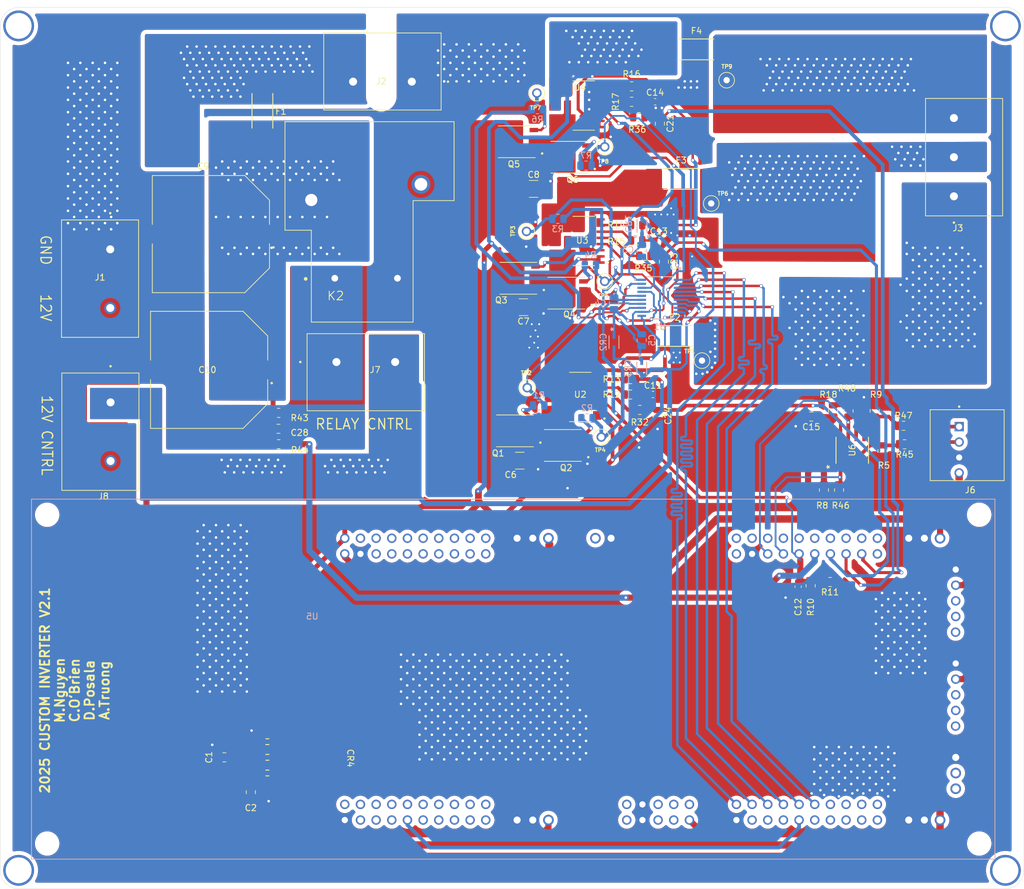
<source format=kicad_pcb>
(kicad_pcb (version 20241229) (generator "pcbnew") (generator_version "9.0")
  (title_block (title "INVERTER") (date "2025-04-21") (rev "2") (company "C.O'Brien, M.Nguyen, D.Posala, A.Truong"))
  (layers (0 "F.Cu" signal) (2 "B.Cu" signal) (13 "F.Paste" user) (15 "B.Paste" user) (5 "F.SilkS" user "F.Silkscreen") (7 "B.SilkS" user "B.Silkscreen") (1 "F.Mask" user) (3 "B.Mask" user) (25 "Edge.Cuts" user))
  (net 0 "")
  (net 1 "+3.3V")
  (net 2 "GND")
  (net 3 "/GateDriver&Power Inputs/CBSTA_HI")
  (net 4 "/GateDriver&Power Inputs/CBSTB_HI")
  (net 5 "/GateDriver&Power Inputs/CBSTC_HI")
  (net 6 "+100VDC")
  (net 7 "+100VDC to Relay")
  (net 8 "Net-(Q1-Pad4)")
  (net 9 "Net-(Q2-Pad4)")
  (net 10 "Net-(Q3-Pad4)")
  (net 11 "Net-(Q4-Pad4)")
  (net 12 "Net-(Q5-Pad4)")
  (net 13 "Net-(Q6-Pad4)")
  (net 14 "/GateDriver&Power Inputs/GHA")
  (net 15 "/GateDriver&Power Inputs/GLA")
  (net 16 "/GateDriver&Power Inputs/GHB")
  (net 17 "/GateDriver&Power Inputs/GLB")
  (net 18 "/GateDriver&Power Inputs/GHC")
  (net 19 "/GateDriver&Power Inputs/GLC")
  (net 20 "/Current sense/ISENC")
  (net 21 "/Current sense/ISENB")
  (net 22 "/Current sense/ISENA")
  (net 23 "/GateDriver&Power Inputs/PVDD")
  (net 24 "/Current sense/3_Out")
  (net 25 "/Current sense/2_Out")
  (net 26 "/Current sense/1_Out")
  (net 35 "Net-(U6-+INA)")
  (net 41 "+12VDC")
  (net 47 "Net-(U5A-~{XRS}-PadJ2_16)")
  (net 49 "/SHA")
  (net 51 "/SHB")
  (net 107 "/SHC")
  (net 108 "/Current sense/Vref")
  (net 109 "/SEN_100V")
  (net 110 "+12V to relay")
  (net 111 "/MOTB")
  (net 112 "/MOTA")
  (net 113 "/MOTC")
  (net 114 "Net-(J7-Pad1)")
  (net 115 "/Current sense/OCD1_A")
  (net 116 "/Current sense/OCD2_A")
  (net 117 "/Current sense/OCD2_B")
  (net 118 "/Current sense/OCD1_B")
  (net 119 "/Current sense/OCD2_C")
  (net 120 "/Current sense/OCD1_C")
  (net 121 "/INHB")
  (net 122 "/INLA")
  (net 123 "/INLC")
  (net 124 "/INHC")
  (net 125 "/INHA")
  (net 126 "+5V")
  (net 127 "Net-(U6--INA)")
  (net 128 "Net-(U6-+INB)")
  (net 129 "Net-(U6--INB)")
  (net 130 "/Encoder Input/COS_IN")
  (net 131 "/Encoder Input/COS_MCU")
  (net 132 "/Encoder Input/SIN_IN")
  (net 133 "/Encoder Input/SIN_MCU")
  (net 134 "/Current sense/IA-")
  (net 135 "/Current sense/IB-")
  (net 136 "/Current sense/IC-")
  (net 137 "/INLB")
  (footprint "Resistor_SMD:R_0805_2012Metric" (layer "F.Cu") (at 135.2125 54.808 180)
    (property "Reference" "R15")
    (property "Value" "4.7K" (hide yes))
  )
  (footprint "5002:KEYSTONE_5002" (layer "F.Cu") (at 117.4736 78.7036 90)
    (property "Reference" "TP2")
    (property "Value" "5002" (hide yes))
  )
  (footprint "5002:KEYSTONE_5002" (layer "F.Cu") (at 130.03 61.443 90)
    (property "Reference" "TP5")
    (property "Value" "5002" (hide yes))
  )
  (footprint "0463030_ER:FUSE_0463_LTF-M" (layer "F.Cu") (at 144.9058 23.808)
    (property "Reference" "F4")
    (property "Value" "250V 30A" (hide yes))
  )
  (footprint "Capacitor_SMD:C_0805_2012Metric" (layer "F.Cu") (at 77.126 85.368 180)
    (property "Reference" "C28")
    (property "Value" "0.1uF" (hide yes))
  )
  (footprint "5002:KEYSTONE_5002" (layer "F.Cu") (at 130.03 39.624 90)
    (property "Reference" "TP8")
    (property "Value" "5002" (hide yes))
  )
  (footprint "Resistor_SMD:R_0805_2012Metric" (layer "F.Cu") (at 134.3875 32.308 180)
    (property "Reference" "R17")
    (property "Value" "4.7K" (hide yes))
  )
  (footprint "Capacitor_SMD:C_0805_2012Metric" (layer "F.Cu") (at 139.625 58.258 -90)
    (property "Reference" "C23")
    (property "Value" "47nF" (hide yes))
  )
  (footprint "0463030_ER:FUSE_0463_LTF-M" (layer "F.Cu") (at 141.4058 70.308)
    (property "Reference" "F2")
    (property "Value" "250V 30A" (hide yes))
  )
  (footprint "1714971:PHOENIX_1714971" (layer "F.Cu") (at 81.7685 82.434)
    (property "Reference" "J7")
    (property "Value" "1714971" (hide yes))
  )
  (footprint "1714971:PHOENIX_1714971" (layer "F.Cu") (at 41.95 51.49 -90)
    (property "Reference" "J1")
    (property "Value" "1714971" (hide yes))
  )
  (footprint "Capacitor_SMD:C_0603_1608Metric" (layer "F.Cu") (at 161.388 110.995 -90)
    (property "Reference" "C12")
    (property "Value" "220nF" (hide yes))
  )
  (footprint "LD1085D2M33R:D2PAK&slash_A_STM" (layer "F.Cu") (at 81.6447 138.668 -90)
    (property "Reference" "CR4")
    (property "Value" "LD1085D2M33R" (hide yes))
  )
  (footprint "Resistor_SMD:R_0805_2012Metric" (layer "F.Cu") (at 166.5715 110.22 180)
    (property "Reference" "R11")
    (property "Value" "4.7K" (hide yes))
  )
  (footprint "CSD19532Q5B:TRANS_CSD19532Q5B" (layer "F.Cu") (at 123.8 63.358 180)
    (property "Reference" "Q4")
    (property "Value" "CSD19532Q5B" (hide yes))
  )
  (footprint "Resistor_SMD:R_0805_2012Metric" (layer "F.Cu") (at 175.07 88.9679 -90)
    (property "Reference" "R5")
    (property "Value" "10k" (hide yes))
  )
  (footprint "EEV_FK2A331M:CAP_EEVFK2A331M" (layer "F.Cu") (at 65.884 75.808 180)
    (property "Reference" "C10")
    (property "Value" "330 µF" (hide yes))
  )
  (footprint "Resistor_SMD:R_0805_2012Metric" (layer "F.Cu") (at 169.57 82.4679 90)
    (property "Reference" "R48")
    (property "Value" "3K" (hide yes))
  )
  (footprint "PHOENIX_1714968:PHOENIX_1714968" (layer "F.Cu") (at 194.55 50.8205 90)
    (property "Reference" "J3")
    (property "Value" "1714968" (hide yes))
  )
  (footprint "0463030_ER:FUSE_0463_LTF-M" (layer "F.Cu") (at 142.4058 44.808)
    (property "Reference" "F3")
    (property "Value" "250V 30A" (hide yes))
  )
  (footprint "5002:KEYSTONE_5002" (layer "F.Cu") (at 129.4736 86.7036 90)
    (property "Reference" "TP4")
    (property "Value" "5002" (hide yes))
  )
  (footprint "Capacitor_SMD:C_0603_1608Metric" (layer "F.Cu") (at 138.9 54.808 180)
    (property "Reference" "C13")
    (property "Value" "220nF" (hide yes))
  )
  (footprint "PHOENIX_1989764:PHOENIX_1989764" (layer "F.Cu") (at 182.8 82.2705 -90)
    (property "Reference" "J6")
    (property "Value" "1989764" (hide yes))
  )
  (footprint "5002:KEYSTONE_5002" (layer "F.Cu") (at 117.348 53.34 90)
    (property "Reference" "TP3")
    (property "Value" "5002")
  )
  (footprint "Resistor_SMD:R_0805_2012Metric" (layer "F.Cu") (at 163.42 110.8315 -90)
    (property "Reference" "R10")
    (property "Value" "4.7K" (hide yes))
  )
  (footprint "Resistor_SMD:R_0805_2012Metric" (layer "F.Cu") (at 134.2125 79.808 180)
    (property "Reference" "R12")
    (property "Value" "4.7K" (hide yes))
  )
  (footprint "1714971:PHOENIX_1714971" (layer "F.Cu") (at 42 76.3205 -90)
    (property "Reference" "J8")
    (property "Value" "1714971" (hide yes))
  )
  (footprint "Resistor_SMD:R_0805_2012Metric" (layer "F.Cu") (at 134.2125 77.308 180)
    (property "Reference" "R13")
    (property "Value" "4.7K" (hide yes))
  )
  (footprint "5002:KEYSTONE_5002" (layer "F.Cu") (at 119.03 30.893 90)
    (property "Reference" "TP7")
    (property "Value" "5002")
  )
  (footprint "5002:KEYSTONE_5002" (layer "F.Cu") (at 147.3 48.808)
    (property "Reference" "TP6")
    (property "Value" "5002")
  )
  (footprint "Resistor_SMD:R_0805_2012Metric" (layer "F.Cu") (at 165.57 95.2929 -90)
    (property "Reference" "R8")
    (property "Value" "10k" (hide yes))
  )
  (footprint "Resistor_SMD:R_0805_2012Metric" (layer "F.Cu") (at 168.03 95.2929 -90)
    (property "Reference" "R46")
    (property "Value" "3K" (hide yes))
  )
  (footprint "Capacitor_SMD:C_0603_1608Metric" (layer "F.Cu") (at 137.85 79.808 180)
    (property "Reference" "C11")
    (property "Value" "220nF" (hide yes))
  )
  (footprint "Capacitor_SMD:C_0805_2012Metric" (layer "F.Cu") (at 72.6447 144.322 -90)
    (property "Reference" "C2")
    (property "Value" "0.33uF" (hide yes))
  )
  (footprint "Capacitor_SMD:C_0805_2012Metric" (layer "F.Cu") (at 138.975 35.858 -90)
    (property "Reference" "C21")
    (property "Value" "47nF" (hide yes))
  )
  (footprint "CSD19532Q5B:TRANS_CSD19532Q5B" (layer "F.Cu") (at 124.3 41.308 180)
    (property "Reference" "Q6")
    (property "Value" "CSD19532Q5B" (hide yes))
  )
  (footprint "T9AS1D12_12:TE_1-1393210-3" (layer "F.Cu") (at 86.261 60.945)
    (property "Reference" "K2")
    (property "Value" "1-1393210-3" (hide yes))
  )
  (footprint "Capacitor_SMD:C_1210_3225Metric" (layer "F.Cu") (at 116.254 90.535)
    (property "Reference" "C6")
    (property "Value" "1uF")
  )
  (footprint "Capacitor_SMD:C_0805_2012Metric" (layer "F.Cu") (at 163.52 83.3804 180)
    (property "Reference" "C15")
    (property "Value" "0.1uF" (hide yes))
  )
  (footprint "0463030_ER:FUSE_0463_LTF-M" (layer "F.Cu") (at 74.52 33.7742 -90)
    (property "Reference" "F1")
    (property "Value" "250V 30A" (hide yes))
  )
  (footprint "CSD19532Q5B:TRANS_CSD19532Q5B" (layer "F.Cu") (at 115.4736 85.7036 180)
    (property "Reference" "Q1")
    (property "Value" "CSD19532Q5B" (hide yes))
  )
  (footprint "Resistor_SMD:R_0805_2012Metric" (layer "F.Cu") (at 173.8 82.4679 90)
    (property "Reference" "R9")
    (property "Value" "10k" (hide yes))
  )
  (footprint "5002:KEYSTONE_5002" (layer "F.Cu") (at 145.8 74.308)
    (property "Reference" "TP1")
    (property "Value" "5002")
  )
  (footprint "CSD19532Q5B:TRANS_CSD19532Q5B" (layer "F.Cu") (at 123.2436 88.0686 180)
    (property "Reference" "Q2")
    (property "Value" "CSD19532Q5B" (hide yes))
  )
  (footprint "5002:KEYSTONE_5002" (layer "F.Cu") (at 149.8 28.808)
    (property "Reference" "TP9")
    (property "Value" "5002")
  )
  (footprint "Resistor_SMD:R_0805_2012Metric" (layer "F.Cu") (at 178.6575 87.8804 180)
    (property "Reference" "R45")
    (property "Value" "3K" (hide yes))
  )
  (footprint "TLI4971A:IC_TLI4971A050T5UE0001XUMA1" (layer "F.Cu") (at 125.5502 54.895 180)
    (property "Reference" "U3")
    (property "Value" "TLI4971A050T5E0001XUMA1")
  )
  (footprint "Resistor_SMD:R_0805_2012Metric" (layer "F.Cu") (at 178.4825 84.8804)
    (property "Reference" "R47")
    (property "Value" "3K" (hide yes))
  )
  (footprint "Capacitor_SMD:C_0805_2012Metric" (layer "F.Cu") (at 138.625 83.258 -90)
    (property "Reference" "C24")
    (property "Value" "47nF" (hide yes))
  )
  (footprint "OP292GSZ-REEL:R_8_ADI" (layer "F.Cu") (at 170.165 88.8442 90)
    (property "Reference" "U6")
    (property "Value" "OP292GSZ-REEL")
  )
  (footprint "Resistor_SMD:R_0805_2012Metric" (layer "F.Cu") (at 135.5625 34.808)
    (property "Reference" "R36")
    (property "Value" "220R" (hide yes))
  )
  (footprint "Capacitor_SMD:C_1210_3225Metric" (layer "F.Cu") (at 116.86 65.643)
    (property "Reference" "C7")
    (property "Value" "1uF" (hide yes))
  )
  (footprint "Capacitor_SMD:C_1210_3225Metric" (layer "F.Cu") (at 118.505 46.443)
    (property "Reference" "C8")
    (property "Value" "1uF")
  )
  (footprint "EEV_FK2A331M:CAP_EEVFK2A331M" (layer "F.Cu") (at 66.17 53.78 180)
    (property "Reference" "C9")
    (property "Value" "330 µF" (hide yes))
  )
  (footprint "Resistor_SMD:R_0805_2012Metric" (layer "F.Cu") (at 135.7125 82.308)
    (property "Reference" "R32")
    (property "Value" "220R" (hide yes))
  )
  (footprint "TLI4971A:IC_TLI4971A050T5UE0001XUMA1" (layer "F.Cu") (at 125.5502 32.9204 180)
    (property "Reference" "U4")
    (property "Value" "TLI4971A050T5E0001XUMA1")
  )
  (footprint "CSD19532Q5B:TRANS_CSD19532Q5B" (layer "F.Cu") (at 115.76 38.798 180)
    (property "Reference" "Q5")
    (property "Value" "CSD19532Q5B")
  )
  (footprint "Resistor_SMD:R_0805_2012Metric" (layer "F.Cu") (at 136.5375 57.308)
    (property "Reference" "R35")
    (property "Value" "220R" (hide yes))
  )
  (footprint "CSD19532Q5B:TRANS_CSD19532Q5B" (layer "F.Cu") (at 116.03 60.943 180)
    (property "Reference" "Q3")
    (property "Value" "CSD19532Q5B")
  )
  (footprint "Resistor_SMD:R_0805_2012Metric" (layer "F.Cu") (at 77.1635 87.868 180)
    (property "Reference" "R44")
    (property "Value" "3K" (hide yes))
  )
  (footprint "Resistor_SMD:R_0805_2012Metric" (layer "F.Cu") (at 135.2125 52.308 180)
    (property "Reference" "R14")
    (property "Value" "4.7K" (hide yes))
  )
  (footprint "Capacitor_SMD:C_0603_1608Metric" (layer "F.Cu") (at 138.2 32.308 180)
    (property "Reference" "C14")
    (property "Value" "220nF" (hide yes))
  )
  (footprint "Resistor_SMD:R_0805_2012Metric" (layer "F.Cu") (at 134.3875 29.808 180)
    (property "Reference" "R16")
    (property "Value" "4.7K" (hide yes))
  )
  (footprint "TLI4971A:IC_TLI4971A050T5UE0001XUMA1" (layer "F.Cu") (at 124.9938 80.2036 180)
    (property "Reference" "U2")
    (property "Value" "TLI4971A050T5E0001XUMA1")
  )
  (footprint "Resistor_SMD:R_0805_2012Metric" (layer "F.Cu") (at 77.1635 82.788)
    (property "Reference" "R43")
    (property "Value" "97.6K" (hide yes))
  )
  (footprint "Capacitor_SMD:C_0805_2012Metric" (layer "F.Cu") (at 68.358 138.668 180)
    (property "Reference" "C1")
    (property "Value" "0.1uF" (hide yes))
  )
  (footprint "Resistor_SMD:R_0805_2012Metric" (layer "F.Cu") (at 167.07 82.4679 90)
    (property "Reference" "R18")
    (property "Value" "10k" (hide yes))
  )
  (footprint "1714971:PHOENIX_1714971" (layer "F.Cu") (at 103.5075 21.15 180)
    (property "Reference" "J2")
    (property "Value" "1714971" (hide yes))
  )
  (footprint "Resistor_SMD:R_0805_2012Metric" (layer "B.Cu") (at 119.1205 33.512)
    (property "Reference" "R6")
    (property "Value" "15R")
  )
  (footprint "BAV20WS-TP:CR_SOD-323_MCC" (layer "B.Cu") (at 131.53 71.3127 -90)
    (property "Reference" "CR2")
    (property "Value" "~")
  )
  (footprint "Capacitor_SMD:C_0805_2012Metric" (layer "B.Cu") (at 136.03 70.993 90)
    (property "Reference" "C5")
    (property "Value" "1uF")
  )
  (footprint "Capacitor_SMD:C_0805_2012Metric" (layer "B.Cu") (at 136.03 56.493 -90)
    (property "Reference" "C3")
    (property "Value" "1uF")
  )
  (footprint "Resistor_SMD:R_0805_2012Metric" (layer "B.Cu") (at 119.3311 81.5686 180)
    (property "Reference" "R1")
    (property "Value" "15R")
  )
  (footprint "LAUNCHXL-F280049C:MODULE_LAUNCHXL-F280049C" (layer "B.Cu") (at 115.189 125.984 -90)
    (property "Reference" "U5")
    (property "Value" "LAUNCHXL-F280049C")
  )
  (footprint "DRV8300DIPWR:TSSOP_0DIPWR_TEX" (layer "B.Cu") (at 138.98275 64.118007 180)
    (property "Reference" "U1")
    (property "Value" "DRV8300DIPWR")
  )
  (footprint "Resistor_SMD:R_0805_2012Metric" (layer "B.Cu") (at 127.1561 83.6561 180)
    (property "Reference" "R2")
    (property "Value" "15R")
  )
  (footprint "Resistor_SMD:R_0805_2012Metric" (layer "B.Cu") (at 122.428 51.308)
    (property "Reference" "R3")
    (property "Value" "15R")
  )
  (footprint "Capacitor_SMD:C_0805_2012Metric" (layer "B.Cu") (at 131.53 64.993 90)
    (property "Reference" "C4")
    (property "Value" "1uF")
  )
  (footprint "Resistor_SMD:R_0805_2012Metric" (layer "B.Cu") (at 127.7125 58.808 180)
    (property "Reference" "R4")
    (property "Value" "15R")
  )
  (footprint "BAV20WS-TP:CR_SOD-323_MCC" (layer "B.Cu") (at 136.075 52.4633 90)
    (property "Reference" "CR1")
    (property "Value" "~")
  )
  (footprint "BAV20WS-TP:CR_SOD-323_MCC" (layer "B.Cu") (at 136.03 75.5521 -90)
    (property "Reference" "CR3")
    (property "Value" "~")
  )
  (footprint "Resistor_SMD:R_0805_2012Metric" (layer "B.Cu") (at 127 42.672 180)
    (property "Reference" "R7")
    (property "Value" "15R")
  )
  (gr_arc (start 32 20) (mid 32.87868 17.87868) (end 35 17) (stroke (width 0.05)) (layer "Edge.Cuts"))
  (gr_arc (start 195 17) (mid 197.12132 17.87868) (end 198 20) (stroke (width 0.05)) (layer "Edge.Cuts"))
  (gr_line (start 35 160) (end 195 160) (stroke (width 0.05)) (layer "Edge.Cuts"))
  (gr_line (start 32 20) (end 32 157) (stroke (width 0.05)) (layer "Edge.Cuts"))
  (gr_arc (start 198 157) (mid 197.12132 159.12132) (end 195 160) (stroke (width 0.05)) (layer "Edge.Cuts"))
  (gr_line (start 195 17) (end 35 17) (stroke (width 0.05)) (layer "Edge.Cuts"))
  (gr_line (start 198 157) (end 198 20) (stroke (width 0.05)) (layer "Edge.Cuts"))
  (gr_arc (start 35 160) (mid 32.87868 159.12132) (end 32 157) (stroke (width 0.05)) (layer "Edge.Cuts"))
  (gr_text "GND" (at 38.4 53.8 270) (layer "F.SilkS") (effects (font (size 1.7 1.6) (thickness 0.2)) (justify left bottom)))
  (gr_text "2025 CUSTOM INVERTER V2.1\nM.Nguyen\nC.O'Brien\nD.Posala\nA.Truong" (at 49.8 127.8 90) (layer "F.SilkS") (effects (font (size 1.5 1.5) (thickness 0.3) (bold yes)) (justify bottom)))
  (gr_text "12V CNTRL" (at 38.6 79.8 270) (layer "F.SilkS") (effects (font (size 1.7 1.6) (thickness 0.2)) (justify left bottom)))
  (gr_text "RELAY CNTRL" (at 83 85.6 0) (layer "F.SilkS") (effects (font (size 1.7 1.6) (thickness 0.2)) (justify left bottom)))
  (gr_text "12V" (at 38.4 63.4 270) (layer "F.SilkS") (effects (font (size 1.7 1.6) (thickness 0.2)) (justify left bottom)))
  (via (at 35 20) (size 5) (drill 4.2) (layers "F.Cu" "B.Cu") (net 0))
  (via (at 195 157) (size 5) (drill 4.2) (layers "F.Cu" "B.Cu") (net 0))
  (via (at 35 157) (size 5) (drill 4.2) (layers "F.Cu" "B.Cu") (net 0))
  (via (at 195 20) (size 5) (drill 4.2) (layers "F.Cu" "B.Cu") (net 0))
  (segment (start 109.5 97) (end 109.5 95.5) (width 1) (layer "F.Cu") (net 1))
  (segment (start 112 99.5) (end 109.5 97) (width 1) (layer "F.Cu") (net 1))
  (segment (start 136.125 52.308) (end 136.125 54.808) (width 0.4) (layer "F.Cu") (net 1))
  (segment (start 112 99.5) (end 113.7 99.5) (width 0.8) (layer "F.Cu") (net 1))
  (segment (start 113.7 99.5) (end 117 96.2) (width 0.8) (layer "F.Cu") (net 1))
  (segment (start 82.648 152.892) (end 81.6447 151.8887) (width 1.2) (layer "F.Cu") (net 1))
  (segment (start 88.08 99.568) (end 87.884 99.764) (width 0.8) (layer "F.Cu") (net 1))
  (segment (start 109.6 95.6) (end 109.6 97.492) (width 1) (layer "F.Cu") (net 1))
  (segment (start 181.794 135.706) (end 167.484 121.396) (width 1) (layer "F.Cu") (net 1))
  (segment (start 125.887 57.895) (end 125.8 57.808) (width 0.4) (layer "F.Cu") (net 1))
  (segment (start 117 96.2) (end 125.497 96.2) (width 0.8) (layer "F.Cu") (net 1))
  (segment (start 128.1224 35.9204) (end 129.0502 35.9204) (width 0.5) (layer "F.Cu") (net 1))
  (segment (start 184.404 138.316) (end 181.794 135.706) (width 1.2) (layer "F.Cu") (net 1))
  (segment (start 125.73 29.718) (end 125.73 33.528) (width 0.5) (layer "F.Cu") (net 1))
  (segment (start 120.904 150.044) (end 118.056 152.892) (width 1) (layer "F.Cu") (net 1))
  (segment (start 138.8 77.308) (end 139.3 77.808) (width 0.6) (layer "F.Cu") (net 1))
  (segment (start 118.056 152.892) (end 117 152.892) (width 1) (layer "F.Cu") (net 1))
  (segment (start 125.497 96.2) (end 131.289 90.408) (width 0.8) (layer "F.Cu") (net 1))
  (segment (start 109.5 95.5) (end 109.6 95.6) (width 1) (layer "F.Cu") (net 1))
  (segment (start 135.3 32.308) (end 137.425 32.308) (width 0.4) (layer "F.Cu") (net 1))
  (segment (start 128.016 28.194) (end 133.686 28.194) (width 0.4) (layer "F.Cu") (net 1))
  (segment (start 129.4186 83.2036) (end 131.3 85.085) (width 0.6) (layer "F.Cu") (net 1))
  (segment (start 144.3 36.195758) (end 144.3 41.808) (width 0.4) (layer "F.Cu") (net 1))
  (segment (start 140.625 52.308) (end 138.125 54.808) (width 0.4) (layer "F.Cu") (net 1))
  (segment (start 136.761242 28.657) (end 144.3 36.195758) (width 0.4) (layer "F.Cu") (net 1))
  (segment (start 134.149 28.657) (end 136.761242 28.657) (width 0.4) (layer "F.Cu") (net 1))
  (segment (start 133.686 28.194) (end 134.149 28.657) (width 0.4) (layer "F.Cu") (net 1))
  (segment (start 136.125 54.808) (end 138.125 54.808) (width 0.4) (layer "F.Cu") (net 1))
  (segment (start 181.88 152.892) (end 184.404 150.368) (width 1.2) (layer "F.Cu") (net 1))
  (segment (start 109.6 97.492) (end 107.524 99.568) (width 1) (layer "F.Cu") (net 1))
  (segment (start 107.524 99.568) (end 88.08 99.568) (width 1) (layer "F.Cu") (net 1))
  (segment (start 81.6447 138.668) (end 81.6447 109.3633) (width 0.8) (layer "F.Cu") (net 1))
  (segment (start 120.904 148.844) (end 120.904 150.044) (width 1) (layer "F.Cu") (net 1))
  (segment (start 127.254 28.194) (end 125.73 29.718) (width 0.5) (layer "F.Cu") (net 1))
  (segment (start 128.4938 83.2036) (end 129.4186 83.2036) (width 0.6) (layer "F.Cu") (net 1))
  (segment (start 81.6447 151.8887) (end 81.6447 138.668) (width 1.2) (layer "F.Cu") (net 1))
  (segment (start 125.73 33.528) (end 128.1224 35.9204) (width 0.5) (layer "F.Cu") (net 1))
  (segment (start 143.764 148.844) (end 147.812 152.892) (width 1) (layer "F.Cu") (net 1))
  (segment (start 110.5 56.5) (end 110.5 58.42) (width 0.8) (layer "F.Cu") (net 1))
  (segment (start 147.812 152.892) (end 148 152.892) (width 1) (layer "F.Cu") (net 1))
  (segment (start 111.694 55.306) (end 110.5 56.5) (width 0.8) (layer "F.Cu") (net 1))
  (segment (start 128.016 28.194) (end 127.254 28.194) (width 0.4) (layer "F.Cu") (net 1))
  (segment (start 167.484 121.396) (end 167.484 110.22) (width 1) (layer "F.Cu") (net 1))
  (segment (start 135.125 79.808) (end 137.075 79.808) (width 0.6) (layer "F.Cu") (net 1))
  (segment (start 131.3 90.397) (end 131.289 90.408) (width 0.6) (layer "F.Cu") (net 1))
  (segment (start 87.884 99.764) (end 87.884 103.124) (width 0.8) (layer "F.Cu") (net 1))
  (segment (start 131.3 85.085) (end 131.3 90.397) (width 0.6) (layer "F.Cu") (net 1))
  (segment (start 129.0502 57.895) (end 125.887 57.895) (width 0.4) (layer "F.Cu") (net 1))
  (segment (start 82.648 152.892) (end 117 152.892) (width 1.2) (layer "F.Cu") (net 1))
  (segment (start 135.3 29.808) (end 135.3 32.308) (width 0.4) (layer "F.Cu") (net 1))
  (segment (start 135.125 77.308) (end 138.8 77.308) (width 0.6) (layer "F.Cu") (net 1))
  (segment (start 131.289 90.408) (end 131.3 90.419) (width 0.6) (layer "F.Cu") (net 1))
  (segment (start 81.6447 109.3633) (end 87.884 103.124) (width 0.8) (layer "F.Cu") (net 1))
  (segment (start 135.125 77.308) (end 135.125 79.808) (width 0.6) (layer "F.Cu") (net 1))
  (segment (start 69.308 138.668) (end 72.7674 138.668) (width 1.2) (layer "F.Cu") (net 1))
  (segment (start 134.149 28.657) (end 135.3 29.808) (width 0.4) (layer "F.Cu") (net 1))
  (segment (start 184.404 150.368) (end 184.404 138.316) (width 1.2) (layer "F.Cu") (net 1))
  (segment (start 144.8 52.308) (end 140.625 52.308) (width 0.4) (layer "F.Cu") (net 1))
  (segment (start 72.7674 138.668) (end 81.6447 138.668) (width 1) (layer "F.Cu") (net 1))
  (segment (start 148 152.892) (end 181.88 152.892) (width 1.2) (layer "F.Cu") (net 1))
  (segment (start 117 152.892) (end 148 152.892) (width 1.2) (layer "F.Cu") (net 1))
  (via (at 125.8 57.808) (size 0.57) (drill 0.41) (layers "F.Cu" "B.Cu") (net 1))
  (via (at 131.289 90.408) (size 0.57) (drill 0.41) (layers "F.Cu" "B.Cu") (net 1))
  (via (at 139.3 77.808) (size 0.57) (drill 0.41) (layers "F.Cu" "B.Cu") (net 1))
  (via (at 110.5 58.42) (size 0.6) (drill 0.3) (layers "F.Cu" "B.Cu") (net 1))
  (via (at 109.5 95.5) (size 0.6) (drill 0.3) (layers "F.Cu" "B.Cu") (net 1))
  (via (at 144.8 52.308) (size 0.57) (drill 0.41) (layers "F.Cu" "B.Cu") (net 1))
  (via (at 111.694 55.306) (size 0.57) (drill 0.41) (layers "F.Cu" "B.Cu") (net 1))
  (via (at 144.3 41.808) (size 0.57) (drill 0.41) (layers "F.Cu" "B.Cu") (net 1))
  (via (at 128.016 28.194) (size 0.57) (drill 0.41) (layers "F.Cu" "B.Cu") (net 1))
  (segment (start 123.952 35.56) (end 121.412 38.1) (width 0.6) (layer "B.Cu") (net 1))
  (segment (start 125.476 28.194) (end 123.952 29.718) (width 0.6) (layer "B.Cu") (net 1))
  (segment (start 131.289 90.408) (end 139.3 82.397) (width 0.6) (layer "B.Cu") (net 1))
  (segment (start 116.332 38.1) (end 113.792 35.56) (width 0.6) (layer "B.Cu") (net 1))
  (segment (start 111.694 55.306) (end 116.388 60) (width 0.6) (layer "B.Cu") (net 1))
  (segment (start 144.3 41.808) (end 144.8 42.308) (width 0.6) (layer "B.Cu") (net 1))
  (segment (start 116.388 60) (end 123.608 60) (width 0.6) (layer "B.Cu") (net 1))
  (segment (start 113.792 35.56) (end 112.268 35.56) (width 0.6) (layer "B.Cu") (net 1))
  (segment (start 121.412 38.1) (end 116.332 38.1) (width 0.6) (layer "B.Cu") (net 1))
  (segment (start 112.268 35.56) (end 111.252 36.576) (width 0.6) (layer "B.Cu") (net 1))
  (segment (start 110.5 58.42) (end 110.5 94.5) (width 0.8) (layer "B.Cu") (net 1))
  (segment (start 139.3 82.397) (end 139.3 77.808) (width 0.6) (layer "B.Cu") (net 1))
  (segment (start 111.252 54.864) (end 111.694 55.306) (width 0.6) (layer "B.Cu") (net 1))
  (segment (start 144.8 42.308) (end 144.8 52.308) (width 0.6) (layer "B.Cu") (net 1))
  (segment (start 111.252 36.576) (end 111.252 54.864) (width 0.6) (layer "B.Cu") (net 1))
  (segment (start 110.5 94.5) (end 109.5 95.5) (width 0.8) (layer "B.Cu") (net 1))
  (segment (start 123.952 29.718) (end 123.952 35.56) (width 0.6) (layer "B.Cu") (net 1))
  (segment (start 123.608 60) (end 125.8 57.808) (width 0.6) (layer "B.Cu") (net 1))
  (segment (start 128.016 28.194) (end 125.476 28.194) (width 0.6) (layer "B.Cu") (net 1))
  (segment (start 127.508 33.528) (end 128.02 33.528) (width 0.4) (layer "F.Cu") (net 2))
  (segment (start 161 85) (end 161 84.9504) (width 0.5) (layer "F.Cu") (net 2))
  (segment (start 139.3 59.533) (end 139.625 59.208) (width 0.5) (layer "F.Cu") (net 2))
  (segment (start 161.414 111.744) (end 161.388 111.77) (width 1) (layer "F.Cu") (net 2))
  (segment (start 138.625 85.375) (end 138.6 85.4) (width 0.3) (layer "F.Cu") (net 2))
  (segment (start 126.1556 89.9736) (end 127.225 91.043) (width 0.5) (layer "F.Cu") (net 2))
  (segment (start 72.7674 136.128) (end 72.7674 134.3246) (width 0.5) (layer "F.Cu") (net 2))
  (segment (start 121.256 45.196) (end 121.227 45.196) (width 0.8) (layer "F.Cu") (net 2))
  (segment (start 172.056 80.248) (end 173.3634 81.5554) (width 0.5) (layer "F.Cu") (net 2))
  (segment (start 119.98 46.443) (end 121.227 45.196) (width 0.8) (layer "F.Cu") (net 2))
  (segment (start 128.02 33.528) (end 128.9124 34.4204) (width 0.4) (layer "F.Cu") (net 2))
  (segment (start 131 35.693136) (end 131 38) (width 0.3) (layer "F.Cu") (net 2))
  (segment (start 117.729 90.535) (end 119.126 91.932) (width 0.6) (layer "F.Cu") (net 2))
  (segment (start 126.0136 89.9736) (end 126.1556 89.9736) (width 0.5) (layer "F.Cu") (net 2))
  (segment (start 163.42 111.744) (end 161.414 111.744) (width 1) (layer "F.Cu") (net 2))
  (segment (start 162.57 83.3804) (end 161 84.9504) (width 0.5) (layer "F.Cu") (net 2))
  (segment (start 128.7938 81.7036) (end 129.421394 81.7036) (width 0.3) (layer "F.Cu") (net 2))
  (segment (start 67.408 138.668) (end 67.408 137.652) (width 0.5) (layer "F.Cu") (net 2))
  (segment (start 160.346 111.77) (end 159.356 112.76) (width 1) (layer "F.Cu") (net 2))
  (segment (start 119.351 66.659) (end 118.335 65.643) (width 0.5) (layer "F.Cu") (net 2))
  (segment (start 129.421394 81.7036) (end 135.6 87.882206) (width 0.3) (layer "F.Cu") (net 2))
  (segment (start 161.388 111.77) (end 160.346 111.77) (width 1) (layer "F.Cu") (net 2))
  (segment (start 119.351 66.659) (end 120.113 66.659) (width 0.5) (layer "F.Cu") (net 2))
  (segment (start 139.625 59.208) (end 141.433 57.4) (width 0.5) (layer "F.Cu") (net 2))
  (segment (start 128.387 56.395) (end 127.8 55.808) (width 0.3) (layer "F.Cu") (net 2))
  (segment (start 129.727264 34.4204) (end 131 35.693136) (width 0.3) (layer "F.Cu") (net 2))
  (segment (start 124.4 67.433) (end 126.57 65.263) (width 0.5) (layer "F.Cu") (net 2))
  (segment (start 129.286 42.672) (end 128.436 42.672) (width 0.5) (layer "F.Cu") (net 2))
  (segment (start 72.6447 145.272) (end 75.028 145.272) (width 0.5) (layer "F.Cu") (net 2))
  (segment (start 135.6 87.882206) (end 135.6 88.4) (width 0.3) (layer "F.Cu") (net 2))
  (segment (start 75.028 145.272) (end 75.536 145.78) (width 0.5) (layer "F.Cu") (net 2))
  (segment (start 129.3502 56.395) (end 128.387 56.395) (width 0.3) (layer "F.Cu") (net 2))
  (segment (start 173.3634 81.5554) (end 173.8 81.5554) (width 0.5) (layer "F.Cu") (net 2))
  (segment (start 138.625 84.208) (end 138.625 85.375) (width 0.3) (layer "F.Cu") (net 2))
  (segment (start 129.3502 34.4204) (end 129.727264 34.4204) (width 0.3) (layer "F.Cu") (net 2))
  (segment (start 127.508 30.734) (end 127.508 33.528) (width 0.5) (layer "F.Cu") (net 2))
  (segment (start 141.433 57.4) (end 144.2 57.4) (width 0.5) (layer "F.Cu") (net 2))
  (segment (start 139.3 60.808) (end 139.3 59.533) (width 0.5) (layer "F.Cu") (net 2))
  (segment (start 119.126 91.932) (end 119.224 91.932) (width 0.5) (layer "F.Cu") (net 2))
  (segment (start 128.436 42.672) (end 127.895 43.213) (width 0.5) (layer "F.Cu") (net 2))
  (segment (start 127.895 43.213) (end 127.07 43.213) (width 0.5) (layer "F.Cu") (net 2))
  (segment (start 67.408 137.652) (end 66.392 136.636) (width 0.5) (layer "F.Cu") (net 2))
  (via (at 166 143) (size 0.57) (drill 0.41) (layers "F.Cu" "B.Cu") (net 2))
  (via (at 44 45) (size 0.7) (drill 0.41) (layers "F.Cu" "B.Cu") (net 2))
  (via (at 121 134) (size 0.57) (drill 0.41) (layers "F.Cu" "B.Cu") (net 2))
  (via (at 50 27) (size 0.7) (drill 0.41) (layers "F.Cu" "B.Cu") (net 2))
  (via (at 48 35) (size 0.7) (drill 0.41) (layers "F.Cu" "B.Cu") (net 2))
  (via (at 103 26) (size 0.57) (drill 0.41) (layers "F.Cu" "B.Cu") (net 2))
  (via (at 171 140) (size 0.57) (drill 0.41) (layers "F.Cu" "B.Cu") (net 2))
  (via (at 65 101) (size 0.57) (drill 0.41) (layers "F.Cu" "B.Cu") (net 2))
  (via (at 71 117) (size 0.57) (drill 0.41) (layers "F.Cu" "B.Cu") (net 2))
  (via (at 115 126) (size 0.57) (drill 0.41) (layers "F.Cu" "B.Cu") (net 2))
  (via (at 71 127) (size 0.57) (drill 0.41) (layers "F.Cu" "B.Cu") (net 2))
  (via (at 122 135) (size 0.57) (drill 0.41) (layers "F.Cu" "B.Cu") (net 2))
  (via (at 64 120) (size 0.57) (drill 0.41) (layers "F.Cu" "B.Cu") (net 2))
  (via (at 141.2 74.6) (size 0.6) (drill 0.3) (layers "F.Cu" "B.Cu") (net 2))
  (via (at 69 111) (size 0.57) (drill 0.41) (layers "F.Cu" "B.Cu") (net 2))
  (via (at 166 141) (size 0.57) (drill 0.41) (layers "F.Cu" "B.Cu") (net 2))
  (via (at 116 23) (size 0.57) (drill 0.41) (layers "F.Cu" "B.Cu") (net 2))
  (via (at 65 103) (size 0.57) (drill 0.41) (layers "F.Cu" "B.Cu") (net 2))
  (via (at 174 123) (size 0.57) (drill 0.41) (layers "F.Cu" "B.Cu") (net 2))
  (via (at 109 24) (size 0.57) (drill 0.41) (layers "F.Cu" "B.Cu") (net 2))
  (via (at 126 131) (size 0.57) (drill 0.41) (layers "F.Cu" "B.Cu") (net 2))
  (via (at 102 123) (size 0.57) (drill 0.41) (layers "F.Cu" "B.Cu") (net 2))
  (via (at 65 117) (size 0.57) (drill 0.41) (layers "F.Cu" "B.Cu") (net 2))
  (via (at 98 129) (size 0.57) (drill 0.41) (layers "F.Cu" "B.Cu") (net 2))
  (via (at 69 127) (size 0.57) (drill 0.41) (layers "F.Cu" "B.Cu") (net 2))
  (via (at 48 27) (size 0.7) (drill 0.41) (layers "F.Cu" "B.Cu") (net 2))
  (via (at 70 122) (size 0.57) (drill 0.41) (layers "F.Cu" "B.Cu") (net 2))
  (via (at 101 130) (size 0.57) (drill 0.41) (layers "F.Cu" "B.Cu") (net 2))
  (via (at 170 141) (size 0.57) (drill 0.41) (layers "F.Cu" "B.Cu") (net 2))
  (via (at 110 129) (size 0.57) (drill 0.41) (layers "F.Cu" "B.Cu") (net 2))
  (via (at 116 27) (size 0.57) (drill 0.41) (layers "F.Cu" "B.Cu") (net 2))
  (via (at 64 102) (size 0.57) (drill 0.41) (layers "F.Cu" "B.Cu") (net 2))
  (via (at 179 122) (size 0.57) (drill 0.41) (layers "F.Cu" "B.Cu") (net 2))
  (via (at 110 133) (size 0.57) (drill 0.41) (layers "F.Cu" "B.Cu") (net 2))
  (via (at 117.3 55.808) (size 0.57) (drill 0.41) (layers "F.Cu" "B.Cu") (net 2))
  (via (at 180 113) (size 0.57) (drill 0.41) (layers "F.Cu" "B.Cu") (net 2))
  (via (at 118 139) (size 0.57) (drill 0.41) (layers "F.Cu" "B.Cu") (net 2))
  (via (at 105 28) (size 0.57) (drill 0.41) (layers "F.Cu" "B.Cu") (net 2))
  (via (at 72 112) (size 0.57) (drill 0.41) (layers "F.Cu" "B.Cu") (net 2))
  (via (at 107 136) (size 0.57) (drill 0.41) (layers "F.Cu" "B.Cu") (net 2))
  (via (at 118 135) (size 0.57) (drill 0.41) (layers "F.Cu" "B.Cu") (net 2))
  (via (at 164 141) (size 0.57) (drill 0.41) (layers "F.Cu" "B.Cu") (net 2))
  (via (at 166 137) (size 0.57) (drill 0.41) (layers "F.Cu" "B.Cu") (net 2))
  (via (at 97 130) (size 0.57) (drill 0.41) (layers "F.Cu" "B.Cu") (net 2))
  (via (at 106 131) (size 0.57) (drill 0.41) (layers "F.Cu" "B.Cu") (net 2))
  (via (at 108 29) (size 0.57) (drill 0.41) (layers "F.Cu" "B.Cu") (net 2))
  (via (at 68 114) (size 0.57) (drill 0.41) (layers "F.Cu" "B.Cu") (net 2))
  (via (at 47 34) (size 0.7) (drill 0.41) (layers "F.Cu" "B.Cu") (net 2))
  (via (at 118.6 71.4) (size 0.6) (drill 0.3) (layers "F.Cu" "B.Cu") (net 2))
  (via (at 181 124) (size 0.57) (drill 0.41) (layers "F.Cu" "B.Cu") (net 2))
  (via (at 142.2 68) (size 0.6) (drill 0.3) (layers "F.Cu" "B.Cu") (net 2))
  (via (at 47 52) (size 0.7) (drill 0.41) (layers "F.Cu" "B.Cu") (net 2))
  (via (at 106 133) (size 0.57) (drill 0.41) (layers "F.Cu" "B.Cu") (net 2))
  (via (at 46 43) (size 0.7) (drill 0.41) (layers "F.Cu" "B.Cu") (net 2))
  (via (at 168 145) (size 0.57) (drill 0.41) (layers "F.Cu" "B.Cu") (net 2))
  (via (at 103 122) (size 0.57) (drill 0.41) (layers "F.Cu" "B.Cu") (net 2))
  (via (at 104 27) (size 0.57) (drill 0.41) (layers "F.Cu" "B.Cu") (net 2))
  (via (at 102 135) (size 0.57) (drill 0.41) (layers "F.Cu" "B.Cu") (net 2))
  (via (at 142 30) (size 0.57) (drill 0.41) (layers "F.Cu" "B.Cu") (net 2))
  (via (at 120 139) (size 0.57) (drill 0.41) (layers "F.Cu" "B.Cu") (net 2))
  (via (at 101 126) (size 0.57) (drill 0.41) (layers "F.Cu" "B.Cu") (net 2))
  (via (at 65 127) (size 0.57) (drill 0.41) (layers "F.Cu" "B.Cu") (net 2))
  (via (at 122 133) (size 0.57) (drill 0.41) (layers "F.Cu" "B.Cu") (net 2))
  (via (at 109 128) (size 0.57) (drill 0.41) (layers "F.Cu" "B.Cu") (net 2))
  (via (at 112 123) (size 0.57) (drill 0.41) (layers "F.Cu" "B.Cu") (net 2))
  (via (at 68 120) (size 0.57) (drill 0.41) (layers "F.Cu" "B.Cu") (net 2))
  (via (at 112 137) (size 0.57) (drill 0.41) (layers "F.Cu" "B.Cu") (net 2))
  (via (at 102 131) (size 0.57) (drill 0.41) (layers "F.Cu" "B.Cu") (net 2))
  (via (at 142.2 73) (size 0.6) (drill 0.3) (layers "F.Cu" "B.Cu") (net 2))
  (via (at 97 124) (size 0.57) (drill 0.41) (layers "F.Cu" "B.Cu") (net 2))
  (via (at 72 102) (size 0.57) (drill 0.41) (layers "F.Cu" "B.Cu") (net 2))
  (via (at 123 130) (size 0.57) (drill 0.41) (layers "F.Cu" "B.Cu") (net 2))
  (via (at 114 139) (size 0.57) (drill 0.41) (layers "F.Cu" "B.Cu") (net 2))
  (via (at 103 136) (size 0.57) (drill 0.41) (layers "F.Cu" "B.Cu") (net 2))
  (via (at 172 139) (size 0.57) (drill 0.41) (layers "F.Cu" "B.Cu") (net 2))
  (via (at 119.224 91.932) (size 0.57) (drill 0.41) (layers "F.Cu" "B.Cu") (net 2))
  (via (at 119 122) (size 0.57) (drill 0.41) (layers "F.Cu" "B.Cu") (net 2))
  (via (at 114 23) (size 0.57) (drill 0.41) (layers "F.Cu" "B.Cu") (net 2))
  (via (at 121 138) (size 0.57) (drill 0.41) (layers "F.Cu" "B.Cu") (net 2))
  (via (at 68 108) (size 0.57) (drill 0.41) (layers "F.Cu" "B.Cu") (net 2))
  (via (at 119 134) (size 0.57) (drill 0.41) (layers "F.Cu" "B.Cu") (net 2))
  (via (at 118 129) (size 0.57) (drill 0.41) (layers "F.Cu" "B.Cu") (net 2))
  (via (at 179 116) (size 0.57) (drill 0.41) (layers "F.Cu" "B.Cu") (net 2))
  (via (at 70 112) (size 0.57) (drill 0.41) (layers "F.Cu" "B.Cu") (net 2))
  (via (at 67 119) (size 0.57) (drill 0.41) (layers "F.Cu" "B.Cu") (net 2))
  (via (at 111 130) (size 0.57) (drill 0.41) (layers "F.Cu" "B.Cu") (net 2))
  (via (at 112 27) (size 0.57) (drill 0.41) (layers "F.Cu" "B.Cu") (net 2))
  (via (at 67 113) (size 0.57) (drill 0.41) (layers "F.Cu" "B.Cu") (net 2))
  (via (at 67 111) (size 0.57) (drill 0.41) (layers "F.Cu" "B.Cu") (net 2))
  (via (at 175 120) (size 0.57) (drill 0.41) (layers "F.Cu" "B.Cu") (net 2))
  (via (at 49 44) (size 0.7) (drill 0.41) (layers "F.Cu" "B.Cu") (net 2))
  (via (at 102 137) (size 0.57) (drill 0.41) (layers "F.Cu" "B.Cu") (net 2))
  (via (at 70 108) (size 0.57) (drill 0.41) (layers "F.Cu" "B.Cu") (net 2))
  (via (at 139.2 50.6) (size 0.6) (drill 0.3) (layers "F.Cu" "B.Cu") (net 2))
  (via (at 181 120) (size 0.57) (drill 0.41) (layers "F.Cu" "B.Cu") (net 2))
  (via (at 172 143) (size 0.57) (drill 0.41) (layers "F.Cu" "B.Cu") (net 2))
  (via (at 48 53) (size 0.7) (drill 0.41) (layers "F.Cu" "B.Cu") (net 2))
  (via (at 70 118) (size 0.57) (drill 0.41) (layers "F.Cu" "B.Cu") (net 2))
  (via (at 122 125) (size 0.57) (drill 0.41) (layers "F.Cu" "B.Cu") (net 2))
  (via (at 46 45) (size 0.7) (drill 0.41) (layers "F.Cu" "B.Cu") (net 2))
  (via (at 45 48) (size 0.7) (drill 0.41) (layers "F.Cu" "B.Cu") (net 2))
  (via (at 116 123) (size 0.57) (drill 0.41) (layers "F.Cu" "B.Cu") (net 2))
  (via (at 114 129) (size 0.57) (drill 0.41) (layers "F.Cu" "B.Cu") (net 2))
  (via (at 70 106) (size 0.57) (drill 0.41) (layers "F.Cu" "B.Cu") (net 2))
  (via (at 115 28) (size 0.57) (drill 0.41) (layers "F.Cu" "B.Cu") (net 2))
  (via (at 72 118) (size 0.57) (drill 0.41) (layers "F.Cu" "B.Cu") (net 2))
  (via (at 123 134) (size 0.57) (drill 0.41) (layers "F.Cu" "B.Cu") (net 2))
  (via (at 118 137) (size 0.57) (drill 0.41) (layers "F.Cu" "B.Cu") (net 2))
  (via (at 113 24) (size 0.57) (drill 0.41) (layers "F.Cu" "B.Cu") (net 2))
  (via (at 105 138) (size 0.57) (drill 0.41) (layers "F.Cu" "B.Cu") (net 2))
  (via (at 177 142) (size 0.57) (drill 0.41) (layers "F.Cu" "B.Cu") (net 2))
  (via (at 48 45) (size 0.7) (drill 0.41) (layers "F.Cu" "B.Cu") (net 2))
  (via (at 105 24) (size 0.57) (drill 0.41) (layers "F.Cu" "B.Cu") (net 2))
  (via (at 48 29) (size 0.7) (drill 0.41) (layers "F.Cu" "B.Cu") (net 2))
  (via (at 45 42) (size 0.7) (drill 0.41) (layers "F.Cu" "B.Cu") (net 2))
  (via (at 168 139) (size 0.57) (drill 0.41) (layers "F.Cu" "B.Cu") (net 2))
  (via (at 114 131) (size 0.57) (drill 0.41) (layers "F.Cu" "B.Cu") (net 2))
  (via (at 103 28) (size 0.57) (drill 0.41) (layers "F.Cu" "B.Cu") (net 2))
  (via (at 68 104) (size 0.57) (drill 0.41) (layers "F.Cu" "B.Cu") (net 2))
  (via (at 72 128) (size 0.57) (drill 0.41) (layers "F.Cu" "B.Cu") (net 2))
  (via (at 111 136) (size 0.57) (drill 0.41) (layers "F.Cu" "B.Cu") (net 2))
  (via (at 173 140) (size 0.57) (drill 0.41) (layers "F.Cu" "B.Cu") (net 2))
  (via (at 50 29) (size 0.7) (drill 0.41) (layers "F.Cu" "B.Cu") (net 2))
  (via (at 45 40) (size 0.7) (drill 0.41) (layers "F.Cu" "B.Cu") (net 2))
  (via (at 181 114) (size 0.57) (drill 0.41) (layers "F.Cu" "B.Cu") (net 2))
  (via (at 120 125) (size 0.57) (drill 0.41) (layers "F.Cu" "B.Cu") (net 2))
  (via (at 46 33) (size 0.7) (drill 0.41) (layers "F.Cu" "B.Cu") (net 2))
  (via (at 46 35) (size 0.7) (drill 0.41) (layers "F.Cu" "B.Cu") (net 2))
  (via (at 45 44) (size 0.7) (drill 0.41) (layers "F.Cu" "B.Cu") (net 2))
  (via (at 119 138) (size 0.57) (drill 0.41) (layers "F.Cu" "B.Cu") (net 2))
  (via (at 71 107) (size 0.57) (drill 0.41) (layers "F.Cu" "B.Cu") (net 2))
  (via (at 120 133) (size 0.57) (drill 0.41) (layers "F.Cu" "B.Cu") (net 2))
  (via (at 107 28) (size 0.57) (drill 0.41) (layers "F.Cu" "B.Cu") (net 2))
  (via (at 101 132) (size 0.57) (drill 0.41) (layers "F.Cu" "B.Cu") (net 2))
  (via (at 113 26) (size 0.57) (drill 0.41) (layers "F.Cu" "B.Cu") (net 2))
  (via (at 177 124) (size 0.57) (drill 0.41) (layers "F.Cu" "B.Cu") (net 2))
  (via (at 67 109) (size 0.57) (drill 0.41) (layers "F.Cu" "B.Cu") (net 2))
  (via (at 66 122) (size 0.57) (drill 0.41) (layers "F.Cu" "B.Cu") (net 2))
  (via (at 112 29) (size 0.57) (drill 0.41) (layers "F.Cu" "B.Cu") (net 2))
  (via (at 43 48) (size 0.7) (drill 0.41) (layers "F.Cu" "B.Cu") (net 2))
  (via (at 102 133) (size 0.57) (drill 0.41) (layers "F.Cu" "B.Cu") (net 2))
  (via (at 69 105) (size 0.57) (drill 0.41) (layers "F.Cu" "B.Cu") (net 2))
  (via (at 177 140) (size 0.57) (drill 0.41) (layers "F.Cu" "B.Cu") (net 2))
  (via (at 66 120) (size 0.57) (drill 0.41) (layers "F.Cu" "B.Cu") (net 2))
  (via (at 125 138) (size 0.57) (drill 0.41) (layers "F.Cu" "B.Cu") (net 2))
  (via (at 113 28) (size 0.57) (drill 0.41) (layers "F.Cu" "B.Cu") (net 2))
  (via (at 44 43) (size 0.7) (drill 0.41) (layers "F.Cu" "B.Cu") (net 2))
  (via (at 72 110) (size 0.57) (drill 0.41) (layers "F.Cu" "B.Cu") (net 2))
  (via (at 64 106) (size 0.57) (drill 0.41) (layers "F.Cu" "B.Cu") (net 2))
  (via (at 100 139) (size 0.57) (drill 0.41) (layers "F.Cu" "B.Cu") (net 2))
  (via (at 66 124) (size 0.57) (drill 0.41) (layers "F.Cu" "B.Cu") (net 2))
  (via (at 45 52) (size 0.7) (drill 0.41) (layers "F.Cu" "B.Cu") (net 2))
  (via (at 106 29) (size 0.57) (drill 0.41) (layers "F.Cu" "B.Cu") (net 2))
  (via (at 49 32) (size 0.7) (drill 0.41) (layers "F.Cu" "B.Cu") (net 2))
  (via (at 47 50) (size 0.7) (drill 0.41) (layers "F.Cu" "B.Cu") (net 2))
  (via (at 117 136) (size 0.57) (drill 0.41) (layers "F.Cu" "B.Cu") (net 2))
  (via (at 100 127) (size 0.57) (drill 0.41) (layers "F.Cu" "B.Cu") (net 2))
  (via (at 66 126) (size 0.57) (drill 0.41) (layers "F.Cu" "B.Cu") (net 2))
  (via (at 50 51) (size 0.7) (drill 0.41) (layers "F.Cu" "B.Cu") (net 2))
  (via (at 141.8 54) (size 0.6) (drill 0.3) (layers "F.Cu" "B.Cu") (net 2))
  (via (at 50 45) (size 0.7) (drill 0.41) (layers "F.Cu" "B.Cu") (net 2))
  (via (at 66 116) (size 0.57) (drill 0.41) (layers "F.Cu" "B.Cu") (net 2))
  (via (at 126 139) (size 0.57) (drill 0.41) (layers "F.Cu" "B.Cu") (net 2))
  (via (at 113 130) (size 0.57) (drill 0.41) (layers "F.Cu" "B.Cu") (net 2))
  (via (at 107 24) (size 0.57) (drill 0.41) (layers "F.Cu" "B.Cu") (net 2))
  (via (at 69 123) (size 0.57) (drill 0.41) (layers "F.Cu" "B.Cu") (net 2))
  (via (at 44 49) (size 0.7) (drill 0.41) (layers "F.Cu" "B.Cu") (net 2))
  (via (at 97 126) (size 0.57) (drill 0.41) (layers "F.Cu" "B.Cu") (net 2))
  (via (at 46 29) (size 0.7) (drill 0.41) (layers "F.Cu" "B.Cu") (net 2))
  (via (at 51 38) (size 0.7) (drill 0.41) (layers "F.Cu" "B.Cu") (net 2))
  (via (at 127.508 33.528) (size 0.57) (drill 0.41) (layers "F.Cu" "B.Cu") (net 2))
  (via (at 168 143) (size 0.57) (drill 0.41) (layers "F.Cu" "B.Cu") (net 2))
  (via (at 107 132) (size 0.57) (drill 0.41) (layers "F.Cu" "B.Cu") (net 2))
  (via (at 98 125) (size 0.57) (drill 0.41) (layers "F.Cu" "B.Cu") (net 2))
  (via (at 161 84.9504) (size 0.57) (drill 0.41) (layers "F.Cu" "B.Cu") (net 2))
  (via (at 70 104) (size 0.57) (drill 0.41) (layers "F.Cu" "B.Cu") (net 2))
  (via (at 46 47) (size 0.7) (drill 0.41) (layers "F.Cu" "B.Cu") (net 2))
  (via (at 68 126) (size 0.57) (drill 0.41) (layers "F.Cu" "B.Cu") (net 2))
  (via (at 104 137) (size 0.57) (drill 0.41) (layers "F.Cu" "B.Cu") (net 2))
  (via (at 44 35) (size 0.7) (drill 0.41) (layers "F.Cu" "B.Cu") (net 2))
  (via (at 121 124) (size 0.57) (drill 0.41) (layers "F.Cu" "B.Cu") (net 2))
  (via (at 46 53) (size 0.7) (drill 0.41) (layers "F.Cu" "B.Cu") (net 2))
  (via (at 174 119) (size 0.57) (drill 0.41) (layers "F.Cu" "B.Cu") (net 2))
  (via (at 71 125) (size 0.57) (drill 0.41) (layers "F.Cu" "B.Cu") (net 2))
  (via (at 122 129) (size 0.57) (drill 0.41) (layers "F.Cu" "B.Cu") (net 2))
  (via (at 48 51) (size 0.7) (drill 0.41) (layers "F.Cu" "B.Cu") (net 2))
  (via (at 116 29) (size 0.57) (drill 0.41) (layers "F.Cu" "B.Cu") (net 2))
  (via (at 67 103) (size 0.57) (drill 0.41) (layers "F.Cu" "B.Cu") (net 2))
  (via (at 71 119) (size 0.57) (drill 0.41) (layers "F.Cu" "B.Cu") (net 2))
  (via (at 104 133) (size 0.57) (drill 0.41) (layers "F.Cu" "B.Cu") (net 2))
  (via (at 118.8 51.808) (size 0.57) (drill 0.41) (layers "F.Cu" "B.Cu") (net 2))
  (via (at 69 115) (size 0.57) (drill 0.41) (layers "F.Cu" "B.Cu") (net 2))
  (via (at 176 117) (size 0.57) (drill 0.41) (layers "F.Cu" "B.Cu") (net 2))
  (via (at 110 131) (size 0.57) (drill 0.41) (layers "F.Cu" "B.Cu") (net 2))
  (via (at 49 26) (size 0.7) (drill 0.41) (layers "F.Cu" "B.Cu") (net 2))
  (via (at 51 42) (size 0.7) (drill 0.41) (layers "F.Cu" "B.Cu") (net 2))
  (via (at 112 135) (size 0.57) (drill 0.41) (layers "F.Cu" "B.Cu") (net 2))
  (via (at 102 129) (size 0.57) (drill 0.41) (layers "F.Cu" "B.Cu") (net 2))
  (via (at 68 124) (size 0.57) (drill 0.41) (layers "F.Cu" "B.Cu") (net 2))
  (via (at 108 133) (size 0.57) (drill 0.41) (layers "F.Cu" "B.Cu") (net 2))
  (via (at 117 132) (size 0.57) (drill 0.41) (layers "F.Cu" "B.Cu") (net 2))
  (via (at 46 51) (size 0.7) (drill 0.41) (layers "F.Cu" "B.Cu") (net 2))
  (via (at 108 131) (size 0.57) (drill 0.41) (layers "F.Cu" "B.Cu") (net 2))
  (via (at 72 116) (size 0.57) (drill 0.41) (layers "F.Cu" "B.Cu") (net 2))
  (via (at 100 131) (size 0.57) (drill 0.41) (layers "F.Cu" "B.Cu") (net 2))
  (via (at 71 101) (size 0.57) (drill 0.41) (layers "F.Cu" "B.Cu") (net 2))
  (via (at 138.3 33.308) (size 0.57) (drill 0.41) (layers "F.Cu" "B.Cu") (net 2))
  (via (at 100 137) (size 0.57) (drill 0.41) (layers "F.Cu" "B.Cu") (net 2))
  (via (at 117 130) (size 0.57) (drill 0.41) (layers "F.Cu" "B.Cu") (net 2))
  (via (at 110 123) (size 0.57) (drill 0.41) (layers "F.Cu" "B.Cu") (net 2))
  (via (at 127 134) (size 0.57) (drill 0.41) (layers "F.Cu" "B.Cu") (net 2))
  (via (at 108 129) (size 0.57) (drill 0.41) (layers "F.Cu" "B.Cu") (net 2))
  (via (at 72 106) (size 0.57) (drill 0.41) (layers "F.Cu" "B.Cu") (net 2))
  (via (at 107 138) (size 0.57) (drill 0.41) (layers "F.Cu" "B.Cu") (net 2))
  (via (at 45 28) (size 0.7) (drill 0.41) (layers "F.Cu" "B.Cu") (net 2))
  (via (at 109 26) (size 0.57) (drill 0.41) (layers "F.Cu" "B.Cu") (net 2))
  (via (at 121 136) (size 0.57) (drill 0.41) (layers "F.Cu" "B.Cu") (net 2))
  (via (at 106 137) (size 0.57) (drill 0.41) (layers "F.Cu" "B.Cu") (net 2))
  (via (at 129.794 41.91) (size 0.57) (drill 0.41) (layers "F.Cu" "B.Cu") (net 2))
  (via (at 178 121) (size 0.57) (drill 0.41) (layers "F.Cu" "B.Cu") (net 2))
  (via (at 47 46) (size 0.7) (drill 0.41) (layers "F.Cu" "B.Cu") (net 2))
  (via (at 68 110) (size 0.57) (drill 0.41) (layers "F.Cu" "B.Cu") (net 2))
  (via (at 105 132) (size 0.57) (drill 0.41) (layers "F.Cu" "B.Cu") (net 2))
  (via (at 72 104) (size 0.57) (drill 0.41) (layers "F.Cu" "B.Cu") (net 2))
  (via (at 70 124) (size 0.57) (drill 0.41) (layers "F.Cu" "B.Cu") (net 2))
  (via (at 109 124) (size 0.57) (drill 0.41) (layers "F.Cu" "B.Cu") (net 2))
  (via (at 49 50) (size 0.7) (drill 0.41) (layers "F.Cu" "B.Cu") (net 2))
  (via (at 165 140) (size 0.57) (drill 0.41) (layers "F.Cu" "B.Cu") (net 2))
  (via (at 44 37) (size 0.7) (drill 0.41) (layers "F.Cu" "B.Cu") (net 2))
  (via (at 182 113) (size 0.57) (drill 0.41) (layers "F.Cu" "B.Cu") (net 2))
  (via (at 111 138) (size 0.57) (drill 0.41) (layers "F.Cu" "B.Cu") (net 2))
  (via (at 68 106) (size 0.57) (drill 0.41) (layers "F.Cu" "B.Cu") (net 2))
  (via (at 119.2 70.4) (size 0.6) (drill 0.3) (layers "F.Cu" "B.Cu") (net 2))
  (via (at 66 114) (size 0.57) (drill 0.41) (layers "F.Cu" "B.Cu") (net 2))
  (via (at 118 70.4) (size 0.6) (drill 0.3) (layers "F.Cu" "B.Cu") (net 2))
  (via (at 65 111) (size 0.57) (drill 0.41) (layers "F.Cu" "B.Cu") (net 2))
  (via (at 175 112) (size 0.57) (drill 0.41) (layers "F.Cu" "B.Cu") (net 2))
  (via (at 51 34) (size 0.7) (drill 0.41) (layers "F.Cu" "B.Cu") (net 2))
  (via (at 108 23) (size 0.57) (drill 0.41) (layers "F.Cu" "B.Cu") (net 2))
  (via (at 64 124) (size 0.57) (drill 0.41) (layers "F.Cu" "B.Cu") (net 2))
  (via (at 49 46) (size 0.7) (drill 0.41) (layers "F.Cu" "B.Cu") (net 2))
  (via (at 45 26) (size 0.7) (drill 0.41) (layers "F.Cu" "B.Cu") (net 2))
  (via (at 115 136) (size 0.57) (drill 0.41) (layers "F.Cu" "B.Cu") (net 2))
  (via (at 103 126) (size 0.57) (drill 0.41) (layers "F.Cu" "B.Cu") (net 2))
  (via (at 69 121) (size 0.57) (drill 0.41) (layers "F.Cu" "B.Cu") (net 2))
  (via (at 143 29) (size 0.57) (drill 0.41) (layers "F.Cu" "B.Cu") (net 2))
  (via (at 69 117) (size 0.57) (drill 0.41) (layers "F.Cu" "B.Cu") (net 2))
  (via (at 49 30) (size 0.7) (drill 0.41) (layers "F.Cu" "B.Cu") (net 2))
  (via (at 45 50) (size 0.7) (drill 0.41) (layers "F.Cu" "B.Cu") (net 2))
  (via (at 108 137) (size 0.57) (drill 0.41) (layers "F.Cu" "B.Cu") (net 2))
  (via (at 129.032 41.402) (size 0.57) (drill 0.41) (layers "F.Cu" "B.Cu") (net 2))
  (via (at 48 49) (size 0.7) (drill 0.41) (layers "F.Cu" "B.Cu") (net 2))
  (via (at 106 129) (size 0.57) (drill 0.41) (layers "F.Cu" "B.Cu") (net 2))
  (via (at 173 138) (size 0.57) (drill 0.41) (layers "F.Cu" "B.Cu") (net 2))
  (via (at 109 126) (size 0.57) (drill 0.41) (layers "F.Cu" "B.Cu") (net 2))
  (via (at 112 133) (size 0.57) (drill 0.41) (layers "F.Cu" "B.Cu") (net 2))
  (via (at 44 53) (size 0.7) (drill 0.41) (layers "F.Cu" "B.Cu") (net 2))
  (via (at 119 124) (size 0.57) (drill 0.41) (layers "F.Cu" "B.Cu") (net 2))
  (via (at 100 125) (size 0.57) (drill 0.41) (layers "F.Cu" "B.Cu") (net 2))
  (via (at 116 25) (size 0.57) (drill 0.41) (layers "F.Cu" "B.Cu") (net 2))
  (via (at 72 120) (size 0.57) (drill 0.41) (layers "F.Cu" "B.Cu") (net 2))
  (via (at 45 38) (size 0.7) (drill 0.41) (layers "F.Cu" "B.Cu") (net 2))
  (via (at 143.8 54) (size 0.6) (drill 0.3) (layers "F.Cu" "B.Cu") (net 2))
  (via (at 127.8 55.808) (size 0.57) (drill 0.41) (layers "F.Cu" "B.Cu") (net 2))
  (via (at 121 130) (size 0.57) (drill 0.41) (layers "F.Cu" "B.Cu") (net 2))
  (via (at 111 28) (size 0.57) (drill 0.41) (layers "F.Cu" "B.Cu") (net 2))
  (via (at 110 27) (size 0.57) (drill 0.41) (layers "F.Cu" "B.Cu") (net 2))
  (via (at 120 135) (size 0.57) (drill 0.41) (layers "F.Cu" "B.Cu") (net 2))
  (via (at 68 102) (size 0.57) (drill 0.41) (layers "F.Cu" "B.Cu") (net 2))
  (via (at 105 136) (size 0.57) (drill 0.41) (layers "F.Cu" "B.Cu") (net 2))
  (via (at 114 137) (size 0.57) (drill 0.41) (layers "F.Cu" "B.Cu") (net 2))
  (via (at 51 36) (size 0.7) (drill 0.41) (layers "F.Cu" "B.Cu") (net 2))
  (via (at 114 123) (size 0.57) (drill 0.41) (layers "F.Cu" "B.Cu") (net 2))
  (via (at 123 126) (size 0.57) (drill 0.41) (layers "F.Cu" "B.Cu") (net 2))
  (via (at 124 139) (size 0.57) (drill 0.41) (layers "F.Cu" "B.Cu") (net 2))
  (via (at 124 95) (size 0.57) (drill 0.41) (layers "F.Cu" "B.Cu") (net 2))
  (via (at 174 125) (size 0.57) (drill 0.41) (layers "F.Cu" "B.Cu") (net 2))
  (via (at 66 128) (size 0.57) (drill 0.41) (layers "F.Cu" "B.Cu") (net 2))
  (via (at 46 37) (size 0.7) (drill 0.41) (layers "F.Cu" "B.Cu") (net 2))
  (via (at 177 118) (size 0.57) (drill 0.41) (layers "F.Cu" "B.Cu") (net 2))
  (via (at 69 113) (size 0.57) (drill 0.41) (layers "F.Cu" "B.Cu") (net 2))
  (via (at 69 101) (size 0.57) (drill 0.41) (layers "F.Cu" "B.Cu") (net 2))
  (via (at 177 120) (size 0.57) (drill 0.41) (layers "F.Cu" "B.Cu") (net 2))
  (via (at 109 132) (size 0.57) (drill 0.41) (layers "F.Cu" "B.Cu") (net 2))
  (via (at 43 28) (size 0.7) (drill 0.41) (layers "F.Cu" "B.Cu") (net 2))
  (via (at 176 139) (size 0.57) (drill 0.41) (layers "F.Cu" "B.Cu") (net 2))
  (via (at 44 47) (size 0.7) (drill 0.41) (layers "F.Cu" "B.Cu") (net 2))
  (via (at 178 123) (size 0.57) (drill 0.41) (layers "F.Cu" "B.Cu") (net 2))
  (via (at 49 48) (size 0.7) (drill 0.41) (layers "F.Cu" "B.Cu") (net 2))
  (via (at 114 127) (size 0.57) (drill 0.41) (layers "F.Cu" "B.Cu") (net 2))
  (via (at 107 126) (size 0.57) (drill 0.41) (layers "F.Cu" "B.Cu") (net 2))
  (via (at 49 38) (size 0.7) (drill 0.41) (layers "F.Cu" "B.Cu") (net 2))
  (via (at 113 134) (size 0.57) (drill 0.41) (layers "F.Cu" "B.Cu") (net 2))
  (via (at 102 127) (size 0.57) (drill 0.41) (layers "F.Cu" "B.Cu") (net 2))
  (via (at 124 133) (size 0.57) (drill 0.41) (layers "F.Cu" "B.Cu") (net 2))
  (via (at 142.2 74.6) (size 0.6) (drill 0.3) (layers "F.Cu" "B.Cu") (net 2))
  (via (at 65 113) (size 0.57) (drill 0.41) (layers "F.Cu" "B.Cu") (net 2))
  (via (at 114 135) (size 0.57) (drill 0.41) (layers "F.Cu" "B.Cu") (net 2))
  (via (at 181 122) (size 0.57) (drill 0.41) (layers "F.Cu" "B.Cu") (net 2))
  (via (at 107 26) (size 0.57) (drill 0.41) (layers "F.Cu" "B.Cu") (net 2))
  (via (at 169 144) (size 0.57) (drill 0.41) (layers "F.Cu" "B.Cu") (net 2))
  (via (at 50 35) (size 0.7) (drill 0.41) (layers "F.Cu" "B.Cu") (net 2))
  (via (at 176 113) (size 0.57) (drill 0.41) (layers "F.Cu" "B.Cu") (net 2))
  (via (at 45 36) (size 0.7) (drill 0.41) (layers "F.Cu" "B.Cu") (net 2))
  (via (at 145 29) (size 0.57) (drill 0.41) (layers "F.Cu" "B.Cu") (net 2))
  (via (at 123 132) (size 0.57) (drill 0.41) (layers "F.Cu" "B.Cu") (net 2))
  (via (at 49 40) (size 0.7) (drill 0.41) (layers "F.Cu" "B.Cu") (net 2))
  (via (at 48 37) (size 0.7) (drill 0.41) (layers "F.Cu" "B.Cu") (net 2))
  (via (at 112 25) (size 0.57) (drill 0.41) (layers "F.Cu" "B.Cu") (net 2))
  (via (at 115 24) (size 0.57) (drill 0.41) (layers "F.Cu" "B.Cu") (net 2))
  (via (at 70 128) (size 0.57) (drill 0.41) (layers "F.Cu" "B.Cu") (net 2))
  (via (at 70 110) (size 0.57) (drill 0.41) (layers "F.Cu" "B.Cu") (net 2))
  (via (at 124 127) (size 0.57) (drill 0.41) (layers "F.Cu" "B.Cu") (net 2))
  (via (at 113 126) (size 0.57) (drill 0.41) (layers "F.Cu" "B.Cu") (net 2))
  (via (at 67 123) (size 0.57) (drill 0.41) (layers "F.Cu" "B.Cu") (net 2))
  (via (at 100 129) (size 0.57) (drill 0.41) (layers "F.Cu" "B.Cu") (net 2))
  (via (at 181 118) (size 0.57) (drill 0.41) (layers "F.Cu" "B.Cu") (net 2))
  (via (at 69 125) (size 0.57) (drill 0.41) (layers "F.Cu" "B.Cu") (net 2))
  (via (at 44 41) (size 0.7) (drill 0.41) (layers "F.Cu" "B.Cu") (net 2))
  (via (at 113 132) (size 0.57) (drill 0.41) (layers "F.Cu" "B.Cu") (net 2))
  (via (at 67 101) (size 0.57) (drill 0.41) (layers "F.Cu" "B.Cu") (net 2))
  (via (at 116 133) (size 0.57) (drill 0.41) (layers "F.Cu" "B.Cu") (net 2))
  (via (at 127 138) (size 0.57) (drill 0.41) (layers "F.Cu" "B.Cu") (net 2))
  (via (at 48 43) (size 0.7) (drill 0.41) (layers "F.Cu" "B.Cu") (net 2))
  (via (at 140.8 53.6) (size 0.6) (drill 0.3) (layers "F.Cu" "B.Cu") (net 2))
  (via (at 111 134) (size 0.57) (drill 0.41) (layers "F.Cu" "B.Cu") (net 2))
  (via (at 141.2 73) (size 0.6) (drill 0.3) (layers "F.Cu" "B.Cu") (net 2))
  (via (at 167 138) (size 0.57) (drill 0.41) (layers "F.Cu" "B.Cu") (net 2))
  (via (at 159.356 112.76) (size 0.57) (drill 0.41) (layers "F.Cu" "B.Cu") (net 2))
  (via (at 175 118) (size 0.57) (drill 0.41) (layers "F.Cu" "B.Cu") (net 2))
  (via (at 103 132) (size 0.57) (drill 0.41) (layers "F.Cu" "B.Cu") (net 2))
  (via (at 107 128) (size 0.57) (drill 0.41) (layers "F.Cu" "B.Cu") (net 2))
  (via (at 123 128) (size 0.57) (drill 0.41) (layers "F.Cu" "B.Cu") (net 2))
  (via (at 117 128) (size 0.57) (drill 0.41) (layers "F.Cu" "B.Cu") (net 2))
  (via (at 49 34) (size 0.7) (drill 0.41) (layers "F.Cu" "B.Cu") (net 2))
  (via (at 118 133) (size 0.57) (drill 0.41) (layers "F.Cu" "B.Cu") (net 2))
  (via (at 177 138) (size 0.57) (drill 0.41) (layers "F.Cu" "B.Cu") (net 2))
  (via (at 43 34) (size 0.7) (drill 0.41) (layers "F.Cu" "B.Cu") (net 2))
  (via (at 120 131) (size 0.57) (drill 0.41) (layers "F.Cu" "B.Cu") (net 2))
  (via (at 165 144) (size 0.57) (drill 0.41) (layers "F.Cu" "B.Cu") (net 2))
  (via (at 124 137) (size 0.57) (drill 0.41) (layers "F.Cu" "B.Cu") (net 2))
  (via (at 135.6 88.4) (size 0.57) (drill 0.41) (layers "F.Cu" "B.Cu") (net 2))
  (via (at 115 132) (size 0.57) (drill 0.41) (layers "F.Cu" "B.Cu") (net 2))
  (via (at 50 41) (size 0.7) (drill 0.41) (layers "F.Cu" "B.Cu") (net 2))
  (via (at 116 137) (size 0.57) (drill 0.41) (layers "F.Cu" "B.Cu") (net 2))
  (via (at 122 127) (size 0.57) (drill 0.41) (layers "F.Cu" "B.Cu") (net 2))
  (via (at 65 109) (size 0.57) (drill 0.41) (layers "F.Cu" "B.Cu") (net 2))
  (via (at 104 129) (size 0.57) (drill 0.41) (layers "F.Cu" "B.Cu") (net 2))
  (via (at 170 143) (size 0.57) (drill 0.41) (layers "F.Cu" "B.Cu") (net 2))
  (via (at 175 122) (size 0.57) (drill 0.41) (layers "F.Cu" "B.Cu") (net 2))
  (via (at 170 139) (size 0.57) (drill 0.41) (layers "F.Cu" "B.Cu") (net 2))
  (via (at 65 119) (size 0.57) (drill 0.41) (layers "F.Cu" "B.Cu") (net 2))
  (via (at 69 109) (size 0.57) (drill 0.41) (layers "F.Cu" "B.Cu") (net 2))
  (via (at 100 133) (size 0.57) (drill 0.41) (layers "F.Cu" "B.Cu") (net 2))
  (via (at 112 23) (size 0.57) (drill 0.41) (layers "F.Cu" "B.Cu") (net 2))
  (via (at 119 128) (size 0.57) (drill 0.41) (layers "F.Cu" "B.Cu") (net 2))
  (via (at 122 123) (size 0.57) (drill 0.41) (layers "F.Cu" "B.Cu") (net 2))
  (via (at 108 125) (size 0.57) (drill 0.41) (layers "F.Cu" "B.Cu") (net 2))
  (via (at 125 136) (size 0.57) (drill 0.41) (layers "F.Cu" "B.Cu") (net 2))
  (via (at 127.508 32.004) (size 0.57) (drill 0.41) (layers "F.Cu" "B.Cu") (net 2))
  (via (at 49 52) (size 0.7) (drill 0.41) (layers "F.Cu" "B.Cu") (net 2))
  (via (at 64 122) (size 0.57) (drill 0.41) (layers "F.Cu" "B.Cu") (net 2))
  (via (at 43 32) (size 0.7) (drill 0.41) (layers "F.Cu" "B.Cu") (net 2))
  (via (at 125 132) (size 0.57) (drill 0.41) (layers "F.Cu" "B.Cu") (net 2))
  (via (at 100 123) (size 0.57) (drill 0.41) (layers "F.Cu" "B.Cu") (net 2))
  (via (at 174 137) (size 0.57) (drill 0.41) (layers "F.Cu" "B.Cu") (net 2))
  (via (at 50 53) (size 0.7) (drill 0.41) (layers "F.Cu" "B.Cu") (net 2))
  (via (at 111 122) (size 0.57) (drill 0.41) (layers "F.Cu" "B.Cu") (net 2))
  (via (at 111 24) (size 0.57) (drill 0.41) (layers "F.Cu" "B.Cu") (net 2))
  (via (at 175 142) (size 0.57) (drill 0.41) (layers "F.Cu" "B.Cu") (net 2))
  (via (at 131 38) (size 0.57) (drill 0.41) (layers "F.Cu" "B.Cu") (net 2))
  (via (at 116 131) (size 0.57) (drill 0.41) (layers "F.Cu" "B.Cu") (net 2))
  (via (at 118 123) (size 0.57) (drill 0.41) (layers "F.Cu" "B.Cu") (net 2))
  (via (at 179 120) (size 0.57) (drill 0.41) (layers "F.Cu" "B.Cu") (net 2))
  (via (at 143 30) (size 0.57) (drill 0.41) (layers "F.Cu" "B.Cu") (net 2))
  (via (at 173 144) (size 0.57) (drill 0.41) (layers "F.Cu" "B.Cu") (net 2))
  (via (at 66 106) (size 0.57) (drill 0.41) (layers "F.Cu" "B.Cu") (net 2))
  (via (at 115 130) (size 0.57) (drill 0.41) (layers "F.Cu" "B.Cu") (net 2))
  (via (at 144 30) (size 0.57) (drill 0.41) (layers "F.Cu" "B.Cu") (net 2))
  (via (at 138.2 50.6) (size 0.6) (drill 0.3) (layers "F.Cu" "B.Cu") (net 2))
  (via (at 174 117) (size 0.57) (drill 0.41) (layers "F.Cu" "B.Cu") (net 2))
  (via (at 43 38) (size 0.7) (drill 0.41) (layers "F.Cu" "B.Cu") (net 2))
  (via (at 139.3 33.308) (size 0.57) (drill 0.41) (layers "F.Cu" "B.Cu") (net 2))
  (via (at 64 116) (size 0.57) (drill 0.41) (layers "F.Cu" "B.Cu") (net 2))
  (via (at 175 116) (size 0.57) (drill 0.41) (layers "F.Cu" "B.Cu") (net 2))
  (via (at 115 26) (size 0.57) (drill 0.41) (layers "F.Cu" "B.Cu") (net 2))
  (via (at 179 118) (size 0.57) (drill 0.41) (layers "F.Cu" "B.Cu") (net 2))
  (via (at 50 33) (size 0.7) (drill 0.41) (layers "F.Cu" "B.Cu") (net 2))
  (via (at 48 33) (size 0.7) (drill 0.41) (layers "F.Cu" "B.Cu") (net 2))
  (via (at 44 51) (size 0.7) (drill 0.41) (layers "F.Cu" "B.Cu") (net 2))
  (via (at 178 113) (size 0.57) (drill 0.41) (layers "F.Cu" "B.Cu") (net 2))
  (via (at 47 40) (size 0.7) (drill 0.41) (layers "F.Cu" "B.Cu") (net 2))
  (via (at 122 137) (size 0.57) (drill 0.41) (layers "F.Cu" "B.Cu") (net 2))
  (via (at 104 29) (size 0.57) (drill 0.41) (layers "F.Cu" "B.Cu") (net 2))
  (via (at 170.18 144.526) (size 0.57) (drill 0.41) (layers "F.Cu" "B.Cu") (net 2))
  (via (at 112 129) (size 0.57) (drill 0.41) (layers "F.Cu" "B.Cu") (net 2))
  (via (at 182 119) (size 0.57) (drill 0.41) (layers "F.Cu" "B.Cu") (net 2))
  (via (at 175 140) (size 0.57) (drill 0.41) (layers "F.Cu" "B.Cu") (net 2))
  (via (at 180 119) (size 0.57) (drill 0.41) (layers "F.Cu" "B.Cu") (net 2))
  (via (at 113 136) (size 0.57) (drill 0.41) (layers "F.Cu" "B.Cu") (net 2))
  (via (at 167 142) (size 0.57) (drill 0.41) (layers "F.Cu" "B.Cu") (net 2))
  (via (at 166 139) (size 0.57) (drill 0.41) (layers "F.Cu" "B.Cu") (net 2))
  (via (at 117.8 72.2) (size 0.6) (drill 0.3) (layers "F.Cu" "B.Cu") (net 2))
  (via (at 43 40) (size 0.7) (drill 0.41) (layers "F.Cu" "B.Cu") (net 2))
  (via (at 48 41) (size 0.7) (drill 0.41) (layers "F.Cu" "B.Cu") (net 2))
  (via (at 117 126) (size 0.57) (drill 0.41) (layers "F.Cu" "B.Cu") (net 2))
  (via (at 176 115) (size 0.57) (drill 0.41) (layers "F.Cu" "B.Cu") (net 2))
  (via (at 70 126) (size 0.57) (drill 0.41) (layers "F.Cu" "B.Cu") (net 2))
  (via (at 165 138) (size 0.57) (drill 0.41) (layers "F.Cu" "B.Cu") (net 2))
  (via (at 64 104) (size 0.57) (drill 0.41) (layers "F.Cu" "B.Cu") (net 2))
  (via (at 115 128) (size 0.57) (drill 0.41) (layers "F.Cu" "B.Cu") (net 2))
  (via (at 109 134) (size 0.57) (drill 0.41) (layers "F.Cu" "B.Cu") (net 2))
  (via (at 119.4 68.4) (size 0.6) (drill 0.3) (layers "F.Cu" "B.Cu") (net 2))
  (via (at 104 123) (size 0.57) (drill 0.41) (layers "F.Cu" "B.Cu") (net 2))
  (via (at 108 27) (size 0.57) (drill 0.41) (layers "F.Cu" "B.Cu") (net 2))
  (via (at 116 127) (size 0.57) (drill 0.41) (layers "F.Cu" "B.Cu") (net 2))
  (via (at 118.2 68.4) (size 0.6) (drill 0.3) (layers "F.Cu" "B.Cu") (net 2))
  (via (at 65 123) (size 0.57) (drill 0.41) (layers "F.Cu" "B.Cu") (net 2))
  (via (at 110 25) (size 0.57) (drill 0.41) (layers "F.Cu" "B.Cu") (net 2))
  (via (at 112 139) (size 0.57) (drill 0.41) (layers "F.Cu" "B.Cu") (net 2))
  (via (at 163.576 144.526) (size 0.57) (drill 0.41) (layers "F.Cu" "B.Cu") (net 2))
  (via (at 118 125) (size 0.57) (drill 0.41) (layers "F.Cu" "B.Cu") (net 2))
  (via (at 43 46) (size 0.7) (drill 0.41) (layers "F.Cu" "B.Cu") (net 2))
  (via (at 182 123) (size 0.57) (drill 0.41) (layers "F.Cu" "B.Cu") (net 2))
  (via (at 72 108) (size 0.57) (drill 0.41) (layers "F.Cu" "B.Cu") (net 2))
  (via (at 49 36) (size 0.7) (drill 0.41) (layers "F.Cu" "B.Cu") (net 2))
  (via (at 123 124) (size 0.57) (drill 0.41) (layers "F.Cu" "B.Cu") (net 2))
  (via (at 105 130) (size 0.57) (drill 0.41) (layers "F.Cu" "B.Cu") (net 2))
  (via (at 46 41) (size 0.7) (drill 0.41) (layers "F.Cu" "B.Cu") (net 2))
  (via (at 126 137) (size 0.57) (drill 0.41) (layers "F.Cu" "B.Cu") (net 2))
  (via (at 67 121) (size 0.57) (drill 0.41) (layers "F.Cu" "B.Cu") (net 2))
  (via (at 169 140) (size 0.57) (drill 0.41) (layers "F.Cu" "B.Cu") (net 2))
  (via (at 103 138) (size 0.57) (drill 0.41) (layers "F.Cu" "B.Cu") (net 2))
  (via (at 101 122) (size 0.57) (drill 0.41) (layers "F.Cu" "B.Cu") (net 2))
  (via (at 171 144) (size 0.57) (drill 0.41) (layers "F.Cu" "B.Cu") (net 2))
  (via (at 104 25) (size 0.57) (drill 0.41) (layers "F.Cu" "B.Cu") (net 2))
  (via (at 176 143) (size 0.57) (drill 0.41) (layers "F.Cu" "B.Cu") (net 2))
  (via (at 174.244 144.526) (size 0.57) (drill 0.41) (layers "F.Cu" "B.Cu") (net 2))
  (via (at 111 126) (size 0.57) (drill 0.41) (layers "F.Cu" "B.Cu") (net 2))
  (via (at 51 40) (size 0.7) (drill 0.41) (layers "F.Cu" "B.Cu") (net 2))
  (via (at 50 37) (size 0.7) (drill 0.41) (layers "F.Cu" "B.Cu") (net 2))
  (via (at 47 30) (size 0.7) (drill 0.41) (layers "F.Cu" "B.Cu") (net 2))
  (via (at 164 143) (size 0.57) (drill 0.41) (layers "F.Cu" "B.Cu") (net 2))
  (via (at 174 141) (size 0.57) (drill 0.41) (layers "F.Cu" "B.Cu") (net 2))
  (via (at 115 138) (size 0.57) (drill 0.41) (layers "F.Cu" "B.Cu") (net 2))
  (via (at 112 127) (size 0.57) (drill 0.41) (layers "F.Cu" "B.Cu") (net 2))
  (via (at 141.2 50.6) (size 0.6) (drill 0.3) (layers "F.Cu" "B.Cu") (net 2))
  (via (at 115 122) (size 0.57) (drill 0.41) (layers "F.Cu" "B.Cu") (net 2))
  (via (at 49 28) (size 0.7) (drill 0.41) (layers "F.Cu" "B.Cu") (net 2))
  (via (at 101 124) (size 0.57) (drill 0.41) (layers "F.Cu" "B.Cu") (net 2))
  (via (at 71 111) (size 0.57) (drill 0.41) (layers "F.Cu" "B.Cu") (net 2))
  (via (at 67 127) (size 0.57) (drill 0.41) (layers "F.Cu" "B.Cu") (net 2))
  (via (at 110 127) (size 0.57) (drill 0.41) (layers "F.Cu" "B.Cu") (net 2))
  (via (at 176 137) (size 0.57) (drill 0.41) (layers "F.Cu" "B.Cu") (net 2))
  (via (at 67 115) (size 0.57) (drill 0.41) (layers "F.Cu" "B.Cu") (net 2))
  (via (at 171 138) (size 0.57) (drill 0.41) (layers "F.Cu" "B.Cu") (net 2))
  (via (at 51 50) (size 0.7) (drill 0.41) (layers "F.Cu" "B.Cu") (net 2))
  (via (at 66 118) (size 0.57) (drill 0.41) (layers "F.Cu" "B.Cu") (net 2))
  (via (at 104 135) (size 0.57) (drill 0.41) (layers "F.Cu" "B.Cu") (net 2))
  (via (at 109 130) (size 0.57) (drill 0.41) (layers "F.Cu" "B.Cu") (net 2))
  (via (at 119 136) (size 0.57) (drill 0.41) (layers "F.Cu" "B.Cu") (net 2))
  (via (at 144 29) (size 0.57) (drill 0.41) (layers "F.Cu" "B.Cu") (net 2))
  (via (at 67 105) (size 0.57) (drill 0.41) (layers "F.Cu" "B.Cu") (net 2))
  (via (at 116 125) (size 0.57) (drill 0.41) (layers "F.Cu" "B.Cu") (net 2))
  (via (at 176 121) (size 0.57) (drill 0.41) (layers "F.Cu" "B.Cu") (net 2))
  (via (at 167 144) (size 0.57) (drill 0.41) (layers "F.Cu" "B.Cu") (net 2))
  (via (at 50 49) (size 0.7) (drill 0.41) (layers "F.Cu" "B.Cu") (net 2))
  (via (at 165 142) (size 0.57) (drill 0.41) (layers "F.Cu" "B.Cu") (net 2))
  (via (at 44 27) (size 0.7) (drill 0.41) (layers "F.Cu" "B.Cu") (net 2))
  (via (at 177 114) (size 0.57) (drill 0.41) (layers "F.Cu" "B.Cu") (net 2))
  (via (at 110 125) (size 0.57) (drill 0.41) (layers "F.Cu" "B.Cu") (net 2))
  (via (at 167 140) (size 0.57) (drill 0.41) (layers "F.Cu" "B.Cu") (net 2))
  (via (at 179 124) (size 0.57) (drill 0.41) (layers "F.Cu" "B.Cu") (net 2))
  (via (at 121 132) (size 0.57) (drill 0.41) (layers "F.Cu" "B.Cu") (net 2))
  (via (at 108 123) (size 0.57) (drill 0.41) (layers "F.Cu" "B.Cu") (net 2))
  (via (at 71 103) (size 0.57) (drill 0.41) (layers "F.Cu" "B.Cu") (net 2))
  (via (at 105 128) (size 0.57) (drill 0.41) (layers "F.Cu" "B.Cu") (net 2))
  (via (at 71 113) (size 0.57) (drill 0.41) (layers "F.Cu" "B.Cu") (net 2))
  (via (at 43 26) (size 0.7) (drill 0.41) (layers "F.Cu" "B.Cu") (net 2))
  (via (at 123 138) (size 0.57) (drill 0.41) (layers "F.Cu" "B.Cu") (net 2))
  (via (at 164 139) (size 0.57) (drill 0.41) (layers "F.Cu" "B.Cu") (net 2))
  (via (at 106 125) (size 0.57) (drill 0.41) (layers "F.Cu" "B.Cu") (net 2))
  (via (at 124 135) (size 0.57) (drill 0.41) (layers "F.Cu" "B.Cu") (net 2))
  (via (at 109 28) (size 0.57) (drill 0.41) (layers "F.Cu" "B.Cu") (net 2))
  (via (at 172.056 80.248) (size 0.57) (drill 0.41) (layers "F.Cu" "B.Cu") (net 2))
  (via (at 44 29) (size 0.7) (drill 0.41) (layers "F.Cu" "B.Cu") (net 2))
  (via (at 110 29) (size 0.57) (drill 0.41) (layers "F.Cu" "B.Cu") (net 2))
  (via (at 179 112) (size 0.57) (drill 0.41) (layers "F.Cu" "B.Cu") (net 2))
  (via (at 117 122) (size 0.57) (drill 0.41) (layers "F.Cu" "B.Cu") (net 2))
  (via (at 117 26) (size 0.57) (drill 0.41) (layers "F.Cu" "B.Cu") (net 2))
  (via (at 182 121) (size 0.57) (drill 0.41) (layers "F.Cu" "B.Cu") (net 2))
  (via (at 106 25) (size 0.57) (drill 0.41) (layers "F.Cu" "B.Cu") (net 2))
  (via (at 64 118) (size 0.57) (drill 0.41) (layers "F.Cu" "B.Cu") (net 2))
  (via (at 44 31) (size 0.7) (drill 0.41) (layers "F.Cu" "B.Cu") (net 2))
  (via (at 108 127) (size 0.57) (drill 0.41) (layers "F.Cu" "B.Cu") (net 2))
  (via (at 51 26) (size 0.7) (drill 0.41) (layers "F.Cu" "B.Cu") (net 2))
  (via (at 48 31) (size 0.7) (drill 0.41) (layers "F.Cu" "B.Cu") (net 2))
  (via (at 65 105) (size 0.57) (drill 0.41) (layers "F.Cu" "B.Cu") (net 2))
  (via (at 71 105) (size 0.57) (drill 0.41) (layers "F.Cu" "B.Cu") (net 2))
  (via (at 47 48) (size 0.7) (drill 0.41) (layers "F.Cu" "B.Cu") (net 2))
  (via (at 120.113 66.659) (size 0.57) (drill 0.41) (layers "F.Cu" "B.Cu") (net 2))
  (via (at 46 39) (size 0.7) (drill 0.41) (layers "F.Cu" "B.Cu") (net 2))
  (via (at 114 133) (size 0.57) (drill 0.41) (layers "F.Cu" "B.Cu") (net 2))
  (via (at 122 139) (size 0.57) (drill 0.41) (layers "F.Cu" "B.Cu") (net 2))
  (via (at 102 139) (size 0.57) (drill 0.41) (layers "F.Cu" "B.Cu") (net 2))
  (via (at 177 112) (size 0.57) (drill 0.41) (layers "F.Cu" "B.Cu") (net 2))
  (via (at 179 114) (size 0.57) (drill 0.41) (layers "F.Cu" "B.Cu") (net 2))
  (via (at 165.608 144.78) (size 0.57) (drill 0.41) (layers "F.Cu" "B.Cu") (net 2))
  (via (at 67 107) (size 0.57) (drill 0.41) (layers "F.Cu" "B.Cu") (net 2))
  (via (at 64 108) (size 0.57) (drill 0.41) (layers "F.Cu" "B.Cu") (net 2))
  (via (at 68 116) (size 0.57) (drill 0.41) (layers "F.Cu" "B.Cu") (net 2))
  (via (at 119 130) (size 0.57) (drill 0.41) (layers "F.Cu" "B.Cu") (net 2))
  (via (at 168 141) (size 0.57) (drill 0.41) (layers "F.Cu" "B.Cu") (net 2))
  (via (at 174 121) (size 0.57) (drill 0.41) (layers "F.Cu" "B.Cu") (net 2))
  (via (at 64 128) (size 0.57) (drill 0.41) (layers "F.Cu" "B.Cu") (net 2))
  (via (at 72 124) (size 0.57) (drill 0.41) (layers "F.Cu" "B.Cu") (net 2))
  (via (at 70 114) (size 0.57) (drill 0.41) (layers "F.Cu" "B.Cu") (net 2))
  (via (at 119 126) (size 0.57) (drill 0.41) (layers "F.Cu" "B.Cu") (net 2))
  (via (at 97 122) (size 0.57) (drill 0.41) (layers "F.Cu" "B.Cu") (net 2))
  (via (at 127 136) (size 0.57) (drill 0.41) (layers "F.Cu" "B.Cu") (net 2))
  (via (at 114 29) (size 0.57) (drill 0.41) (layers "F.Cu" "B.Cu") (net 2))
  (via (at 121 126) (size 0.57) (drill 0.41) (layers "F.Cu" "B.Cu") (net 2))
  (via (at 97 128) (size 0.57) (drill 0.41) (layers "F.Cu" "B.Cu") (net 2))
  (via (at 125 134) (size 0.57) (drill 0.41) (layers "F.Cu" "B.Cu") (net 2))
  (via (at 140.8 49.6) (size 0.6) (drill 0.3) (layers "F.Cu" "B.Cu") (net 2))
  (via (at 43 44) (size 0.7) (drill 0.41) (layers "F.Cu" "B.Cu") (net 2))
  (via (at 104 23) (size 0.57) (drill 0.41) (layers "F.Cu" "B.Cu") (net 2))
  (via (at 44 33) (size 0.7) (drill 0.41) (layers "F.Cu" "B.Cu") (net 2))
  (via (at 173 142) (size 0.57) (drill 0.41) (layers "F.Cu" "B.Cu") (net 2))
  (via (at 43 30) (size 0.7) (drill 0.41) (layers "F.Cu" "B.Cu") (net 2))
  (via (at 182 117) (size 0.57) (drill 0.41) (layers "F.Cu" "B.Cu") (net 2))
  (via (at 69 119) (size 0.57) (drill 0.41) (layers "F.Cu" "B.Cu") (net 2))
  (via (at 75.536 145.78) (size 0.57) (drill 0.41) (layers "F.Cu" "B.Cu") (net 2))
  (via (at 45 46) (size 0.7) (drill 0.41) (layers "F.Cu" "B.Cu") (net 2))
  (via (at 180 121) (size 0.57) (drill 0.41) (layers "F.Cu" "B.Cu") (net 2))
  (via (at 175 144) (size 0.57) (drill 0.41) (layers "F.Cu" "B.Cu") (net 2))
  (via (at 178 125) (size 0.57) (drill 0.41) (layers "F.Cu" "B.Cu") (net 2))
  (via (at 104 125) (size 0.57) (drill 0.41) (layers "F.Cu" "B.Cu") (net 2))
  (via (at 51 46) (size 0.7) (drill 0.41) (layers "F.Cu" "B.Cu") (net 2))
  (via (at 65 115) (size 0.57) (drill 0.41) (layers "F.Cu" "B.Cu") (net 2))
  (via (at 50 47) (size 0.7) (drill 0.41) (layers "F.Cu" "B.Cu") (net 2))
  (via (at 43 42) (size 0.7) (drill 0.41) (layers "F.Cu" "B.Cu") (net 2))
  (via (at 176 145) (size 0.57) (drill 0.41) (layers "F.Cu" "B.Cu") (net 2))
  (via (at 64 114) (size 0.57) (drill 0.41) (layers "F.Cu" "B.Cu") (net 2))
  (via (at 48 47) (size 0.7) (drill 0.41) (layers "F.Cu" "B.Cu") (net 2))
  (via (at 116 139) (size 0.57) (drill 0.41) (layers "F.Cu" "B.Cu") (net 2))
  (via (at 116 129) (size 0.57) (drill 0.41) (layers "F.Cu" "B.Cu") (net 2))
  (via (at 110 135) (size 0.57) (drill 0.41) (layers "F.Cu" "B.Cu") (net 2))
  (via (at 138.6 85.4) (size 0.57) (drill 0.41) (layers "F.Cu" "B.Cu") (net 2))
  (via (at 127 132) (size 0.57) (drill 0.41) (layers "F.Cu" "B.Cu") (net 2))
  (via (at 45 32) (size 0.7) (drill 0.41) (layers "F.Cu" "B.Cu") (net 2))
  (via (at 129.286 42.672) (size 0.57) (drill 0.41) (layers "F.Cu" "B.Cu") (net 2))
  (via (at 66 102) (size 0.57) (drill 0.41) (layers "F.Cu" "B.Cu") (net 2))
  (via (at 174 113) (size 0.57) (drill 0.41) (layers "F.Cu" "B.Cu") (net 2))
  (via (at 169 138) (size 0.57) (drill 0.41) (layers "F.Cu" "B.Cu") (net 2))
  (via (at 176 123) (size 0.57) (drill 0.41) (layers "F.Cu" "B.Cu") (net 2))
  (via (at 70 120) (size 0.57) (drill 0.41) (layers "F.Cu" "B.Cu") (net 2))
  (via (at 66 112) (size 0.57) (drill 0.41) (layers "F.Cu" "B.Cu") (net 2))
  (via (at 170 137) (size 0.57) (drill 0.41) (layers "F.Cu" "B.Cu") (net 2))
  (via (at 120 127) (size 0.57) (drill 0.41) (layers "F.Cu" "B.Cu") (net 2))
  (via (at 50 43) (size 0.7) (drill 0.41) (layers "F.Cu" "B.Cu") (net 2))
  (via (at 66 108) (size 0.57) (drill 0.41) (layers "F.Cu" "B.Cu") (net 2))
  (via (at 123 136) (size 0.57) (drill 0.41) (layers "F.Cu" "B.Cu") (net 2))
  (via (at 98 127) (size 0.57) (drill 0.41) (layers "F.Cu" "B.Cu") (net 2))
  (via (at 103 134) (size 0.57) (drill 0.41) (layers "F.Cu" "B.Cu") (net 2))
  (via (at 111 26) (size 0.57) (drill 0.41) (layers "F.Cu" "B.Cu") (net 2))
  (via (at 72 114) (size 0.57) (drill 0.41) (layers "F.Cu" "B.Cu") (net 2))
  (via (at 106 27) (size 0.57) (drill 0.41) (layers "F.Cu" "B.Cu") (net 2))
  (via (at 46 49) (size 0.7) (drill 0.41) (layers "F.Cu" "B.Cu") (net 2))
  (via (at 177 122) (size 0.57) (drill 0.41) (layers "F.Cu" "B.Cu") (net 2))
  (via (at 175 124) (size 0.57) (drill 0.41) (layers "F.Cu" "B.Cu") (net 2))
  (via (at 66.392 136.636) (size 0.57) (drill 0.41) (layers "F.Cu" "B.Cu") (net 2))
  (via (at 69 103) (size 0.57) (drill 0.41) (layers "F.Cu" "B.Cu") (net 2))
  (via (at 117 134) (size 0.57) (drill 0.41) (layers "F.Cu" "B.Cu") (net 2))
  (via (at 127.508 30.734) (size 0.57) (drill 0.41) (layers "F.Cu" "B.Cu") (net 2))
  (via (at 98 123) (size 0.57) (drill 0.41) (layers "F.Cu" "B.Cu") (net 2))
  (via (at 43 50) (size 0.7) (drill 0.41) (layers "F.Cu" "B.Cu") (net 2))
  (via (at 177 144) (size 0.57) (drill 0.41) (layers "F.Cu" "B.Cu") (net 2))
  (via (at 182 115) (size 0.57) (drill 0.41) (layers "F.Cu" "B.Cu") (net 2))
  (via (at 107 130) (size 0.57) (drill 0.41) (layers "F.Cu" "B.Cu") (net 2))
  (via (at 102 125) (size 0.57) (drill 0.41) (layers "F.Cu" "B.Cu") (net 2))
  (via (at 110 137) (size 0.57) (drill 0.41) (layers "F.Cu" "B.Cu") (net 2))
  (via (at 181 116) (size 0.57) (drill 0.41) (layers "F.Cu" "B.Cu") (net 2))
  (via (at 175 114) (size 0.57) (drill 0.41) (layers "F.Cu" "B.Cu") (net 2))
  (via (at 120 123) (size 0.57) (drill 0.41) (layers "F.Cu" "B.Cu") (net 2))
  (via (at 106 135) (size 0.57) (drill 0.41) (layers "F.Cu" "B.Cu") (net 2))
  (via (at 144.2 57.4) (size 0.6) (drill 0.3) (layers "F.Cu" "B.Cu") (net 2))
  (via (at 124 125) (size 0.57) (drill 0.41) (layers "F.Cu" "B.Cu") (net 2))
  (via (at 101 128) (size 0.57) (drill 0.41) (layers "F.Cu" "B.Cu") (net 2))
  (via (at 66 110) (size 0.57) (drill 0.41) (layers "F.Cu" "B.Cu") (net 2))
  (via (at 106 139) (size 0.57) (drill 0.41) (layers "F.Cu" "B.Cu") (net 2))
  (via (at 108 139) (size 0.57) (drill 0.41) (layers "F.Cu" "B.Cu") (net 2))
  (via (at 124.4 67.433) (size 0.57) (drill 0.41) (layers "F.Cu" "B.Cu") (net 2))
  (via (at 99 128) (size 0.57) (drill 0.41) (layers "F.Cu" "B.Cu") (net 2))
  (via (at 106 123) (size 0.57) (drill 0.41) (layers "F.Cu" "B.Cu") (net 2))
  (via (at 106 23) (size 0.57) (drill 0.41) (layers "F.Cu" "B.Cu") (net 2))
  (via (at 99 122) (size 0.57) (drill 0.41) (layers "F.Cu" "B.Cu") (net 2))
  (via (at 105 134) (size 0.57) (drill 0.41) (layers "F.Cu" "B.Cu") (net 2))
  (via (at 117 124) (size 0.57) (drill 0.41) (layers "F.Cu" "B.Cu") (net 2))
  (via (at 48 39) (size 0.7) (drill 0.41) (layers "F.Cu" "B.Cu") (net 2))
  (via (at 181 112) (size 0.57) (drill 0.41) (layers "F.Cu" "B.Cu") (net 2))
  (via (at 113 122) (size 0.57) (drill 0.41) (layers "F.Cu" "B.Cu") (net 2))
  (via (at 68 112) (size 0.57) (drill 0.41) (layers "F.Cu" "B.Cu") (net 2))
  (via (at 114 27) (size 0.57) (drill 0.41) (layers "F.Cu" "B.Cu") (net 2))
  (via (at 172 137) (size 0.57) (drill 0.41) (layers "F.Cu" "B.Cu") (net 2))
  (via (at 100 135) (size 0.57) (drill 0.41) (layers "F.Cu" "B.Cu") (net 2))
  (via (at 68 122) (size 0.57) (drill 0.41) (layers "F.Cu" "B.Cu") (net 2))
  (via (at 70 116) (size 0.57) (drill 0.41) (layers "F.Cu" "B.Cu") (net 2))
  (via (at 116 135) (size 0.57) (drill 0.41) (layers "F.Cu" "B.Cu") (net 2))
  (via (at 176 125) (size 0.57) (drill 0.41) (layers "F.Cu" "B.Cu") (net 2))
  (via (at 45 30) (size 0.7) (drill 0.41) (layers "F.Cu" "B.Cu") (net 2))
  (via (at 174 115) (size 0.57) (drill 0.41) (layers "F.Cu" "B.Cu") (net 2))
  (via (at 118.8 69.4) (size 0.6) (drill 0.3) (layers "F.Cu" "B.Cu") (net 2))
  (via (at 106 127) (size 0.57) (drill 0.41) (layers "F.Cu" "B.Cu") (net 2))
  (via (at 121 122) (size 0.57) (drill 0.41) (layers "F.Cu" "B.Cu") (net 2))
  (via (at 115 134) (size 0.57) (drill 0.41) (layers "F.Cu" "B.Cu") (net 2))
  (via (at 50 39) (size 0.7) (drill 0.41) (layers "F.Cu" "B.Cu") (net 2))
  (via (at 64 112) (size 0.57) (drill 0.41) (layers "F.Cu" "B.Cu") (net 2))
  (via (at 114 125) (size 0.57) (drill 0.41) (layers "F.Cu" "B.Cu") (net 2))
  (via (at 72 122) (size 0.57) (drill 0.41) (layers "F.Cu" "B.Cu") (net 2))
  (via (at 43 36) (size 0.7) (drill 0.41) (layers "F.Cu" "B.Cu") (net 2))
  (via (at 66 104) (size 0.57) (drill 0.41) (layers "F.Cu" "B.Cu") (net 2))
  (via (at 178 117) (size 0.57) (drill 0.41) (layers "F.Cu" "B.Cu") (net 2))
  (via (at 182 125) (size 0.57) (drill 0.41) (layers "F.Cu" "B.Cu") (net 2))
  (via (at 172 141) (size 0.57) (drill 0.41) (layers "F.Cu" "B.Cu") (net 2))
  (via (at 47 28) (size 0.7) (drill 0.41) (layers "F.Cu" "B.Cu") (net 2))
  (via (at 47 26) (size 0.7) (drill 0.41) (layers "F.Cu" "B.Cu") (net 2))
  (via (at 71 123) (size 0.57) (drill 0.41) (layers "F.Cu" "B.Cu") (net 2))
  (via (at 109 138) (size 0.57) (drill 0.41) (layers "F.Cu" "B.Cu") (net 2))
  (via (at 68 128) (size 0.57) (drill 0.41) (layers "F.Cu" "B.Cu") (net 2))
  (via (at 121 128) (size 0.57) (drill 0.41) (layers "F.Cu" "B.Cu") (net 2))
  (via (at 47 42) (size 0.7) (drill 0.41) (layers "F.Cu" "B.Cu") (net 2))
  (via (at 104 127) (size 0.57) (drill 0.41) (layers "F.Cu" "B.Cu") (net 2))
  (via (at 64 126) (size 0.57) (drill 0.41) (layers "F.Cu" "B.Cu") (net 2))
  (via (at 168 137) (size 0.57) (drill 0.41) (layers "F.Cu" "B.Cu") (net 2))
  (via (at 113 138) (size 0.57) (drill 0.41) (layers "F.Cu" "B.Cu") (net 2))
  (via (at 124 129) (size 0.57) (drill 0.41) (layers "F.Cu" "B.Cu") (net 2))
  (via (at 67 117) (size 0.57) (drill 0.41) (layers "F.Cu" "B.Cu") (net 2))
  (via (at 111 128) (size 0.57) (drill 0.41) (layers "F.Cu" "B.Cu") (net 2))
  (via (at 178 115) (size 0.57) (drill 0.41) (layers "F.Cu" "B.Cu") (net 2))
  (via (at 105 26) (size 0.57) (drill 0.41) (layers "F.Cu" "B.Cu") (net 2))
  (via (at 174 139) (size 0.57) (drill 0.41) (layers "F.Cu" "B.Cu") (net 2))
  (via (at 50 31) (size 0.7) (drill 0.41) (layers "F.Cu" "B.Cu") (net 2))
  (via (at 110 23) (size 0.57) (drill 0.41) (layers "F.Cu" "B.Cu") (net 2))
  (via (at 47 32) (size 0.7) (drill 0.41) (layers "F.Cu" "B.Cu") (net 2))
  (via (at 68 118) (size 0.57) (drill 0.41) (layers "F.Cu" "B.Cu") (net 2))
  (via (at 171 142) (size 0.57) (drill 0.41) (layers "F.Cu" "B.Cu") (net 2))
  (via (at 47 36) (size 0.7) (drill 0.41) (layers "F.Cu" "B.Cu") (net 2))
  (via (at 164 137) (size 0.57) (drill 0.41) (layers "F.Cu" "B.Cu") (net 2))
  (via (at 71 115) (size 0.57) (drill 0.41) (layers "F.Cu" "B.Cu") (net 2))
  (via (at 109 122) (size 0.57) (drill 0.41) (layers "F.Cu" "B.Cu") (net 2))
  (via (at 110 139) (size 0.57) (drill 0.41) (layers "F.Cu" "B.Cu") (net 2))
  (via (at 47 38) (size 0.7) (drill 0.41) (layers "F.Cu" "B.Cu") (net 2))
  (via (at 180 117) (size 0.57) (drill 0.41) (layers "F.Cu" "B.Cu") (net 2))
  (via (at 101 136) (size 0.57) (drill 0.41) (layers "F.Cu" "B.Cu") (net 2))
  (via (at 113 124) (size 0.57) (drill 0.41) (layers "F.Cu" "B.Cu") (net 2))
  (via (at 99 130) (size 0.57) (drill 0.41) (layers "F.Cu" "B.Cu") (net 2))
  (via (at 140.2 50.6) (size 0.6) (drill 0.3) (layers "F.Cu" "B.Cu") (net 2))
  (via (at 103 130) (size 0.57) (drill 0.41) (layers "F.Cu" "B.Cu") (net 2))
  (via (at 178 119) (size 0.57) (drill 0.41) (layers "F.Cu" "B.Cu") (net 2))
  (via (at 103 24) (size 0.57) (drill 0.41) (layers "F.Cu" "B.Cu") (net 2))
  (via (at 112 131) (size 0.57) (drill 0.41) (layers "F.Cu" "B.Cu") (net 2))
  (via (at 117 138) (size 0.57) (drill 0.41) (layers "F.Cu" "B.Cu") (net 2))
  (via (at 120 129) (size 0.57) (drill 0.41) (layers "F.Cu" "B.Cu") (net 2))
  (via (at 103 124) (size 0.57) (drill 0.41) (layers "F.Cu" "B.Cu") (net 2))
  (via (at 51 48) (size 0.7) (drill 0.41) (layers "F.Cu" "B.Cu") (net 2))
  (via (at 118 131) (size 0.57) (drill 0.41) (layers "F.Cu" "B.Cu") (net 2))
  (via (at 47 44) (size 0.7) (drill 0.41) (layers "F.Cu" "B.Cu") (net 2))
  (via (at 51 52) (size 0.7) (drill 0.41) (layers "F.Cu" "B.Cu") (net 2))
  (via (at 69 107) (size 0.57) (drill 0.41) (layers "F.Cu" "B.Cu") (net 2))
  (via (at 171.958 144.526) (size 0.57) (drill 0.41) (layers "F.Cu" "B.Cu") (net 2))
  (via (at 107 134) (size 0.57) (drill 0.41) (layers "F.Cu" "B.Cu") (net 2))
  (via (at 180 125) (size 0.57) (drill 0.41) (layers "F.Cu" "B.Cu") (net 2))
  (via (at 139.3 60.808) (size 0.57) (drill 0.41) (layers "F.Cu" "B.Cu") (net 2))
  (via (at 71 121) (size 0.57) (drill 0.41) (layers "F.Cu" "B.Cu") (net 2))
  (via (at 115 124) (size 0.57) (drill 0.41) (layers "F.Cu" "B.Cu") (net 2))
  (via (at 176 119) (size 0.57) (drill 0.41) (layers "F.Cu" "B.Cu") (net 2))
  (via (at 109 136) (size 0.57) (drill 0.41) (layers "F.Cu" "B.Cu") (net 2))
  (via (at 145 30) (size 0.57) (drill 0.41) (layers "F.Cu" "B.Cu") (net 2))
  (via (at 119 132) (size 0.57) (drill 0.41) (layers "F.Cu" "B.Cu") (net 2))
  (via (at 119.2 72.2) (size 0.6) (drill 0.3) (layers "F.Cu" "B.Cu") (net 2))
  (via (at 141.6 73.8) (size 0.6) (drill 0.3) (layers "F.Cu" "B.Cu") (net 2))
  (via (at 127.225 91.043) (size 0.57) (drill 0.41) (layers "F.Cu" "B.Cu") (net 2))
  (via (at 46 27) (size 0.7) (drill 0.41) (layers "F.Cu" "B.Cu") (net 2))
  (via (at 67 125) (size 0.57) (drill 0.41) (layers "F.Cu" "B.Cu") (net 2))
  (via (at 176 141) (size 0.57) (drill 0.41) (layers "F.Cu" "B.Cu") (net 2))
  (via (at 105 126) (size 0.57) (drill 0.41) (layers "F.Cu" "B.Cu") (net 2))
  (via (at 117 28) (size 0.57) (drill 0.41) (layers "F.Cu" "B.Cu") (net 2))
  (via (at 108 25) (size 0.57) (drill 0.41) (layers "F.Cu" "B.Cu") (net 2))
  (via (at 46 31) (size 0.7) (drill 0.41) (layers "F.Cu" "B.Cu") (net 2))
  (via (at 180 123) (size 0.57) (drill 0.41) (layers "F.Cu" "B.Cu") (net 2))
  (via (at 104 131) (size 0.57) (drill 0.41) (layers "F.Cu" "B.Cu") (net 2))
  (via (at 121.227 45.196) (size 0.57) (drill 0.41) (layers "F.Cu" "B.Cu") (net 2))
  (via (at 51 28) (size 0.7) (drill 0.41) (layers "F.Cu" "B.Cu") (net 2))
  (via (at 105 122) (size 0.57) (drill 0.41) (layers "F.Cu" "B.Cu") (net 2))
  (via (at 44 39) (size 0.7) (drill 0.41) (layers "F.Cu" "B.Cu") (net 2))
  (via (at 107 124) (size 0.57) (drill 0.41) (layers "F.Cu" "B.Cu") (net 2))
  (via (at 124 123) (size 0.57) (drill 0.41) (layers "F.Cu" "B.Cu") (net 2))
  (via (at 72 126) (size 0.57) (drill 0.41) (layers "F.Cu" "B.Cu") (net 2))
  (via (at 65 125) (size 0.57) (drill 0.41) (layers "F.Cu" "B.Cu") (net 2))
  (via (at 117 24) (size 0.57) (drill 0.41) (layers "F.Cu" "B.Cu") (net 2))
  (via (at 51 30) (size 0.7) (drill 0.41) (layers "F.Cu" "B.Cu") (net 2))
  (via (at 124 131) (size 0.57) (drill 0.41) (layers "F.Cu" "B.Cu") (net 2))
  (via (at 103 128) (size 0.57) (drill 0.41) (layers "F.Cu" "B.Cu") (net 2))
  (via (at 118 127) (size 0.57) (drill 0.41) (layers "F.Cu" "B.Cu") (net 2))
  (via (at 143.8 66.308) (size 0.57) (drill 0.41) (layers "F.Cu" "B.Cu") (net 2))
  (via (at 65 121) (size 0.57) (drill 0.41) (layers "F.Cu" "B.Cu") (net 2))
  (via (at 101 134) (size 0.57) (drill 0.41) (layers "F.Cu" "B.Cu") (net 2))
  (via (at 107 122) (size 0.57) (drill 0.41) (layers "F.Cu" "B.Cu") (net 2))
  (via (at 72.7674 134.3246) (size 0.57) (drill 0.41) (layers "F.Cu" "B.Cu") (net 2))
  (via (at 123 122) (size 0.57) (drill 0.41) (layers "F.Cu" "B.Cu") (net 2))
  (via (at 49 42) (size 0.7) (drill 0.41) (layers "F.Cu" "B.Cu") (net 2))
  (via (at 105 124) (size 0.57) (drill 0.41) (layers "F.Cu" "B.Cu") (net 2))
  (via (at 169 142) (size 0.57) (drill 0.41) (layers "F.Cu" "B.Cu") (net 2))
  (via (at 108 135) (size 0.57) (drill 0.41) (layers "F.Cu" "B.Cu") (net 2))
  (via (at 111 124) (size 0.57) (drill 0.41) (layers "F.Cu" "B.Cu") (net 2))
  (via (at 70 102) (size 0.57) (drill 0.41) (layers "F.Cu" "B.Cu") (net 2))
  (via (at 99 126) (size 0.57) (drill 0.41) (layers "F.Cu" "B.Cu") (net 2))
  (via (at 180 115) (size 0.57) (drill 0.41) (layers "F.Cu" "B.Cu") (net 2))
  (via (at 65 107) (size 0.57) (drill 0.41) (layers "F.Cu" "B.Cu") (net 2))
  (via (at 120 137) (size 0.57) (drill 0.41) (layers "F.Cu" "B.Cu") (net 2))
  (via (at 71 109) (size 0.57) (drill 0.41) (layers "F.Cu" "B.Cu") (net 2))
  (via (at 177 116) (size 0.57) (drill 0.41) (layers "F.Cu" "B.Cu") (net 2))
  (via (at 126 135) (size 0.57) (drill 0.41) (layers "F.Cu" "B.Cu") (net 2))
  (via (at 113 128) (size 0.57) (drill 0.41) (layers "F.Cu" "B.Cu") (net 2))
  (via (at 114 25) (size 0.57) (drill 0.41) (layers "F.Cu" "B.Cu") (net 2))
  (via (at 126 133) (size 0.57) (drill 0.41) (layers "F.Cu" "B.Cu") (net 2))
  (via (at 111 132) (size 0.57) (drill 0.41) (layers "F.Cu" "B.Cu") (net 2))
  (via (at 101 138) (size 0.57) (drill 0.41) (layers "F.Cu" "B.Cu") (net 2))
  (via (at 175 138) (size 0.57) (drill 0.41) (layers "F.Cu" "B.Cu") (net 2))
  (via (at 174 143) (size 0.57) (drill 0.41) (layers "F.Cu" "B.Cu") (net 2))
  (via (at 51 32) (size 0.7) (drill 0.41) (layers "F.Cu" "B.Cu") (net 2))
  (via (at 64 110) (size 0.57) (drill 0.41) (layers "F.Cu" "B.Cu") (net 2))
  (via (at 104 139) (size 0.57) (drill 0.41) (layers "F.Cu" "B.Cu") (net 2))
  (via (at 45 34) (size 0.7) (drill 0.41) (layers "F.Cu" "B.Cu") (net 2))
  (via (at 112 125) (size 0.57) (drill 0.41) (layers "F.Cu" "B.Cu") (net 2))
  (via (at 51 44) (size 0.7) (drill 0.41) (layers "F.Cu" "B.Cu") (net 2))
  (via (at 99 124) (size 0.57) (drill 0.41) (layers "F.Cu" "B.Cu") (net 2))
  (via (at 43 52) (size 0.7) (drill 0.41) (layers "F.Cu" "B.Cu") (net 2))
  (via (at 122 131) (size 0.57) (drill 0.41) (layers "F.Cu" "B.Cu") (net 2))
  (segment (start 143.595826 66.308) (end 143.8 66.308) (width 0.3) (layer "B.Cu") (net 2))
  (segment (start 143.030798 65.742972) (end 143.595826 66.308) (width 0.3) (layer "B.Cu") (net 2))
  (segment (start 141.9355 65.742972) (end 143.030798 65.742972) (width 0.3) (layer "B.Cu") (net 2))
  (segment (start 136.075 55.498) (end 136.03 55.543) (width 0.6) (layer "B.Cu") (net 3))
  (segment (start 136.075 53.5936) (end 136.075 55.498) (width 0.6) (layer "B.Cu") (net 3))
  (segment (start 136.03 55.543) (end 134 57.573) (width 0.3) (layer "B.Cu") (net 3))
  (segment (start 136.03 61.19307) (end 135.19307 61.19307) (width 0.3) (layer "B.Cu") (net 3))
  (segment (start 134 57.573) (end 134 60) (width 0.3) (layer "B.Cu") (net 3))
  (segment (start 135.19307 61.19307) (end 134 60) (width 0.3) (layer "B.Cu") (net 3))
  (segment (start 137.4 67.8) (end 133.8 67.8) (width 0.4) (layer "F.Cu") (net 4))
  (segment (start 137.6 67.6) (end 137.4 67.8) (width 0.4) (layer "F.Cu") (net 4))
  (via (at 133.8 67.8) (size 0.57) (drill 0.41) (layers "F.Cu" "B.Cu") (net 4))
  (via (at 137.6 67.6) (size 0.6) (drill 0.3) (layers "F.Cu" "B.Cu") (net 4))
  (segment (start 131.53 70.1824) (end 131.53 65.943) (width 0.4) (layer "B.Cu") (net 4))
  (segment (start 137.521972 63.143028) (end 136.03 63.143028) (width 0.31) (layer "B.Cu") (net 4))
  (segment (start 132.858 66.858) (end 132.445 66.858) (width 0.4) (layer "B.Cu") (net 4))
  (segment (start 138 66.809217) (end 138.361 66.448217) (width 0.31) (layer "B.Cu") (net 4))
  (segment (start 138 63.621056) (end 137.521972 63.143028) (width 0.31) (layer "B.Cu") (net 4))
  (segment (start 138 67.2) (end 138 66.809217) (width 0.31) (layer "B.Cu") (net 4))
  (segment (start 138.361 65.817783) (end 138 65.456783) (width 0.31) (layer "B.Cu") (net 4))
  (segment (start 133.8 67.8) (end 132.858 66.858) (width 0.4) (layer "B.Cu") (net 4))
  (segment (start 132.445 66.858) (end 131.53 65.943) (width 0.4) (layer "B.Cu") (net 4))
  (segment (start 137.6 67.6) (end 138 67.2) (width 0.31) (layer "B.Cu") (net 4))
  (segment (start 138 65.456783) (end 138 63.621056) (width 0.31) (layer "B.Cu") (net 4))
  (segment (start 138.361 66.448217) (end 138.361 65.817783) (width 0.31) (layer "B.Cu") (net 4))
  (segment (start 132.3 67.657942) (end 132.3 67.808) (width 0.4) (layer "F.Cu") (net 5))
  (segment (start 131.576 67.084) (end 130.749 67.084) (width 0.4) (layer "F.Cu") (net 5))
  (segment (start 132.3 67.808) (end 131.576 67.084) (width 0.4) (layer "F.Cu") (net 5))
  (segment (start 132.450058 67.808) (end 132.3 67.657942) (width 0.4) (layer "F.Cu") (net 5))
  (segment (start 130.749 67.084) (end 130.375 67.458) (width 0.4) (layer "F.Cu") (net 5))
  (via (at 130.375 67.458) (size 0.57) (drill 0.41) (layers "F.Cu" "B.Cu") (net 5))
  (via (at 132.450058 67.808) (size 0.57) (drill 0.41) (layers "F.Cu" "B.Cu") (net 5))
  (segment (start 132.450058 67.808) (end 134.8 70.157942) (width 0.4) (layer "B.Cu") (net 5))
  (segment (start 133.90781 65.007) (end 133.993796 65.092986) (width 0.3) (layer "B.Cu") (net 5))
  (segment (start 134.8 70.157942) (end 134.8 70.713) (width 0.4) (layer "B.Cu") (net 5))
  (segment (start 130.075 67.458) (end 130.375 67.458) (width 0.4) (layer "B.Cu") (net 5))
  (segment (start 133.993796 65.092986) (end 135.958028 65.092986) (width 0.3) (layer "B.Cu") (net 5))
  (segment (start 129.8 67.183) (end 129.8 65.983) (width 0.4) (layer "B.Cu") (net 5))
  (segment (start 135.958028 65.092986) (end 135.994014 65.057) (width 0.3) (layer "B.Cu") (net 5))
  (segment (start 131.707768 65) (end 131.714768 65.007) (width 0.3) (layer "B.Cu") (net 5))
  (segment (start 136.03 74.4218) (end 135.734 74.1258) (width 0.4) (layer "B.Cu") (net 5))
  (segment (start 131.714768 65.007) (end 133.90781 65.007) (width 0.3) (layer "B.Cu") (net 5))
  (segment (start 130.726 65.057) (end 130.783 65) (width 0.3) (layer "B.Cu") (net 5))
  (segment (start 129.8 65.983) (end 130.726 65.057) (width 0.4) (layer "B.Cu") (net 5))
  (segment (start 135.734 74.1258) (end 135.734 72.239) (width 0.4) (layer "B.Cu") (net 5))
  (segment (start 135.734 72.239) (end 136.03 71.943) (width 0.4) (layer "B.Cu") (net 5))
  (segment (start 130.783 65) (end 131.707768 65) (width 0.3) (layer "B.Cu") (net 5))
  (segment (start 130.075 67.458) (end 129.8 67.183) (width 0.4) (layer "B.Cu") (net 5))
  (segment (start 134.8 70.713) (end 136.03 71.943) (width 0.4) (layer "B.Cu") (net 5))
  (segment (start 71.3 75.808) (end 71.555 75.808) (width 0.6) (layer "F.Cu") (net 7))
  (segment (start 76.251 79.425) (end 72.634 75.808) (width 0.8) (layer "F.Cu") (net 7))
  (segment (start 76.251 82.788) (end 76.251 79.425) (width 0.8) (layer "F.Cu") (net 7))
  (via (at 72 56) (size 0.57) (drill 0.41) (layers "F.Cu" "B.Cu") (net 7))
  (via (at 76 42) (size 0.57) (drill 0.41) (layers "F.Cu" "B.Cu") (net 7))
  (via (at 74 56) (size 0.57) (drill 0.41) (layers "F.Cu" "B.Cu") (net 7))
  (via (at 76 44) (size 0.57) (drill 0.41) (layers "F.Cu" "B.Cu") (net 7))
  (via (at 69 43) (size 0.57) (drill 0.41) (layers "F.Cu" "B.Cu") (net 7))
  (via (at 72 42) (size 0.57) (drill 0.41) (layers "F.Cu" "B.Cu") (net 7))
  (via (at 75 51) (size 0.57) (drill 0.41) (layers "F.Cu" "B.Cu") (net 7))
  (via (at 73 51) (size 0.57) (drill 0.41) (layers "F.Cu" "B.Cu") (net 7))
  (via (at 77 51) (size 0.57) (drill 0.41) (layers "F.Cu" "B.Cu") (net 7))
  (via (at 71 43) (size 0.57) (drill 0.41) (layers "F.Cu" "B.Cu") (net 7))
  (via (at 85 57) (size 0.57) (drill 0.41) (layers "F.Cu" "B.Cu") (net 7))
  (via (at 73 45) (size 0.57) (drill 0.41) (layers "F.Cu" "B.Cu") (net 7))
  (via (at 83 57) (size 0.57) (drill 0.41) (layers "F.Cu" "B.Cu") (net 7))
  (via (at 79 51) (size 0.57) (drill 0.41) (layers "F.Cu" "B.Cu") (net 7))
  (via (at 79 43) (size 0.57) (drill 0.41) (layers "F.Cu" "B.Cu") (net 7))
  (via (at 82 44) (size 0.57) (drill 0.41) (layers "F.Cu" "B.Cu") (net 7))
  (via (at 69 45) (size 0.57) (drill 0.41) (layers "F.Cu" "B.Cu") (net 7))
  (via (at 85 45) (size 0.57) (drill 0.41) (layers "F.Cu" "B.Cu") (net 7))
  (via (at 70 56) (size 0.57) (drill 0.41) (layers "F.Cu" "B.Cu") (net 7))
  (via (at 70 42) (size 0.57) (drill 0.41) (layers "F.Cu" "B.Cu") (net 7))
  (via (at 76 56) (size 0.57) (drill 0.41) (layers "F.Cu" "B.Cu") (net 7))
  (via (at 83 51) (size 0.57) (drill 0.41) (layers "F.Cu" "B.Cu") (net 7))
  (via (at 75 57) (size 0.57) (drill 0.41) (layers "F.Cu" "B.Cu") (net 7))
  (via (at 81 51) (size 0.57) (drill 0.41) (layers "F.Cu" "B.Cu") (net 7))
  (via (at 82 56) (size 0.57) (drill 0.41) (layers "F.Cu" "B.Cu") (net 7))
  (via (at 86 42) (size 0.57) (drill 0.41) (layers "F.Cu" "B.Cu") (net 7))
  (via (at 85 43) (size 0.57) (drill 0.41) (layers "F.Cu" "B.Cu") (net 7))
  (via (at 67 43) (size 0.57) (drill 0.41) (layers "F.Cu" "B.Cu") (net 7))
  (via (at 75 45) (size 0.57) (drill 0.41) (layers "F.Cu" "B.Cu") (net 7))
  (via (at 80 42) (size 0.57) (drill 0.41) (layers "F.Cu" "B.Cu") (net 7))
  (via (at 84 56) (size 0.57) (drill 0.41) (layers "F.Cu" "B.Cu") (net 7))
  (via (at 68 44) (size 0.57) (drill 0.41) (layers "F.Cu" "B.Cu") (net 7))
  (via (at 80 44) (size 0.57) (drill 0.41) (layers "F.Cu" "B.Cu") (net 7))
  (via (at 71 57) (size 0.57) (drill 0.41) (layers "F.Cu" "B.Cu") (net 7))
  (via (at 79 57) (size 0.57) (drill 0.41) (layers "F.Cu" "B.Cu") (net 7))
  (via (at 74 44) (size 0.57) (drill 0.41) (layers "F.Cu" "B.Cu") (net 7))
  (via (at 82 42) (size 0.57) (drill 0.41) (layers "F.Cu" "B.Cu") (net 7))
  (via (at 73 43) (size 0.57) (drill 0.41) (layers "F.Cu" "B.Cu") (net 7))
  (via (at 71 51) (size 0.57) (drill 0.41) (layers "F.Cu" "B.Cu") (net 7))
  (via (at 67 51) (size 0.57) (drill 0.41) (layers "F.Cu" "B.Cu") (net 7))
  (via (at 79 45) (size 0.57) (drill 0.41) (layers "F.Cu" "B.Cu") (net 7))
  (via (at 81 45) (size 0.57) (drill 0.41) (layers "F.Cu" "B.Cu") (net 7))
  (via (at 77 45) (size 0.57) (drill 0.41) (layers "F.Cu" "B.Cu") (net 7))
  (via (at 78 44) (size 0.57) (drill 0.41) (layers "F.Cu" "B.Cu") (net 7))
  (via (at 72 44) (size 0.57) (drill 0.41) (layers "F.Cu" "B.Cu") (net 7))
  (via (at 71 45) (size 0.57) (drill 0.41) (layers "F.Cu" "B.Cu") (net 7))
  (via (at 84 44) (size 0.57) (drill 0.41) (layers "F.Cu" "B.Cu") (net 7))
  (via (at 87 57) (size 0.57) (drill 0.41) (layers "F.Cu" "B.Cu") (net 7))
  (via (at 68 42) (size 0.57) (drill 0.41) (layers "F.Cu" "B.Cu") (net 7))
  (via (at 78 56) (size 0.57) (drill 0.41) (layers "F.Cu" "B.Cu") (net 7))
  (via (at 74 42) (size 0.57) (drill 0.41) (layers "F.Cu" "B.Cu") (net 7))
  (via (at 81 57) (size 0.57) (drill 0.41) (layers "F.Cu" "B.Cu") (net 7))
  (via (at 77 43) (size 0.57) (drill 0.41) (layers "F.Cu" "B.Cu") (net 7))
  (via (at 87 45) (size 0.57) (drill 0.41) (layers "F.Cu" "B.Cu") (net 7))
  (via (at 86 44) (size 0.57) (drill 0.41) (layers "F.Cu" "B.Cu") (net 7))
  (via (at 84 42) (size 0.57) (drill 0.41) (layers "F.Cu" "B.Cu") (net 7))
  (via (at 83 45) (size 0.57) (drill 0.41) (layers "F.Cu" "B.Cu") (net 7))
  (via (at 86 56) (size 0.57) (drill 0.41) (layers "F.Cu" "B.Cu") (net 7))
  (via (at 78 42) (size 0.57) (drill 0.41) (layers "F.Cu" "B.Cu") (net 7))
  (via (at 81 43) (size 0.57) (drill 0.41) (layers "F.Cu" "B.Cu") (net 7))
  (via (at 73 57) (size 0.57) (drill 0.41) (layers "F.Cu" "B.Cu") (net 7))
  (via (at 69 57) (size 0.57) (drill 0.41) (layers "F.Cu" "B.Cu") (net 7))
  (via (at 77 57) (size 0.57) (drill 0.41) (layers "F.Cu" "B.Cu") (net 7))
  (via (at 83 43) (size 0.57) (drill 0.41) (layers "F.Cu" "B.Cu") (net 7))
  (via (at 80 56) (size 0.57) (drill 0.41) (layers "F.Cu" "B.Cu") (net 7))
  (via (at 85 51) (size 0.57) (drill 0.41) (layers "F.Cu" "B.Cu") (net 7))
  (via (at 70 44) (size 0.57) (drill 0.41) (layers "F.Cu" "B.Cu") (net 7))
  (via (at 69 51) (size 0.57) (drill 0.41) (layers "F.Cu" "B.Cu") (net 7))
  (via (at 68 56) (size 0.57) (drill 0.41) (layers "F.Cu" "B.Cu") (net 7))
  (via (at 75 43) (size 0.57) (drill 0.41) (layers "F.Cu" "B.Cu") (net 7))
  (segment (start 118.2436 83.7516) (end 116.8 82.308) (width 0.6) (layer "F.Cu") (net 8))
  (segment (start 118.2436 83.7986) (end 118.2436 83.7516) (width 0.6) (layer "F.Cu") (net 8))
  (via (at 116.8 82.308) (size 0.57) (drill 0.41) (layers "F.Cu" "B.Cu") (net 8))
  (segment (start 116.8 82.308) (end 117.6792 82.308) (width 0.6) (layer "B.Cu") (net 8))
  (segment (start 117.6792 82.308) (end 118.4186 81.5686) (width 0.6) (layer "B.Cu") (net 8))
  (segment (start 126.0136 86.1636) (end 126.9444 86.1636) (width 0.6) (layer "F.Cu") (net 9))
  (segment (start 126.9444 86.1636) (end 127.8 85.308) (width 0.6) (layer "F.Cu") (net 9))
  (via (at 127.8 85.308) (size 0.57) (drill 0.41) (layers "F.Cu" "B.Cu") (net 9))
  (segment (start 127.8 85.308) (end 127.8 85.2125) (width 0.6) (layer "B.Cu") (net 9))
  (segment (start 127.8 85.2125) (end 126.2436 83.6561) (width 0.6) (layer "B.Cu") (net 9))
  (segment (start 120.3 58.4) (end 120.3 58.808) (width 0.4) (layer "F.Cu") (net 10))
  (segment (start 120.3 58.808) (end 120.07 59.038) (width 0.4) (layer "F.Cu") (net 10))
  (segment (start 120.07 59.038) (end 118.8 59.038) (width 0.4) (layer "F.Cu") (net 10))
  (via (at 120.3 58.4) (size 0.57) (drill 0.41) (layers "F.Cu" "B.Cu") (net 10))
  (segment (start 123.444 51.308) (end 124.968 49.784) (width 0.5) (layer "B.Cu") (net 10))
  (segment (start 123.3405 51.308) (end 123.444 51.308) (width 0.5) (layer "B.Cu") (net 10))
  (segment (start 128.524 56.896) (end 124.968 56.896) (width 0.5) (layer "B.Cu") (net 10))
  (segment (start 124.968 56.896) (end 123.464 58.4) (width 0.5) (layer "B.Cu") (net 10))
  (segment (start 123.464 58.4) (end 120.3 58.4) (width 0.5) (layer "B.Cu") (net 10))
  (segment (start 129.54 49.784) (end 129.54 55.88) (width 0.5) (layer "B.Cu") (net 10))
  (segment (start 124.968 49.784) (end 129.54 49.784) (width 0.5) (layer "B.Cu") (net 10))
  (segment (start 129.54 55.88) (end 128.524 56.896) (width 0.5) (layer "B.Cu") (net 10))
  (segment (start 127.155 61.453) (end 127.8 60.808) (width 0.4) (layer "F.Cu") (net 11))
  (segment (start 126.57 61.453) (end 127.155 61.453) (width 0.4) (layer "F.Cu") (net 11))
  (via (at 127.8 60.808) (size 0.57) (drill 0.41) (layers "F.Cu" "B.Cu") (net 11))
  (segment (start 127.8 60.808) (end 127.724 60.808) (width 0.6) (layer "B.Cu") (net 11))
  (segment (start 127.724 60.808) (end 126.844 59.928) (width 0.6) (layer "B.Cu") (net 11))
  (segment (start 126.844 59.928) (end 126.844 58.852) (width 0.6) (layer "B.Cu") (net 11))
  (segment (start 126.844 58.852) (end 126.8 58.808) (width 0.6) (layer "B.Cu") (net 11))
  (segment (start 118.53 36.893) (end 119.715 36.893) (width 0.4) (layer "F.Cu") (net 12))
  (segment (start 119.715 36.893) (end 120.3 36.308) (width 0.4) (layer "F.Cu") (net 12))
  (via (at 120.3 36.308) (size 0.57) (drill 0.41) (layers "F.Cu" "B.Cu") (net 12))
  (segment (start 120.3 33.779) (end 120.033 33.512) (width 0.3) (layer "B.Cu") (net 12))
  (segment (start 120.3 36.308) (end 120.3 33.779) (width 0.5) (layer "B.Cu") (net 12))
  (segment (start 127.705 39.403) (end 128.3 38.808) (width 0.4) (layer "F.Cu") (net 13))
  (segment (start 127.07 39.403) (end 127.705 39.403) (width 0.4) (layer "F.Cu") (net 13))
  (via (at 128.3 38.808) (size 0.57) (drill 0.41) (layers "F.Cu" "B.Cu") (net 13))
  (segment (start 126.0875 41.0205) (end 126.0875 42.672) (width 0.6) (layer "B.Cu") (net 13))
  (segment (start 128.3 38.808) (end 126.0875 41.0205) (width 0.6) (layer "B.Cu") (net 13))
  (segment (start 128.075 66.433) (end 127.875 66.433) (width 0.4) (layer "F.Cu") (net 14))
  (segment (start 133.375 63.726058) (end 133.101058 64) (width 0.4) (layer "F.Cu") (net 14))
  (segment (start 133.101058 65.157) (end 132.376058 65.882) (width 0.4) (layer "F.Cu") (net 14))
  (segment (start 132.376058 65.882) (end 128.427058 65.882) (width 0.4) (layer "F.Cu") (net 14))
  (segment (start 133.101058 64) (end 133.101058 65.157) (width 0.4) (layer "F.Cu") (net 14))
  (segment (start 133.375 62.808) (end 133.375 63.726058) (width 0.4) (layer "F.Cu") (net 14))
  (segment (start 128.075 66.234058) (end 128.075 66.433) (width 0.4) (layer "F.Cu") (net 14))
  (segment (start 128.427058 65.882) (end 128.075 66.234058) (width 0.4) (layer "F.Cu") (net 14))
  (segment (start 133.7915 62.3915) (end 133.375 62.808) (width 0.4) (layer "F.Cu") (net 14))
  (via (at 127.875 66.433) (size 0.57) (drill 0.41) (layers "F.Cu" "B.Cu") (net 14))
  (via (at 133.7915 62.3915) (size 0.57) (drill 0.41) (layers "F.Cu" "B.Cu") (net 14))
  (segment (start 120.2436 81.4736) (end 117.4736 78.7036) (width 0.6) (layer "B.Cu") (net 14))
  (segment (start 120.2436 81.5686) (end 120.2436 81.4736) (width 0.6) (layer "B.Cu") (net 14))
  (segment (start 127.875 66.433) (end 117.4736 76.8344) (width 0.3) (layer "B.Cu") (net 14))
  (segment (start 133.7915 62.3915) (end 134.339944 61.843056) (width 0.4) (layer "B.Cu") (net 14))
  (segment (start 134.339944 61.843056) (end 136.03 61.843056) (width 0.3) (layer "B.Cu") (net 14))
  (segment (start 117.4736 76.8344) (end 117.4736 78.7036) (width 0.3) (layer "B.Cu") (net 14))
  (segment (start 137.55 74.058) (end 137.39 73.898) (width 0.6) (layer "F.Cu") (net 15))
  (segment (start 137.39 73.898) (end 133.71 73.898) (width 0.6) (layer "F.Cu") (net 15))
  (segment (start 133.71 73.898) (end 132.6 75.008) (width 0.6) (layer "F.Cu") (net 15))
  (via (at 137.55 74.058) (size 0.57) (drill 0.41) (layers "F.Cu" "B.Cu") (net 15))
  (via (at 132.6 75.008) (size 0.57) (drill 0.41) (layers "F.Cu" "B.Cu") (net 15))
  (segment (start 136.408 68.516) (end 136.408 67.808) (width 0.3) (layer "B.Cu") (net 15))
  (segment (start 138.8 70.908) (end 138.8 72.808) (width 0.4) (layer "B.Cu") (net 15))
  (segment (start 132.6 75.293) (end 132.6 75.008) (width 0.6) (layer "B.Cu") (net 15))
  (segment (start 128.0686 83.6561) (end 129.4736 85.0611) (width 0.6) (layer "B.Cu") (net 15))
  (segment (start 132.94 75.633) (end 132.6 75.293) (width 0.6) (layer "B.Cu") (net 15))
  (segment (start 130.0404 86.7036) (end 132.893 83.851) (width 0.6) (layer "B.Cu") (net 15))
  (segment (start 132.893 83.851) (end 132.94 83.898) (width 0.6) (layer "B.Cu") (net 15))
  (segment (start 129.4736 86.7036) (end 130.0404 86.7036) (width 0.6) (layer "B.Cu") (net 15))
  (segment (start 137.55 74.058) (end 138.8 72.808) (width 0.6) (layer "B.Cu") (net 15))
  (segment (start 136.6 68.708) (end 136.408 68.516) (width 0.3) (layer "B.Cu") (net 15))
  (segment (start 132.94 83.898) (end 132.94 75.633) (width 0.6) (layer "B.Cu") (net 15))
  (segment (start 136.6 68.708) (end 138.8 70.908) (width 0.4) (layer "B.Cu") (net 15))
  (segment (start 129.4736 85.0611) (end 129.4736 86.7036) (width 0.6) (layer "B.Cu") (net 15))
  (segment (start 136.03 67.43) (end 136.03 67.042944) (width 0.3) (layer "B.Cu") (net 15))
  (segment (start 136.408 67.808) (end 136.03 67.43) (width 0.3) (layer "B.Cu") (net 15))
  (segment (start 131.049 60.619075) (end 131.049 60.607) (width 0.4) (layer "F.Cu") (net 16))
  (segment (start 130.85 58.233) (end 131.3 57.783) (width 0.4) (layer "F.Cu") (net 16))
  (segment (start 130.85 60.408) (end 130.85 58.233) (width 0.4) (layer "F.Cu") (net 16))
  (segment (start 132.5 62.058) (end 131.501 61.059) (width 0.4) (layer "F.Cu") (net 16))
  (segment (start 131.501 61.059) (end 131.488925 61.059) (width 0.4) (layer "F.Cu") (net 16))
  (segment (start 131.488925 61.059) (end 131.049 60.619075) (width 0.4) (layer "F.Cu") (net 16))
  (segment (start 131.049 60.607) (end 130.85 60.408) (width 0.4) (layer "F.Cu") (net 16))
  (via (at 131.3 57.783) (size 0.57) (drill 0.41) (layers "F.Cu" "B.Cu") (net 16))
  (via (at 132.5 62.058) (size 0.57) (drill 0.41) (layers "F.Cu" "B.Cu") (net 16))
  (segment (start 120.510567 51.308) (end 121.5155 51.308) (width 0.5) (layer "B.Cu") (net 16))
  (segment (start 132.559 62.983364) (end 133.36865 63.793014) (width 0.3) (layer "B.Cu") (net 16))
  (segment (start 129.54 48.26) (end 131.064 49.784) (width 0.5) (layer "B.Cu") (net 16))
  (segment (start 133.36865 63.793014) (end 136.03 63.793014) (width 0.3) (layer "B.Cu") (net 16))
  (segment (start 131.064 57.547) (end 131.3 57.783) (width 0.5) (layer "B.Cu") (net 16))
  (segment (start 117.348 53.34) (end 118.478567 53.34) (width 0.5) (layer "B.Cu") (net 16))
  (segment (start 121.5155 51.308) (end 124.5635 48.26) (width 0.5) (layer "B.Cu") (net 16))
  (segment (start 124.5635 48.26) (end 129.54 48.26) (width 0.5) (layer "B.Cu") (net 16))
  (segment (start 132.559 62.117) (end 132.559 62.983364) (width 0.3) (layer "B.Cu") (net 16))
  (segment (start 132.5 62.058) (end 132.559 62.117) (width 0.3) (layer "B.Cu") (net 16))
  (segment (start 131.064 49.784) (end 131.064 57.547) (width 0.5) (layer "B.Cu") (net 16))
  (segment (start 118.478567 53.34) (end 120.510567 51.308) (width 0.5) (layer "B.Cu") (net 16))
  (segment (start 141 66.8) (end 140.492 67.308) (width 0.31) (layer "F.Cu") (net 17))
  (segment (start 140.492 67.308) (end 139.8 67.308) (width 0.31) (layer "F.Cu") (net 17))
  (segment (start 134.725 60.308) (end 136.108 60.308) (width 0.31) (layer "F.Cu") (net 17))
  (segment (start 131.8 59.8) (end 132.308 60.308) (width 0.4) (layer "F.Cu") (net 17))
  (segment (start 131.8 59.2) (end 131.8 59.8) (width 0.4) (layer "F.Cu") (net 17))
  (segment (start 132.308 60.308) (end 134.725 60.308) (width 0.4) (layer "F.Cu") (net 17))
  (segment (start 136.108 60.308) (end 141 65.2) (width 0.31) (layer "F.Cu") (net 17))
  (segment (start 141 65.2) (end 141 66.8) (width 0.31) (layer "F.Cu") (net 17))
  (via (at 139.8 67.308) (size 0.57) (drill 0.41) (layers "F.Cu" "B.Cu") (net 17))
  (via (at 131.8 59.2) (size 0.57) (drill 0.41) (layers "F.Cu" "B.Cu") (net 17))
  (segment (start 128.625 60.038) (end 130.03 61.443) (width 0.4) (layer "B.Cu") (net 17))
  (segment (start 139.8 67.308) (end 141.670444 67.308) (width 0.31) (layer "B.Cu") (net 17))
  (segment (start 131.8 59.2) (end 131.8 60.308) (width 0.4) (layer "B.Cu") (net 17))
  (segment (start 131.8 60.308) (end 130.665 61.443) (width 0.4) (layer "B.Cu") (net 17))
  (segment (start 130.665 61.443) (end 130.03 61.443) (width 0.4) (layer "B.Cu") (net 17))
  (segment (start 141.670444 67.308) (end 141.9355 67.042944) (width 0.3) (layer "B.Cu") (net 17))
  (segment (start 128.625 58.808) (end 128.625 60.038) (width 0.6) (layer "B.Cu") (net 17))
  (segment (start 132.625 66.483) (end 129.8 66.483) (width 0.3) (layer "F.Cu") (net 18))
  (segment (start 129.518214 66.764786) (end 128.676 66.764786) (width 0.3) (layer "F.Cu") (net 18))
  (segment (start 129.8 66.483) (end 129.518214 66.764786) (width 0.3) (layer "F.Cu") (net 18))
  (segment (start 128.132786 67.308) (end 125.8 67.308) (width 0.3) (layer "F.Cu") (net 18))
  (segment (start 133.6 66.2) (end 132.908 66.2) (width 0.3) (layer "F.Cu") (net 18))
  (segment (start 128.676 66.764786) (end 128.132786 67.308) (width 0.3) (layer "F.Cu") (net 18))
  (segment (start 132.908 66.2) (end 132.625 66.483) (width 0.3) (layer "F.Cu") (net 18))
  (via (at 133.6 66.2) (size 0.6) (drill 0.3) (layers "F.Cu" "B.Cu") (net 18))
  (via (at 125.8 67.308) (size 0.57) (drill 0.41) (layers "F.Cu" "B.Cu") (net 18))
  (segment (start 134.042 65.758) (end 136.014972 65.758) (width 0.3) (layer "B.Cu") (net 18))
  (segment (start 111.76 34.036) (end 117.684 34.036) (width 0.6) (layer "B.Cu") (net 18))
  (segment (start 136.014972 65.758) (end 136.03 65.742972) (width 0.3) (layer "B.Cu") (net 18))
  (segment (start 125.8 67.308) (end 125.8 63.456) (width 0.6) (layer "B.Cu") (net 18))
  (segment (start 117.684 34.036) (end 119.03 32.69) (width 0.6) (layer "B.Cu") (net 18))
  (segment (start 114.792 60.944) (end 109.22 55.372) (width 0.6) (layer "B.Cu") (net 18))
  (segment (start 123.288 60.944) (end 114.792 60.944) (width 0.6) (layer "B.Cu") (net 18))
  (segment (start 109.22 55.372) (end 109.22 36.576) (width 0.6) (layer "B.Cu") (net 18))
  (segment (start 133.6 66.2) (end 134.042 65.758) (width 0.3) (layer "B.Cu") (net 18))
  (segment (start 125.8 63.456) (end 123.288 60.944) (width 0.6) (layer "B.Cu") (net 18))
  (segment (start 119.03 32.69) (end 119.03 30.893) (width 0.6) (layer "B.Cu") (net 18))
  (segment (start 109.22 36.576) (end 111.76 34.036) (width 0.6) (layer "B.Cu") (net 18))
  (segment (start 127.894 40.762) (end 129.032 39.624) (width 0.6) (layer "B.Cu") (net 19))
  (segment (start 145.4 57) (end 147.6 59.2) (width 0.4) (layer "B.Cu") (net 19))
  (segment (start 127.894 41.932722) (end 127.9125 41.914222) (width 0.6) (layer "B.Cu") (net 19))
  (segment (start 147.6 59.2) (end 147.6 66.033) (width 0.4) (layer "B.Cu") (net 19))
  (segment (start 127.9125 41.914222) (end 127.9125 41.701778) (width 0.6) (layer "B.Cu") (net 19))
  (segment (start 135.584 35) (end 133.6 35) (width 0.3) (layer "B.Cu") (net 19))
  (segment (start 129.032 39.624) (end 130.03 39.624) (width 0.6) (layer "B.Cu") (net 19))
  (segment (start 127.9125 41.701778) (end 127.894 41.683278) (width 0.6) (layer "B.Cu") (net 19))
  (segment (start 129.965 39.689) (end 129.965 39.878) (width 0.6) (layer "B.Cu") (net 19))
  (segment (start 131.4 34.6) (end 130.03 35.97) (width 0.3) (layer "B.Cu") (net 19))
  (segment (start 144.8 53.4) (end 144 52.6) (width 0.3) (layer "B.Cu") (net 19))
  (segment (start 147.6 66.033) (end 146.325 67.308) (width 0.4) (layer "B.Cu") (net 19))
  (segment (start 130.03 35.97) (end 130.03 39.943) (width 0.3) (layer "B.Cu") (net 19))
  (segment (start 129.965 39.878) (end 130.03 39.943) (width 0.6) (layer "B.Cu") (net 19))
  (segment (start 146.325 67.308) (end 142.99135 67.308) (width 0.3) (layer "B.Cu") (net 19))
  (segment (start 127.894 41.683278) (end 127.894 40.762) (width 0.6) (layer "B.Cu") (net 19))
  (segment (start 144.8 56.316) (end 144.8 53.4) (width 0.3) (layer "B.Cu") (net 19))
  (segment (start 142.99135 67.308) (end 142.99135 66.514144) (width 0.3) (layer "B.Cu") (net 19))
  (segment (start 142.056686 66.514144) (end 141.9355 66.392958) (width 0.3) (layer "B.Cu") (net 19))
  (segment (start 127.894 42.6535) (end 127.894 41.932722) (width 0.6) (layer "B.Cu") (net 19))
  (segment (start 144 52.6) (end 144 43.416) (width 0.3) (layer "B.Cu") (net 19))
  (segment (start 145.4 56.916) (end 144.8 56.316) (width 0.3) (layer "B.Cu") (net 19))
  (segment (start 145.4 57) (end 145.4 56.916) (width 0.3) (layer "B.Cu") (net 19))
  (segment (start 130.03 39.624) (end 129.965 39.689) (width 0.6) (layer "B.Cu") (net 19))
  (segment (start 144 43.416) (end 135.584 35) (width 0.3) (layer "B.Cu") (net 19))
  (segment (start 133.6 35) (end 133.2 34.6) (width 0.3) (layer "B.Cu") (net 19))
  (segment (start 142.99135 66.514144) (end 142.056686 66.514144) (width 0.3) (layer "B.Cu") (net 19))
  (segment (start 133.2 34.6) (end 131.4 34.6) (width 0.3) (layer "B.Cu") (net 19))
  (segment (start 171.9 106.668) (end 171.9 105.86) (width 0.6) (layer "F.Cu") (net 20))
  (segment (start 171.9 105.86) (end 171.704 105.664) (width 0.6) (layer "F.Cu") (net 20))
  (segment (start 138.975 34.908) (end 139.425 34.908) (width 0.4) (layer "F.Cu") (net 20))
  (segment (start 173.928 108.696) (end 178.152 108.696) (width 0.5) (layer "F.Cu") (net 20))
  (segment (start 171.9 106.668) (end 173.928 108.696) (width 0.5) (layer "F.Cu") (net 20))
  (segment (start 138.875 34.808) (end 138.975 34.908) (width 0.4) (layer "F.Cu") (net 20))
  (segment (start 136.475 34.808) (end 138.875 34.808) (width 0.4) (layer "F.Cu") (net 20))
  (segment (start 139.425 34.908) (end 140.5 33.833) (width 0.4) (layer "F.Cu") (net 20))
  (via (at 140.5 33.833) (size 0.57) (drill 0.41) (layers "F.Cu" "B.Cu") (net 20))
  (via (at 178.152 108.696) (size 0.57) (drill 0.41) (layers "F.Cu" "B.Cu") (net 20))
  (segment (start 175.104 79.730504) (end 175.104 42.512) (width 0.6) (layer "B.Cu") (net 20))
  (segment (start 177.546 99.568) (end 177.546 97.79) (width 0.4) (layer "B.Cu") (net 20))
  (segment (start 177.546 108.09) (end 177.8 108.344) (width 0.4) (layer "B.Cu") (net 20))
  (segment (start 175.104 42.512) (end 166.425 33.833) (width 0.6) (layer "B.Cu") (net 20))
  (segment (start 177.546 99.568) (end 177.546 108.09) (width 0.4) (layer "B.Cu") (net 20))
  (segment (start 176.784 82.115496) (end 175.777 81.108496) (width 0.6) (layer "B.Cu") (net 20))
  (segment (start 166.425 33.833) (end 140.5 33.833) (width 0.6) (layer "B.Cu") (net 20))
  (segment (start 175.777 81.108496) (end 175.777 80.403504) (width 0.6) (layer "B.Cu") (net 20))
  (segment (start 176.784 97.028) (end 176.784 82.115496) (width 0.6) (layer "B.Cu") (net 20))
  (segment (start 175.777 80.403504) (end 175.104 79.730504) (width 0.6) (layer "B.Cu") (net 20))
  (segment (start 177.546 97.79) (end 176.784 97.028) (width 0.6) (layer "B.Cu") (net 20))
  (segment (start 177.8 108.344) (end 178.152 108.696) (width 0.5) (layer "B.Cu") (net 20))
  (segment (start 139.625 57.308) (end 141.775 55.158) (width 0.4) (layer "F.Cu") (net 21))
  (segment (start 141.775 55.158) (end 142.025 55.158) (width 0.4) (layer "F.Cu") (net 21))
  (segment (start 142.025 55.158) (end 145.775 55.158) (width 0.4) (layer "F.Cu") (net 21))
  (segment (start 171.548 110.728) (end 169.164 108.344) (width 0.5) (layer "F.Cu") (net 21))
  (segment (start 145.775 55.158) (end 146.05 55.433) (width 0.4) (layer "F.Cu") (net 21))
  (segment (start 137.45 57.308) (end 139.625 57.308) (width 0.4) (layer "F.Cu") (net 21))
  (segment (start 169.164 108.344) (end 169.164 105.664) (width 0.5) (layer "F.Cu") (net 21))
  (via (at 146.05 55.433) (size 0.57) (drill 0.41) (layers "F.Cu" "B.Cu") (net 21))
  (via (at 171.548 110.728) (size 0.57) (drill 0.41) (layers "F.Cu" "B.Cu") (net 21))
  (segment (start 174.596 110.728) (end 171.548 110.728) (width 0.5) (layer "B.Cu") (net 21))
  (segment (start 146.05 55.433) (end 146.989 56.372) (width 0.5) (layer "B.Cu") (net 21))
  (segment (start 174.088 58.912) (end 174.088 81.772) (width 0.5) (layer "B.Cu") (net 21))
  (segment (start 175.612 97.888) (end 176.784 99.06) (width 0.5) (layer "B.Cu") (net 21))
  (segment (start 146.989 56.372) (end 171.548 56.372) (width 0.5) (layer "B.Cu") (net 21))
  (segment (start 176.784 99.314) (end 176.784 108.54) (width 0.4) (layer "B.Cu") (net 21))
  (segment (start 174.088 81.772) (end 175.612 83.296) (width 0.5) (layer "B.Cu") (net 21))
  (segment (start 176.784 99.06) (end 176.784 99.314) (width 0.5) (layer "B.Cu") (net 21))
  (segment (start 175.612 83.296) (end 175.612 97.888) (width 0.5) (layer "B.Cu") (net 21))
  (segment (start 171.548 56.372) (end 174.088 58.912) (width 0.5) (layer "B.Cu") (net 21))
  (segment (start 176.784 108.54) (end 174.596 110.728) (width 0.5) (layer "B.Cu") (net 21))
  (segment (start 142.5 82.308) (end 138.625 82.308) (width 0.6) (layer "F.Cu") (net 22))
  (segment (start 143.208 81.6) (end 163.8 81.6) (width 0.6) (layer "F.Cu") (net 22))
  (segment (start 136.625 82.308) (end 138.625 82.308) (width 0.6) (layer "F.Cu") (net 22))
  (segment (start 142.5 82.308) (end 143.208 81.6) (width 0.6) (layer "F.Cu") (net 22))
  (via (at 163.8 81.6) (size 0.57) (drill 0.41) (layers "F.Cu" "B.Cu") (net 22))
  (segment (start 169.356 109.204) (end 167.236 107.084) (width 0.5) (layer "B.Cu") (net 22))
  (segment (start 167.236 107.084) (end 166.624 106.472) (width 0.6) (layer "B.Cu") (net 22))
  (segment (start 175.929 101.092) (end 175.929 106.894442) (width 0.4) (layer "B.Cu") (net 22))
  (segment (start 175.929 100.237) (end 174.596 98.904) (width 0.5) (layer "B.Cu") (net 22))
  (segment (start 165.4 81.6) (end 163.8 81.6) (width 0.5) (layer "B.Cu") (net 22))
  (segment (start 174.596 98.904) (end 174.596 90.754) (width 0.5) (layer "B.Cu") (net 22))
  (segment (start 166.208 82.408) (end 165.4 81.6) (width 0.5) (layer "B.Cu") (net 22))
  (segment (start 175.929 106.894442) (end 175.768 107.055442) (width 0.4) (layer "B.Cu") (net 22))
  (segment (start 173.619442 109.204) (end 169.356 109.204) (width 0.5) (layer "B.Cu") (net 22))
  (segment (start 174.596 90.754) (end 166.25 82.408) (width 0.5) (layer "B.Cu") (net 22))
  (segment (start 175.768 107.055442) (end 173.619442 109.204) (width 0.5) (layer "B.Cu") (net 22))
  (segment (start 166.624 106.472) (end 166.624 105.664) (width 0.6) (layer "B.Cu") (net 22))
  (segment (start 166.25 82.408) (end 166.208 82.408) (width 0.5) (layer "B.Cu") (net 22))
  (segment (start 175.929 101.092) (end 175.929 100.237) (width 0.5) (layer "B.Cu") (net 22))
  (segment (start 167.236 107.084) (end 166.82 106.668) (width 0.5) (layer "B.Cu") (net 22))
  (via (at 74.52 26.4) (size 0.57) (drill 0.41) (layers "F.Cu" "B.Cu") (net 23))
  (via (at 65.376 26.4) (size 0.57) (drill 0.41) (layers "F.Cu" "B.Cu") (net 23))
  (via (at 71.472 29.448) (size 0.57) (drill 0.41) (layers "F.Cu" "B.Cu") (net 23))
  (via (at 67.916 31.48) (size 0.57) (drill 0.41) (layers "F.Cu" "B.Cu") (net 23))
  (via (at 71.472 26.4) (size 0.57) (drill 0.41) (layers "F.Cu" "B.Cu") (net 23))
  (via (at 75.028 24.368) (size 0.57) (drill 0.41) (layers "F.Cu" "B.Cu") (net 23))
  (via (at 63.852 29.448) (size 0.57) (drill 0.41) (layers "F.Cu" "B.Cu") (net 23))
  (via (at 61.82 25.384) (size 0.57) (drill 0.41) (layers "F.Cu" "B.Cu") (net 23))
  (via (at 62.328 23.352) (size 0.57) (drill 0.41) (layers "F.Cu" "B.Cu") (net 23))
  (via (at 64.868 28.432) (size 0.57) (drill 0.41) (layers "F.Cu" "B.Cu") (net 23))
  (via (at 76.552 27.416) (size 0.57) (drill 0.41) (layers "F.Cu" "B.Cu") (net 23))
  (via (at 80.616 26.4) (size 0.57) (drill 0.41) (layers "F.Cu" "B.Cu") (net 23))
  (via (at 78.584 25.384) (size 0.57) (drill 0.41) (layers "F.Cu" "B.Cu") (net 23))
  (via (at 70.456 24.368) (size 0.57) (drill 0.41) (layers "F.Cu" "B.Cu") (net 23))
  (via (at 69.948 23.352) (size 0.57) (drill 0.41) (layers "F.Cu" "B.Cu") (net 23))
  (via (at 68.932 24.368) (size 0.57) (drill 0.41) (layers "F.Cu" "B.Cu") (net 23))
  (via (at 77.568 26.4) (size 0.57) (drill 0.41) (layers "F.Cu" "B.Cu") (net 23))
  (via (at 67.408 24.368) (size 0.57) (drill 0.41) (layers "F.Cu" "B.Cu") (net 23))
  (via (at 66.392 28.432) (size 0.57) (drill 0.41) (layers "F.Cu" "B.Cu") (net 23))
  (via (at 80.616 23.352) (size 0.57) (drill 0.41) (layers "F.Cu" "B.Cu") (net 23))
  (via (at 62.328 29.448) (size 0.57) (drill 0.41) (layers "F.Cu" "B.Cu") (net 23))
  (via (at 62.836 27.416) (size 0.57) (drill 0.41) (layers "F.Cu" "B.Cu") (net 23))
  (via (at 65.376 23.352) (size 0.57) (drill 0.41) (layers "F.Cu" "B.Cu") (net 23))
  (via (at 76.044 23.352) (size 0.57) (drill 0.41) (layers "F.Cu" "B.Cu") (net 23))
  (via (at 64.36 27.416) (size 0.57) (drill 0.41) (layers "F.Cu" "B.Cu") (net 23))
  (via (at 76.044 26.4) (size 0.57) (drill 0.41) (layers "F.Cu" "B.Cu") (net 23))
  (via (at 67.916 25.384) (size 0.57) (drill 0.41) (layers "F.Cu" "B.Cu") (net 23))
  (via (at 65.884 30.464) (size 0.57) (drill 0.41) (layers "F.Cu" "B.Cu") (net 23))
  (via (at 64.868 25.384) (size 0.57) (drill 0.41) (layers "F.Cu" "B.Cu") (net 23))
  (via (at 73.504 24.368) (size 0.57) (drill 0.41) (layers "F.Cu" "B.Cu") (net 23))
  (via (at 70.456 30.464) (size 0.57) (drill 0.41) (layers "F.Cu" "B.Cu") (net 23))
  (via (at 67.916 28.432) (size 0.57) (drill 0.41) (layers "F.Cu" "B.Cu") (net 23))
  (via (at 65.884 27.416) (size 0.57) (drill 0.41) (layers "F.Cu" "B.Cu") (net 23))
  (via (at 68.932 30.464) (size 0.57) (drill 0.41) (layers "F.Cu" "B.Cu") (net 23))
  (via (at 69.44 31.48) (size 0.57) (drill 0.41) (layers "F.Cu" "B.Cu") (net 23))
  (via (at 75.028 27.416) (size 0.57) (drill 0.41) (layers "F.Cu" "B.Cu") (net 23))
  (via (at 70.964 25.384) (size 0.57) (drill 0.41) (layers "F.Cu" "B.Cu") (net 23))
  (via (at 82.648 27.416) (size 0.57) (drill 0.41) (layers "F.Cu" "B.Cu") (net 23))
  (via (at 62.836 30.464) (size 0.57) (drill 0.41) (layers "F.Cu" "B.Cu") (net 23))
  (via (at 68.424 26.4) (size 0.57) (drill 0.41) (layers "F.Cu" "B.Cu") (net 23))
  (via (at 77.06 25.384) (size 0.57) (drill 0.41) (layers "F.Cu" "B.Cu") (net 23))
  (via (at 62.328 26.4) (size 0.57) (drill 0.41) (layers "F.Cu" "B.Cu") (net 23))
  (via (at 68.932 27.416) (size 0.57) (drill 0.41) (layers "F.Cu" "B.Cu") (net 23))
  (via (at 61.82 28.432) (size 0.57) (drill 0.41) (layers "F.Cu" "B.Cu") (net 23))
  (via (at 74.012 25.384) (size 0.57) (drill 0.41) (layers "F.Cu" "B.Cu") (net 23))
  (via (at 71.98 24.368) (size 0.57) (drill 0.41) (layers "F.Cu" "B.Cu") (net 23))
  (via (at 72.996 23.352) (size 0.57) (drill 0.41) (layers "F.Cu" "B.Cu") (net 23))
  (via (at 81.632 25.384) (size 0.57) (drill 0.41) (layers "F.Cu" "B.Cu") (net 23))
  (via (at 69.44 28.432) (size 0.57) (drill 0.41) (layers "F.Cu" "B.Cu") (net 23))
  (via (at 72.488 25.384) (size 0.57) (drill 0.41) (layers "F.Cu" "B.Cu") (net 23))
  (via (at 64.36 24.368) (size 0.57) (drill 0.41) (layers "F.Cu" "B.Cu") (net 23))
  (via (at 65.884 24.368) (size 0.57) (drill 0.41) (layers "F.Cu" "B.Cu") (net 23))
  (via (at 80.108 25.384) (size 0.57) (drill 0.41) (layers "F.Cu" "B.Cu") (net 23))
  (via (at 79.6 24.368) (size 0.57) (drill 0.41) (layers "F.Cu" "B.Cu") (net 23))
  (via (at 62.836 24.368) (size 0.57) (drill 0.41) (layers "F.Cu" "B.Cu") (net 23))
  (via (at 82.14 23.352) (size 0.57) (drill 0.41) (layers "F.Cu" "B.Cu") (net 23))
  (via (at 70.964 28.432) (size 0.57) (drill 0.41) (layers "F.Cu" "B.Cu") (net 23))
  (via (at 69.948 29.448) (size 0.57) (drill 0.41) (layers "F.Cu" "B.Cu") (net 23))
  (via (at 82.14 26.4) (size 0.57) (drill 0.41) (layers "F.Cu" "B.Cu") (net 23))
  (via (at 78.076 24.368) (size 0.57) (drill 0.41) (layers "F.Cu" "B.Cu") (net 23))
  (via (at 71.98 27.416) (size 0.57) (drill 0.41) (layers "F.Cu" "B.Cu") (net 23))
  (via (at 70.964 31.48) (size 0.57) (drill 0.41) (layers "F.Cu" "B.Cu") (net 23))
  (via (at 73.504 27.416) (size 0.57) (drill 0.41) (layers "F.Cu" "B.Cu") (net 23))
  (via (at 76.552 24.368) (size 0.57) (drill 0.41) (layers "F.Cu" "B.Cu") (net 23))
  (via (at 77.568 23.352) (size 0.57) (drill 0.41) (layers "F.Cu" "B.Cu") (net 23))
  (via (at 81.124 24.368) (size 0.57) (drill 0.41) (layers "F.Cu" "B.Cu") (net 23))
  (via (at 61.312 24.368) (size 0.57) (drill 0.41) (layers "F.Cu" "B.Cu") (net 23))
  (via (at 71.472 23.352) (size 0.57) (drill 0.41) (layers "F.Cu" "B.Cu") (net 23))
  (via (at 64.36 30.464) (size 0.57) (drill 0.41) (layers "F.Cu" "B.Cu") (net 23))
  (via (at 66.392 25.384) (size 0.57) (drill 0.41) (layers "F.Cu" "B.Cu") (net 23))
  (via (at 66.9 29.448) (size 0.57) (drill 0.41) (layers "F.Cu" "B.Cu") (net 23))
  (via (at 70.456 27.416) (size 0.57) (drill 0.41) (layers "F.Cu" "B.Cu") (net 23))
  (via (at 63.344 28.432) (size 0.57) (drill 0.41) (layers "F.Cu" "B.Cu") (net 23))
  (via (at 79.092 23.352) (size 0.57) (drill 0.41) (layers "F.Cu" "B.Cu") (net 23))
  (via (at 67.408 27.416) (size 0.57) (drill 0.41) (layers "F.Cu" "B.Cu") (net 23))
  (via (at 78.076 27.416) (size 0.57) (drill 0.41) (layers "F.Cu" "B.Cu") (net 23))
  (via (at 69.44 25.384) (size 0.57) (drill 0.41) (layers "F.Cu" "B.Cu") (net 23))
  (via (at 79.092 26.4) (size 0.57) (drill 0.41) (layers "F.Cu" "B.Cu") (net 23))
  (via (at 74.52 23.352) (size 0.57) (drill 0.41) (layers "F.Cu" "B.Cu") (net 23))
  (via (at 66.9 26.4) (size 0.57) (drill 0.41) (layers "F.Cu" "B.Cu") (net 23))
  (via (at 69.948 26.4) (size 0.57) (drill 0.41) (layers "F.Cu" "B.Cu") (net 23))
  (via (at 68.424 29.448) (size 0.57) (drill 0.41) (layers "F.Cu" "B.Cu") (net 23))
  (via (at 79.6 27.416) (size 0.57) (drill 0.41) (layers "F.Cu" "B.Cu") (net 23))
  (via (at 81.124 27.416) (size 0.57) (drill 0.41) (layers "F.Cu" "B.Cu") (net 23))
  (via (at 64.868 31.48) (size 0.57) (drill 0.41) (layers "F.Cu" "B.Cu") (net 23))
  (via (at 65.376 29.448) (size 0.57) (drill 0.41) (layers "F.Cu" "B.Cu") (net 23))
  (via (at 66.392 31.48) (size 0.57) (drill 0.41) (layers "F.Cu" "B.Cu") (net 23))
  (via (at 72.996 26.4) (size 0.57) (drill 0.41) (layers "F.Cu" "B.Cu") (net 23))
  (via (at 67.408 30.464) (size 0.57) (drill 0.41) (layers "F.Cu" "B.Cu") (net 23))
  (via (at 63.344 25.384) (size 0.57) (drill 0.41) (layers "F.Cu" "B.Cu") (net 23))
  (via (at 63.344 31.48) (size 0.57) (drill 0.41) (layers "F.Cu" "B.Cu") (net 23))
  (via (at 68.424 23.352) (size 0.57) (drill 0.41) (layers "F.Cu" "B.Cu") (net 23))
  (via (at 75.536 25.384) (size 0.57) (drill 0.41) (layers "F.Cu" "B.Cu") (net 23))
  (via (at 63.852 23.352) (size 0.57) (drill 0.41) (layers "F.Cu" "B.Cu") (net 23))
  (via (at 66.9 23.352) (size 0.57) (drill 0.41) (layers "F.Cu" "B.Cu") (net 23))
  (via (at 63.852 26.4) (size 0.57) (drill 0.41) (layers "F.Cu" "B.Cu") (net 23))
  (segment (start 131.876606 32.420398) (end 134.264208 34.808) (width 0.4) (layer "F.Cu") (net 24))
  (segment (start 134.264208 34.808) (end 134.65 34.808) (width 0.4) (layer "F.Cu") (net 24))
  (segment (start 129.3497 32.420398) (end 131.876606 32.420398) (width 0.4) (layer "F.Cu") (net 24))
  (segment (start 134.13 57.308) (end 132.3 55.478) (width 0.4) (layer "F.Cu") (net 25))
  (segment (start 131.213002 54.394998) (end 129.3497 54.394998) (width 0.4) (layer "F.Cu") (net 25))
  (segment (start 132.3 55.478) (end 132.3 55.481996) (width 0.4) (layer "F.Cu") (net 25))
  (segment (start 132.3 55.481996) (end 131.213002 54.394998) (width 0.4) (layer "F.Cu") (net 25))
  (segment (start 135.625 57.308) (end 134.13 57.308) (width 0.4) (layer "F.Cu") (net 25))
  (segment (start 133.8 82.308) (end 134.8 82.308) (width 0.6) (layer "F.Cu") (net 26))
  (segment (start 128.7933 79.703598) (end 131.195598 79.703598) (width 0.4) (layer "F.Cu") (net 26))
  (segment (start 131.195598 79.703598) (end 133.8 82.308) (width 0.6) (layer "F.Cu") (net 26))
  (segment (start 177.57 88.0554) (end 177.745 87.8804) (width 0.6) (layer "F.Cu") (net 35))
  (segment (start 170.8 91.308) (end 170.8 90.308) (width 0.6) (layer "F.Cu") (net 35))
  (segment (start 173.0526 88.0554) (end 175.07 88.0554) (width 0.6) (layer "F.Cu") (net 35))
  (segment (start 175.07 88.0554) (end 177.57 88.0554) (width 0.6) (layer "F.Cu") (net 35))
  (segment (start 170.8 90.308) (end 173.0526 88.0554) (width 0.6) (layer "F.Cu") (net 35))
  (segment (start 55.724 133.08) (end 55.724 83.804) (width 1) (layer "F.Cu") (net 41))
  (segment (start 141.8 58.8) (end 141.8 61.308) (width 0.4) (layer "F.Cu") (net 41))
  (segment (start 72.7674 141.208) (end 63.852 141.208) (width 1) (layer "F.Cu") (net 41))
  (segment (start 72.7674 141.208) (end 72.7674 143.2493) (width 1) (layer "F.Cu") (net 41))
  (segment (start 145.3 66.308) (end 143.504 68.104) (width 0.4) (layer "F.Cu") (net 41))
  (segment (start 141.8 61.308) (end 140.3 62.808) (width 0.31) (layer "F.Cu") (net 41))
  (segment (start 55.724 83.804) (end 53.184 81.264) (width 1) (layer "F.Cu") (net 41))
  (segment (start 50.0835 81.264) (end 49.9 81.0805) (width 1) (layer "F.Cu") (net 41))
  (segment (start 53.184 81.264) (end 50.0835 81.264) (width 1) (layer "F.Cu") (net 41))
  (segment (start 72.7674 143.2493) (end 72.6447 143.372) (width 1) (layer "F.Cu") (net 41))
  (segment (start 63.852 141.208) (end 55.724 133.08) (width 1) (layer "F.Cu") (net 41))
  (via (at 143.504 68.104) (size 0.57) (drill 0.41) (layers "F.Cu" "B.Cu") (net 41))
  (via (at 75.028 91.424) (size 0.57) (drill 0.41) (layers "F.Cu" "B.Cu") (net 41))
  (via (at 87.728 91.424) (size 0.57) (drill 0.41) (layers "F.Cu" "B.Cu") (net 41))
  (via (at 84.68 91.424) (size 0.57) (drill 0.41) (layers "F.Cu" "B.Cu") (net 41))
  (via (at 91.792 90.408) (size 0.57) (drill 0.41) (layers "F.Cu" "B.Cu") (net 41))
  (via (at 85.188 92.44) (size 0.57) (drill 0.41) (layers "F.Cu" "B.Cu") (net 41))
  (via (at 94.84 90.408) (size 0.57) (drill 0.41) (layers "F.Cu" "B.Cu") (net 41))
  (via (at 71.472 92.44) (size 0.57) (drill 0.41) (layers "F.Cu" "B.Cu") (net 41))
  (via (at 77.568 92.44) (size 0.57) (drill 0.41) (layers "F.Cu" "B.Cu") (net 41))
  (via (at 77.06 90.408) (size 0.57) (drill 0.41) (layers "F.Cu" "B.Cu") (net 41))
  (via (at 89.76 92.44) (size 0.57) (drill 0.41) (layers "F.Cu" "B.Cu") (net 41))
  (via (at 93.316 90.408) (size 0.57) (drill 0.41) (layers "F.Cu" "B.Cu") (net 41))
  (via (at 140.3 62.808) (size 0.57) (drill 0.41) (layers "F.Cu" "B.Cu") (net 41))
  (via (at 72.996 92.44) (size 0.57) (drill 0.41) (layers "F.Cu" "B.Cu") (net 41))
  (via (at 70.456 91.424) (size 0.57) (drill 0.41) (layers "F.Cu" "B.Cu") (net 41))
  (via (at 93.824 91.424) (size 0.57) (drill 0.41) (layers "F.Cu" "B.Cu") (net 41))
  (via (at 76.044 92.44) (size 0.57) (drill 0.41) (layers "F.Cu" "B.Cu") (net 41))
  (via (at 145.3 66.308) (size 0.57) (drill 0.41) (layers "F.Cu" "B.Cu") (net 41))
  (via (at 67.916 90.408) (size 0.57) (drill 0.41) (layers "F.Cu" "B.Cu") (net 41))
  (via (at 68.424 92.44) (size 0.57) (drill 0.41) (layers "F.Cu" "B.Cu") (net 41))
  (via (at 74.012 90.408) (size 0.57) (drill 0.41) (layers "F.Cu" "B.Cu") (net 41))
  (via (at 88.744 90.408) (size 0.57) (drill 0.41) (layers "F.Cu" "B.Cu") (net 41))
  (via (at 92.3 91.424) (size 0.57) (drill 0.41) (layers "F.Cu" "B.Cu") (net 41))
  (via (at 90.268 90.408) (size 0.57) (drill 0.41) (layers "F.Cu" "B.Cu") (net 41))
  (via (at 85.696 90.408) (size 0.57) (drill 0.41) (layers "F.Cu" "B.Cu") (net 41))
  (via (at 141.8 58.8) (size 0.57) (drill 0.41) (layers "F.Cu" "B.Cu") (net 41))
  (via (at 94.332 92.44) (size 0.57) (drill 0.41) (layers "F.Cu" "B.Cu") (net 41))
  (via (at 72.488 90.408) (size 0.57) (drill 0.41) (layers "F.Cu" "B.Cu") (net 41))
  (via (at 74.52 92.44) (size 0.57) (drill 0.41) (layers "F.Cu" "B.Cu") (net 41))
  (via (at 90.776 91.424) (size 0.57) (drill 0.41) (layers "F.Cu" "B.Cu") (net 41))
  (via (at 88.236 92.44) (size 0.57) (drill 0.41) (layers "F.Cu" "B.Cu") (net 41))
  (via (at 91.284 92.44) (size 0.57) (drill 0.41) (layers "F.Cu" "B.Cu") (net 41))
  (via (at 87.22 90.408) (size 0.57) (drill 0.41) (layers "F.Cu" "B.Cu") (net 41))
  (via (at 92.808 92.44) (size 0.57) (drill 0.41) (layers "F.Cu" "B.Cu") (net 41))
  (via (at 86.204 91.424) (size 0.57) (drill 0.41) (layers "F.Cu" "B.Cu") (net 41))
  (via (at 76.552 91.424) (size 0.57) (drill 0.41) (layers "F.Cu" "B.Cu") (net 41))
  (via (at 69.44 90.408) (size 0.57) (drill 0.41) (layers "F.Cu" "B.Cu") (net 41))
  (via (at 75.536 90.408) (size 0.57) (drill 0.41) (layers "F.Cu" "B.Cu") (net 41))
  (via (at 70.964 90.408) (size 0.57) (drill 0.41) (layers "F.Cu" "B.Cu") (net 41))
  (via (at 86.712 92.44) (size 0.57) (drill 0.41) (layers "F.Cu" "B.Cu") (net 41))
  (via (at 69.948 92.44) (size 0.57) (drill 0.41) (layers "F.Cu" "B.Cu") (net 41))
  (via (at 68.932 91.424) (size 0.57) (drill 0.41) (layers "F.Cu" "B.Cu") (net 41))
  (via (at 89.252 91.424) (size 0.57) (drill 0.41) (layers "F.Cu" "B.Cu") (net 41))
  (via (at 71.98 91.424) (size 0.57) (drill 0.41) (layers "F.Cu" "B.Cu") (net 41))
  (via (at 73.504 91.424) (size 0.57) (drill 0.41) (layers "F.Cu" "B.Cu") (net 41))
  (via (at 78.076 91.424) (size 0.57) (drill 0.41) (layers "F.Cu" "B.Cu") (net 41))
  (segment (start 137.538393 75.702393) (end 140.078393 75.702393) (width 0.6) (layer "B.Cu") (net 41))
  (segment (start 143.504 68.104) (end 143.3 68.308) (width 0.4) (layer "B.Cu") (net 41))
  (segment (start 140.73065 65.092986) (end 141.9355 65.092986) (width 0.31) (layer "B.Cu") (net 41))
  (segment (start 140.3 64.662336) (end 140.73065 65.092986) (width 0.31) (layer "B.Cu") (net 41))
  (segment (start 140.078393 75.702393) (end 140.56 76.184) (width 0.6) (layer "B.Cu") (net 41))
  (segment (start 143.451058 65.384) (end 143.948942 65.384) (width 0.3) (layer "B.Cu") (net 41))
  (segment (start 141.8 57.058) (end 136.075 51.333) (width 0.6) (layer "B.Cu") (net 41))
  (segment (start 137.538393 75.702393) (end 136.558386 76.6824) (width 0.6) (layer "B.Cu") (net 41))
  (segment (start 133.956 97.52) (end 140.56 90.916) (width 0.8) (layer "B.Cu") (net 41))
  (segment (start 96.0485 74.534) (end 99.92 78.4055) (width 0.8) (layer "B.Cu") (net 41))
  (segment (start 143.3 74.7) (end 142.297607 75.702393) (width 0.4) (layer "B.Cu") (net 41))
  (segment (start 142.297607 75.702393) (end 137.538393 75.702393) (width 0.4) (layer "B.Cu") (net 41))
  (segment (start 99.92 78.4055) (end 99.92 96.504) (width 0.8) (layer "B.Cu") (net 41))
  (segment (start 140.56 90.916) (end 140.56 76.184) (width 0.8) (layer "B.Cu") (net 41))
  (segment (start 131.53 74.038) (end 131.53 72.443) (width 0.45) (layer "B.Cu") (net 41))
  (segment (start 99.92 96.504) (end 100.936 97.52) (width 0.8) (layer "B.Cu") (net 41))
  (segment (start 136.558386 76.6824) (end 136.03 76.6824) (width 0.6) (layer "B.Cu") (net 41))
  (segment (start 141.9355 65.092986) (end 143.160044 65.092986) (width 0.3) (layer "B.Cu") (net 41))
  (segment (start 133.3856 74.038) (end 136.03 76.6824) (width 0.4) (layer "B.Cu") (net 41))
  (segment (start 140.3 62.808) (end 140.3 64.662336) (width 0.31) (layer "B.Cu") (net 41))
  (segment (start 100.936 97.52) (end 133.956 97.52) (width 0.8) (layer "B.Cu") (net 41))
  (segment (start 143.160044 65.092986) (end 143.451058 65.384) (width 0.3) (layer "B.Cu") (net 41))
  (segment (start 141.8 58.8) (end 141.8 57.058) (width 0.6) (layer "B.Cu") (net 41))
  (segment (start 131.53 74.038) (end 133.3856 74.038) (width 0.4) (layer "B.Cu") (net 41))
  (segment (start 143.3 68.308) (end 143.3 74.7) (width 0.4) (layer "B.Cu") (net 41))
  (segment (start 144.876 65.384) (end 145.3 65.808) (width 0.4) (layer "B.Cu") (net 41))
  (segment (start 145.3 65.808) (end 145.3 66.308) (width 0.4) (layer "B.Cu") (net 41))
  (segment (start 143.948942 65.384) (end 144.876 65.384) (width 0.3) (layer "B.Cu") (net 41))
  (segment (start 101.7 153.308) (end 98.044 149.652) (width 0.6) (layer "B.Cu") (net 47))
  (segment (start 161.544 148.844) (end 161.544 150.044) (width 0.6) (layer "B.Cu") (net 47))
  (segment (start 161.544 150.044) (end 158.28 153.308) (width 0.6) (layer "B.Cu") (net 47))
  (segment (start 158.28 153.308) (end 101.7 153.308) (width 0.6) (layer "B.Cu") (net 47))
  (segment (start 98.044 149.652) (end 98.044 148.844) (width 0.6) (layer "B.Cu") (net 47))
  (segment (start 127.169 75.859) (end 125.828 77.2) (width 0.6) (layer "F.Cu") (net 49))
  (segment (start 132.169722 75.859) (end 127.169 75.859) (width 0.6) (layer "F.Cu") (net 49))
  (segment (start 132.975278 75.914) (end 132.224722 75.914) (width 0.6) (layer "F.Cu") (net 49))
  (segment (start 133.030278 75.859) (end 132.975278 75.914) (width 0.6) (layer "F.Cu") (net 49))
  (segment (start 122.7836 87.6086) (end 123.2436 88.0686) (width 0.6) (layer "F.Cu") (net 49))
  (segment (start 139.361 75.859) (end 133.030278 75.859) (width 0.6) (layer "F.Cu") (net 49))
  (segment (start 139.798 73.6) (end 139.798 75.422) (width 0.6) (layer "F.Cu") (net 49))
  (segment (start 121.4938 83.2036) (end 121.4938 82.495114) (width 0.6) (layer "F.Cu") (net 49))
  (segment (start 125.828 77.2) (end 125.828 78.8694) (width 0.6) (layer "F.Cu") (net 49))
  (segment (start 125.828 78.8694) (end 121.4938 83.2036) (width 0.6) (layer "F.Cu") (net 49))
  (segment (start 139.798 75.422) (end 139.361 75.859) (width 0.6) (layer "F.Cu") (net 49))
  (segment (start 132.224722 75.914) (end 132.169722 75.859) (width 0.6) (layer "F.Cu") (net 49))
  (via (at 139.798 73.6) (size 0.57) (drill 0.41) (layers "F.Cu" "B.Cu") (net 49))
  (segment (start 138.02 59.433) (end 138.02 61.96) (width 0.31) (layer "B.Cu") (net 49))
  (segment (start 139 64.498783) (end 139 62.94) (width 0.31) (layer "B.Cu") (net 49))
  (segment (start 139.798 68.557496) (end 139 67.759496) (width 0.31) (layer "B.Cu") (net 49))
  (segment (start 138.814 65.315217) (end 138.814 64.684783) (width 0.31) (layer "B.Cu") (net 49))
  (segment (start 138.02 61.96) (end 137.486958 62.493042) (width 0.31) (layer "B.Cu") (net 49))
  (segment (start 138.814 64.684783) (end 139 64.498783) (width 0.31) (layer "B.Cu") (net 49))
  (segment (start 136.03 57.443) (end 138.02 59.433) (width 0.5) (layer "B.Cu") (net 49))
  (segment (start 139 67.759496) (end 139 65.501217) (width 0.31) (layer "B.Cu") (net 49))
  (segment (start 139.798 73.6) (end 139.798 68.557496) (width 0.3) (layer "B.Cu") (net 49))
  (segment (start 137.486958 62.493042) (end 136.03 62.493042) (width 0.31) (layer "B.Cu") (net 49))
  (segment (start 139 65.501217) (end 138.814 65.315217) (width 0.31) (layer "B.Cu") (net 49))
  (segment (start 139 62.94) (end 138.02 61.96) (width 0.31) (layer "B.Cu") (net 49))
  (segment (start 123.29 62.848) (end 123.8 63.358) (width 0.4) (layer "F.Cu") (net 51))
  (segment (start 123.8 63.358) (end 123.8 62.28) (width 0.4) (layer "F.Cu") (net 51))
  (segment (start 127.379 59.061) (end 128.622 60.304) (width 0.4) (layer "F.Cu") (net 51))
  (segment (start 127.019 59.061) (end 127.379 59.061) (width 0.4) (layer "F.Cu") (net 51))
  (segment (start 128.622 62.762786) (end 129.468214 63.609) (width 0.4) (layer "F.Cu") (net 51))
  (segment (start 130.999 63.609) (end 131.8 62.808) (width 0.4) (layer "F.Cu") (net 51))
  (segment (start 128.622 60.304) (end 128.622 62.762786) (width 0.4) (layer "F.Cu") (net 51))
  (segment (start 129.468214 63.609) (end 130.999 63.609) (width 0.4) (layer "F.Cu") (net 51))
  (segment (start 123.8 62.28) (end 127.019 59.061) (width 0.4) (layer "F.Cu") (net 51))
  (via (at 131.8 62.808) (size 0.57) (drill 0.41) (layers "F.Cu" "B.Cu") (net 51))
  (segment (start 133.679578 64.456) (end 135.745072 64.456) (width 0.3) (layer "B.Cu") (net 51))
  (segment (start 131.8 62.808) (end 131.8 63.773) (width 0.4) (layer "B.Cu") (net 51))
  (segment (start 131.797 64.31) (end 131.943 64.456) (width 0.4) (layer "B.Cu") (net 51))
  (segment (start 131.797 63.738) (end 131.797 64.31) (width 0.4) (layer "B.Cu") (net 51))
  (segment (start 131.943 64.456) (end 133.679578 64.456) (width 0.4) (layer "B.Cu") (net 51))
  (segment (start 139.575 65) (end 139.575 65.908) (width 0.31) (layer "F.Cu") (net 107))
  (segment (start 139.575 65.908) (end 139.35 66.133) (width 0.31) (layer "F.Cu") (net 107))
  (segment (start 139.96 41.408) (end 133.852 41.408) (width 0.4) (layer "F.Cu") (net 107))
  (segment (start 139.35 66.133) (end 137.6 66.133) (width 0.31) (layer "F.Cu") (net 107))
  (segment (start 124.3 43.583) (end 124.3 41.308) (width 0.4) (layer "F.Cu") (net 107))
  (segment (start 123.695 40.703) (end 124.3 41.308) (width 0.4) (layer "F.Cu") (net 107))
  (segment (start 141.224 42.672) (end 139.96 41.408) (width 0.4) (layer "F.Cu") (net 107))
  (segment (start 130.852 44.408) (end 125.125 44.408) (width 0.4) (layer "F.Cu") (net 107))
  (segment (start 125.125 44.408) (end 124.3 43.583) (width 0.4) (layer "F.Cu") (net 107))
  (segment (start 133.852 41.408) (end 130.852 44.408) (width 0.4) (layer "F.Cu") (net 107))
  (via (at 141.224 42.672) (size 0.57) (drill 0.41) (layers "F.Cu" "B.Cu") (net 107))
  (via (at 139.575 65) (size 0.57) (drill 0.41) (layers "F.Cu" "B.Cu") (net 107))
  (via (at 137.6 66.133) (size 0.57) (drill 0.41) (layers "F.Cu" "B.Cu") (net 107))
  (segment (start 139.575 62.025) (end 141.8 59.8) (width 0.31) (layer "B.Cu") (net 107))
  (segment (start 135.007042 66.392958) (end 136.03 66.392958) (width 0.3) (layer "B.Cu") (net 107))
  (segment (start 134.6 68.613) (end 134.6 66.8) (width 0.3) (layer "B.Cu") (net 107))
  (segment (start 136.03 70.043) (end 135.02415 69.03715) (width 0.4) (layer "B.Cu") (net 107))
  (segment (start 142.85 59.75) (end 142.85 49.233) (width 0.4) (layer "B.Cu") (net 107))
  (segment (start 139.575 63.159217) (end 139.539 63.123217) (width 0.31) (layer "B.Cu") (net 107))
  (segment (start 137.6 66.133) (end 137.45 66.133) (width 0.31) (layer "B.Cu") (net 107))
  (segment (start 139.575 65) (end 139.575 63.159217) (width 0.31) (layer "B.Cu") (net 107))
  (segment (start 141.224 42.672) (end 142.748 44.196) (width 0.6) (layer "B.Cu") (net 107))
  (segment (start 135.02415 69.03715) (end 134.6 68.613) (width 0.3) (layer "B.Cu") (net 107))
  (segment (start 142.748 44.196) (end 142.748 49.131) (width 0.6) (layer "B.Cu") (net 107))
  (segment (start 142.748 49.131) (end 142.85 49.233) (width 0.6) (layer "B.Cu") (net 107))
  (segment (start 139.575 62.456783) (end 139.575 62.025) (width 0.31) (layer "B.Cu") (net 107))
  (segment (start 137.190042 66.392958) (end 136.03 66.392958) (width 0.31) (layer "B.Cu") (net 107))
  (segment (start 141.8 59.8) (end 142.8 59.8) (width 0.31) (layer "B.Cu") (net 107))
  (segment (start 134.6 66.8) (end 135.007042 66.392958) (width 0.3) (layer "B.Cu") (net 107))
  (segment (start 142.8 59.8) (end 142.85 59.75) (width 0.4) (layer "B.Cu") (net 107))
  (segment (start 137.45 66.133) (end 137.190042 66.392958) (width 0.31) (layer "B.Cu") (net 107))
  (segment (start 139.539 63.123217) (end 139.539 62.492783) (width 0.31) (layer "B.Cu") (net 107))
  (segment (start 139.539 62.492783) (end 139.575 62.456783) (width 0.31) (layer "B.Cu") (net 107))
  (segment (start 163.721 110.22) (end 163.42 109.919) (width 1) (layer "F.Cu") (net 108))
  (segment (start 130.386999 55.394999) (end 129.3497 55.394999) (width 0.4) (layer "F.Cu") (net 108))
  (segment (start 131.852 82.86) (end 129.695599 80.703599) (width 0.4) (layer "F.Cu") (net 108))
  (segment (start 129.912399 33.420399) (end 129.3497 33.420399) (width 0.4) (layer "F.Cu") (net 108))
  (segment (start 133.321 84.329) (end 131.852 82.86) (width 0.6) (layer "F.Cu") (net 108))
  (segment (start 165.659 110.22) (end 163.721 110.22) (width 1) (layer "F.Cu") (net 108))
  (segment (start 132.3 35.808) (end 129.912399 33.420399) (width 0.4) (layer "F.Cu") (net 108))
  (segment (start 159.512 96.504) (end 145.496 96.504) (width 0.5) (layer "F.Cu") (net 108))
  (segment (start 161.388 110.22) (end 163.119 110.22) (width 1) (layer "F.Cu") (net 108))
  (segment (start 161.74 106.668) (end 161.74 109.868) (width 1) (layer "F.Cu") (net 108))
  (segment (start 129.695599 80.703599) (end 128.7933 80.703599) (width 0.4) (layer "F.Cu") (net 108))
  (segment (start 132.8 57.808) (end 130.386999 55.394999) (width 0.4) (layer "F.Cu") (net 108))
  (segment (start 145.496 96.504) (end 133.321 84.329) (width 0.5) (layer "F.Cu") (net 108))
  (segment (start 163.119 110.22) (end 163.42 109.919) (width 1) (layer "F.Cu") (net 108))
  (segment (start 161.74 109.868) (end 161.388 110.22) (width 1) (layer "F.Cu") (net 108))
  (via (at 159.512 96.504) (size 0.57) (drill 0.41) (layers "F.Cu" "B.Cu") (net 108))
  (via (at 132.8 57.808) (size 0.57) (drill 0.41) (layers "F.Cu" "B.Cu") (net 108))
  (via (at 131.852 82.86) (size 0.57) (drill 0.41) (layers "F.Cu" "B.Cu") (net 108))
  (via (at 132.3 35.808) (size 0.57) (drill 0.41) (layers "F.Cu" "B.Cu") (net 108))
  (segment (start 160.413 98.577) (end 160.413 105.341) (width 0.3) (layer "B.Cu") (net 108))
  (segment (start 140.956 43.528) (end 140.869433 43.528) (width 0.5) (layer "B.Cu") (net 108))
  (segment (start 129.199 65.734058) (end 129.8 65.133058) (width 0.4) (layer "B.Cu") (net 108))
  (segment (start 134.112 51.308) (end 136.144 49.276) (width 0.5) (layer "B.Cu") (net 108))
  (segment (start 133.344 35.808) (end 132.3 35.808) (width 0.5) (layer "B.Cu") (net 108))
  (segment (start 159.512 96.504) (end 159.512 97.676) (width 0.3) (layer "B.Cu") (net 108))
  (segment (start 159.512 97.676) (end 160.413 98.577) (width 0.3) (layer "B.Cu") (net 108))
  (segment (start 129.8 73.808) (end 129.8 68.032942) (width 0.4) (layer "B.Cu") (net 108))
  (segment (start 131.416 82.424) (end 131.416 75.424) (width 0.6) (layer "B.Cu") (net 108))
  (segment (start 129.8 68.032942) (end 129.199 67.431942) (width 0.4) (layer "B.Cu") (net 108))
  (segment (start 132.8 60.414327) (end 132.8 57.808) (width 0.4) (layer "B.Cu") (net 108))
  (segment (start 129.8 62.808) (end 130.406327 62.808) (width 0.4) (layer "B.Cu") (net 108))
  (segment (start 129.8 65.133058) (end 129.8 62.808) (width 0.4) (layer "B.Cu") (net 108))
  (segment (start 132.8 57.808) (end 132.8 56.308) (width 0.5) (layer "B.Cu") (net 108))
  (segment (start 131.416 75.424) (end 129.8 73.808) (width 0.6) (layer "B.Cu") (net 108))
  (segment (start 131.852 82.86) (end 131.416 82.424) (width 0.6) (layer "B.Cu") (net 108))
  (segment (start 140.368 42.832) (end 133.344 35.808) (width 0.5) (layer "B.Cu") (net 108))
  (segment (start 138.684 49.276) (end 140.956 47.004) (width 0.5) (layer "B.Cu") (net 108))
  (segment (start 129.199 67.431942) (end 129.199 65.734058) (width 0.4) (layer "B.Cu") (net 108))
  (segment (start 130.406327 62.808) (end 132.8 60.414327) (width 0.4) (layer "B.Cu") (net 108))
  (segment (start 136.144 49.276) (end 138.684 49.276) (width 0.5) (layer "B.Cu") (net 108))
  (segment (start 160.413 105.341) (end 161.74 106.668) (width 0.3) (layer "B.Cu") (net 108))
  (segment (start 140.956 47.004) (end 140.956 43.528) (width 0.5) (layer "B.Cu") (net 108))
  (segment (start 140.869433 43.528) (end 140.368 43.026567) (width 0.5) (layer "B.Cu") (net 108))
  (segment (start 134.112 54.996) (end 134.112 51.308) (width 0.5) (layer "B.Cu") (net 108))
  (segment (start 140.368 43.026567) (end 140.368 42.832) (width 0.5) (layer "B.Cu") (net 108))
  (segment (start 132.8 56.308) (end 134.112 54.996) (width 0.5) (layer "B.Cu") (net 108))
  (segment (start 154.784 112.76) (end 158.34 109.204) (width 1) (layer "F.Cu") (net 109))
  (segment (start 78.076 82.788) (end 78.076 87.868) (width 0.6) (layer "F.Cu") (net 109))
  (segment (start 78.076 87.868) (end 80.36 87.868) (width 1) (layer "F.Cu") (net 109))
  (segment (start 80.36 87.868) (end 82.14 87.868) (width 1) (layer "F.Cu") (net 109))
  (segment (start 133.448 112.76) (end 154.784 112.76) (width 1) (layer "F.Cu") (net 109))
  (via (at 82.14 87.868) (size 0.57) (drill 0.41) (layers "F.Cu" "B.Cu") (net 109))
  (via (at 158.34 109.204) (size 0.57) (drill 0.41) (layers "F.Cu" "B.Cu") (net 109))
  (via (at 133.448 112.76) (size 0.57) (drill 0.41) (layers "F.Cu" "B.Cu") (net 109))
  (segment (start 158.34 109.204) (end 161.744 109.204) (width 1) (layer "B.Cu") (net 109))
  (segment (start 82.14 87.868) (end 82.14 105.14) (width 1) (layer "B.Cu") (net 109))
  (segment (start 89.76 112.76) (end 133.448 112.76) (width 1) (layer "B.Cu") (net 109))
  (segment (start 164.084 106.864) (end 164.084 105.664) (width 1) (layer "B.Cu") (net 109))
  (segment (start 161.744 109.204) (end 164.084 106.864) (width 1) (layer "B.Cu") (net 109))
  (segment (start 82.14 105.14) (end 89.76 112.76) (width 1) (layer "B.Cu") (net 109))
  (segment (start 147.3 48.808) (end 147.3 45.308) (width 0.4) (layer "F.Cu") (net 111))
  (segment (start 147.3 45.308) (end 146.8 44.808) (width 0.4) (layer "F.Cu") (net 111))
  (via (at 155.292 47.228) (size 0.57) (drill 0.41) (layers "F.Cu" "B.Cu") (net 111))
  (via (at 157.832 42.148) (size 0.57) (drill 0.41) (layers "F.Cu" "B.Cu") (net 111))
  (via (at 168.5 42.148) (size 0.57) (drill 0.41) (layers "F.Cu" "B.Cu") (net 111))
  (via (at 163.42 46.212) (size 0.57) (drill 0.41) (layers "F.Cu" "B.Cu") (net 111))
  (via (at 169.008 44.18) (size 0.57) (drill 0.41) (layers "F.Cu" "B.Cu") (net 111))
  (via (at 156.816 47.228) (size 0.57) (drill 0.41) (layers "F.Cu" "B.Cu") (net 111))
  (via (at 170.024 42.148) (size 0.57) (drill 0.41) (layers "F.Cu" "B.Cu") (net 111))
  (via (at 178.152 42.656) (size 0.57) (drill 0.41) (layers "F.Cu" "B.Cu") (net 111))
  (via (at 177.644 40.624) (size 0.57) (drill 0.41) (layers "F.Cu" "B.Cu") (net 111))
  (via (at 179.676 39.608) (size 0.57) (drill 0.41) (layers "F.Cu" "B.Cu") (net 111))
  (via (at 157.832 48.244) (size 0.57) (drill 0.41) (layers "F.Cu" "B.Cu") (net 111))
  (via (at 179.168 40.624) (size 0.57) (drill 0.41) (layers "F.Cu" "B.Cu") (net 111))
  (via (at 151.736 45.196) (size 0.57) (drill 0.41) (layers "F.Cu" "B.Cu") (net 111))
  (via (at 166.976 42.148) (size 0.57) (drill 0.41) (layers "F.Cu" "B.Cu") (net 111))
  (via (at 178.66 41.64) (size 0.57) (drill 0.41) (layers "F.Cu" "B.Cu") (net 111))
  (via (at 156.308 42.148) (size 0.57) (drill 0.41) (layers "F.Cu" "B.Cu") (net 111))
  (via (at 167.484 41.132) (size 0.57) (drill 0.41) (layers "F.Cu" "B.Cu") (net 111))
  (via (at 168.5 48.244) (size 0.57) (drill 0.41) (layers "F.Cu" "B.Cu") (net 111))
  (via (at 152.752 46.212) (size 0.57) (drill 0.41) (layers "F.Cu" "B.Cu") (net 111))
  (via (at 150.212 42.148) (size 0.57) (drill 0.41) (layers "F.Cu" "B.Cu") (net 111))
  (via (at 154.276 46.212) (size 0.57) (drill 0.41) (layers "F.Cu" "B.Cu") (net 111))
  (via (at 162.912 41.132) (size 0.57) (drill 0.41) (layers "F.Cu" "B.Cu") (net 111))
  (via (at 164.436 41.132) (size 0.57) (drill 0.41) (layers "F.Cu" "B.Cu") (net 111))
  (via (at 163.928 45.196) (size 0.57) (drill 0.41) (layers "F.Cu" "B.Cu") (net 111))
  (via (at 155.8 46.212) (size 0.57) (drill 0.41) (layers "F.Cu" "B.Cu") (net 111))
  (via (at 169.516 46.212) (size 0.57) (drill 0.41) (layers "F.Cu" "B.Cu") (net 111))
  (via (at 161.388 44.18) (size 0.57) (drill 0.41) (layers "F.Cu" "B.Cu") (net 111))
  (via (at 165.96 47.228) (size 0.57) (drill 0.41) (layers "F.Cu" "B.Cu") (net 111))
  (via (at 171.04 43.164) (size 0.57) (drill 0.41) (layers "F.Cu" "B.Cu") (net 111))
  (via (at 164.944 46.212) (size 0.57) (drill 0.41) (layers "F.Cu" "B.Cu") (net 111))
  (via (at 157.324 46.212) (size 0.57) (drill 0.41) (layers "F.Cu" "B.Cu") (net 111))
  (via (at 172.056 41.132) (size 0.57) (drill 0.41) (layers "F.Cu" "B.Cu") (net 111))
  (via (at 164.436 44.18) (size 0.57) (drill 0.41) (layers "F.Cu" "B.Cu") (net 111))
  (via (at 177.136 41.64) (size 0.57) (drill 0.41) (layers "F.Cu" "B.Cu") (net 111))
  (via (at 159.356 42.148) (size 0.57) (drill 0.41) (layers "F.Cu" "B.Cu") (net 111))
  (via (at 156.816 41.132) (size 0.57) (drill 0.41) (layers "F.Cu" "B.Cu") (net 111))
  (via (at 158.34 47.228) (size 0.57) (drill 0.41) (layers "F.Cu" "B.Cu") (net 111))
  (via (at 150.72 47.228) (size 0.57) (drill 0.41) (layers "F.Cu" "B.Cu") (net 111))
  (via (at 181.708 41.64) (size 0.57) (drill 0.41) (layers "F.Cu" "B.Cu") (net 111))
  (via (at 159.864 44.18) (size 0.57) (drill 0.41) (layers "F.Cu" "B.Cu") (net 111))
  (via (at 167.992 43.164) (size 0.57) (drill 0.41) (layers "F.Cu" "B.Cu") (net 111))
  (via (at 154.784 42.148) (size 0.57) (drill 0.41) (layers "F.Cu" "B.Cu") (net 111))
  (via (at 159.356 48.244) (size 0.57) (drill 0.41) (layers "F.Cu" "B.Cu") (net 111))
  (via (at 165.452 48.244) (size 0.57) (drill 0.41) (layers "F.Cu" "B.Cu") (net 111))
  (via (at 160.88 42.148) (size 0.57) (drill 0.41) (layers "F.Cu" "B.Cu") (net 111))
  (via (at 156.308 48.244) (size 0.57) (drill 0.41) (layers "F.Cu" "B.Cu") (net 111))
  (via (at 170.024 45.196) (size 0.57) (drill 0.41) (layers "F.Cu" "B.Cu") (net 111))
  (via (at 150.212 48.244) (size 0.57) (drill 0.41) (layers "F.Cu" "B.Cu") (net 111))
  (via (at 170.024 48.244) (size 0.57) (drill 0.41) (layers "F.Cu" "B.Cu") (net 111))
  (via (at 152.244 47.228) (size 0.57) (drill 0.41) (layers "F.Cu" "B.Cu") (net 111))
  (via (at 153.768 41.132) (size 0.57) (drill 0.41) (layers "F.Cu" "B.Cu") (net 111))
  (via (at 169.008 41.132) (size 0.57) (drill 0.41) (layers "F.Cu" "B.Cu") (net 111))
  (via (at 168.5 45.196) (size 0.57) (drill 0.41) (layers "F.Cu" "B.Cu") (net 111))
  (via (at 153.26 42.148) (size 0.57) (drill 0.41) (layers "F.Cu" "B.Cu") (net 111))
  (via (at 170.532 47.228) (size 0.57) (drill 0.41) (layers "F.Cu" "B.Cu") (net 111))
  (via (at 163.42 43.164) (size 0.57) (drill 0.41) (layers "F.Cu" "B.Cu") (net 111))
  (via (at 165.452 45.196) (size 0.57) (drill 0.41) (layers "F.Cu" "B.Cu") (net 111))
  (via (at 166.976 48.244) (size 0.57) (drill 0.41) (layers "F.Cu" "B.Cu") (net 111))
  (via (at 180.692 40.624) (size 0.57) (drill 0.41) (layers "F.Cu" "B.Cu") (net 111))
  (via (at 181.2 42.656) (size 0.57) (drill 0.41) (layers "F.Cu" "B.Cu") (net 111))
  (via (at 181.2 39.608) (size 0.57) (drill 0.41) (layers "F.Cu" "B.Cu") (net 111))
  (via (at 170.532 44.18) (size 0.57) (drill 0.41) (layers "F.Cu" "B.Cu") (net 111))
  (via (at 162.404 42.148) (size 0.57) (drill 0.41) (layers "F.Cu" "B.Cu") (net 111))
  (via (at 165.96 41.132) (size 0.57) (drill 0.41) (layers "F.Cu" "B.Cu") (net 111))
  (via (at 161.896 46.212) (size 0.57) (drill 0.41) (layers "F.Cu" "B.Cu") (net 111))
  (via (at 155.292 44.18) (size 0.57) (drill 0.41) (layers "F.Cu" "B.Cu") (net 111))
  (via (at 161.388 41.132) (size 0.57) (drill 0.41) (layers "F.Cu" "B.Cu") (net 111))
  (via (at 176.628 39.608) (size 0.57) (drill 0.41) (layers "F.Cu" "B.Cu") (net 111))
  (via (at 151.228 46.212) (size 0.57) (drill 0.41) (layers "F.Cu" "B.Cu") (net 111))
  (via (at 166.468 46.212) (size 0.57) (drill 0.41) (layers "F.Cu" "B.Cu") (net 111))
  (via (at 158.34 44.18) (size 0.57) (drill 0.41) (layers "F.Cu" "B.Cu") (net 111))
  (via (at 160.88 45.196) (size 0.57) (drill 0.41) (layers "F.Cu" "B.Cu") (net 111))
  (via (at 153.768 44.18) (size 0.57) (drill 0.41) (layers "F.Cu" "B.Cu") (net 111))
  (via (at 151.736 48.244) (size 0.57) (drill 0.41) (layers "F.Cu" "B.Cu") (net 111))
  (via (at 152.752 43.164) (size 0.57) (drill 0.41) (layers "F.Cu" "B.Cu") (net 111))
  (via (at 180.184 41.64) (size 0.57) (drill 0.41) (layers "F.Cu" "B.Cu") (net 111))
  (via (at 169.516 43.164) (size 0.57) (drill 0.41) (layers "F.Cu" "B.Cu") (net 111))
  (via (at 179.676 42.656) (size 0.57) (drill 0.41) (layers "F.Cu" "B.Cu") (net 111))
  (via (at 166.976 45.196) (size 0.57) (drill 0.41) (layers "F.Cu" "B.Cu") (net 111))
  (via (at 152.244 41.132) (size 0.57) (drill 0.41) (layers "F.Cu" "B.Cu") (net 111))
  (via (at 160.372 46.212) (size 0.57) (drill 0.41) (layers "F.Cu" "B.Cu") (net 111))
  (via (at 153.26 48.244) (size 0.57) (drill 0.41) (layers "F.Cu" "B.Cu") (net 111))
  (via (at 169.008 47.228) (size 0.57) (drill 0.41) (layers "F.Cu" "B.Cu") (net 111))
  (via (at 157.324 43.164) (size 0.57) (drill 0.41) (layers "F.Cu" "B.Cu") (net 111))
  (via (at 154.784 48.244) (size 0.57) (drill 0.41) (layers "F.Cu" "B.Cu") (net 111))
  (via (at 167.484 47.228) (size 0.57) (drill 0.41) (layers "F.Cu" "B.Cu") (net 111))
  (via (at 160.372 43.164) (size 0.57) (drill 0.41) (layers "F.Cu" "B.Cu") (net 111))
  (via (at 150.72 44.18) (size 0.57) (drill 0.41) (layers "F.Cu" "B.Cu") (net 111))
  (via (at 162.404 48.244) (size 0.57) (drill 0.41) (layers "F.Cu" "B.Cu") (net 111))
  (via (at 159.864 47.228) (size 0.57) (drill 0.41) (layers "F.Cu" "B.Cu") (net 111))
  (via (at 156.816 44.18) (size 0.57) (drill 0.41) (layers "F.Cu" "B.Cu") (net 111))
  (via (at 158.34 41.132) (size 0.57) (drill 0.41) (layers "F.Cu" "B.Cu") (net 111))
  (via (at 159.356 45.196) (size 0.57) (drill 0.41) (layers "F.Cu" "B.Cu") (net 111))
  (via (at 158.848 43.164) (size 0.57) (drill 0.41) (layers "F.Cu" "B.Cu") (net 111))
  (via (at 178.152 39.608) (size 0.57) (drill 0.41) (layers "F.Cu" "B.Cu") (net 111))
  (via (at 171.548 45.196) (size 0.57) (drill 0.41) (layers "F.Cu" "B.Cu") (net 111))
  (via (at 171.04 46.212) (size 0.57) (drill 0.41) (layers "F.Cu" "B.Cu") (net 111))
  (via (at 161.896 43.164) (size 0.57) (drill 0.41) (layers "F.Cu" "B.Cu") (net 111))
  (via (at 160.88 48.244) (size 0.57) (drill 0.41) (layers "F.Cu" "B.Cu") (net 111))
  (via (at 162.912 47.228) (size 0.57) (drill 0.41) (layers "F.Cu" "B.Cu") (net 111))
  (via (at 165.96 44.18) (size 0.57) (drill 0.41) (layers "F.Cu" "B.Cu") (net 111))
  (via (at 162.404 45.196) (size 0.57) (drill 0.41) (layers "F.Cu" "B.Cu") (net 111))
  (via (at 161.388 47.228) (size 0.57) (drill 0.41) (layers "F.Cu" "B.Cu") (net 111))
  (via (at 154.784 45.196) (size 0.57) (drill 0.41) (layers "F.Cu" "B.Cu") (net 111))
  (via (at 167.992 46.212) (size 0.57) (drill 0.41) (layers "F.Cu" "B.Cu") (net 111))
  (via (at 158.848 46.212) (size 0.57) (drill 0.41) (layers "F.Cu" "B.Cu") (net 111))
  (via (at 151.736 42.148) (size 0.57) (drill 0.41) (layers "F.Cu" "B.Cu") (net 111))
  (via (at 153.768 47.228) (size 0.57) (drill 0.41) (layers "F.Cu" "B.Cu") (net 111))
  (via (at 166.468 43.164) (size 0.57) (drill 0.41) (layers "F.Cu" "B.Cu") (net 111))
  (via (at 163.928 42.148) (size 0.57) (drill 0.41) (layers "F.Cu" "B.Cu") (net 111))
  (via (at 153.26 45.196) (size 0.57) (drill 0.41) (layers "F.Cu" "B.Cu") (net 111))
  (via (at 164.436 47.228) (size 0.57) (drill 0.41) (layers "F.Cu" "B.Cu") (net 111))
  (via (at 167.484 44.18) (size 0.57) (drill 0.41) (layers "F.Cu" "B.Cu") (net 111))
  (via (at 164.944 43.164) (size 0.57) (drill 0.41) (layers "F.Cu" "B.Cu") (net 111))
  (via (at 165.452 42.148) (size 0.57) (drill 0.41) (layers "F.Cu" "B.Cu") (net 111))
  (via (at 151.228 43.164) (size 0.57) (drill 0.41) (layers "F.Cu" "B.Cu") (net 111))
  (via (at 156.308 45.196) (size 0.57) (drill 0.41) (layers "F.Cu" "B.Cu") (net 111))
  (via (at 159.864 41.132) (size 0.57) (drill 0.41) (layers "F.Cu" "B.Cu") (net 111))
  (via (at 170.532 41.132) (size 0.57) (drill 0.41) (layers "F.Cu" "B.Cu") (net 111))
  (via (at 155.8 43.164) (size 0.57) (drill 0.41) (layers "F.Cu" "B.Cu") (net 111))
  (via (at 154.276 43.164) (size 0.57) (drill 0.41) (layers "F.Cu" "B.Cu") (net 111))
  (via (at 152.244 44.18) (size 0.57) (drill 0.41) (layers "F.Cu" "B.Cu") (net 111))
  (via (at 155.292 41.132) (size 0.57) (drill 0.41) (layers "F.Cu" "B.Cu") (net 111))
  (via (at 162.912 44.18) (size 0.57) (drill 0.41) (layers "F.Cu" "B.Cu") (net 111))
  (via (at 163.928 48.244) (size 0.57) (drill 0.41) (layers "F.Cu" "B.Cu") (net 111))
  (via (at 157.832 45.196) (size 0.57) (drill 0.41) (layers "F.Cu" "B.Cu") (net 111))
  (segment (start 145.8 70.308) (end 145.8 74.308) (width 0.6) (layer "F.Cu") (net 112))
  (via (at 180 58) (size 0.57) (drill 0.41) (layers "F.Cu" "B.Cu") (net 112))
  (via (at 144.878 76.438) (size 0.57) (drill 0.41) (layers "F.Cu" "B.Cu") (net 112))
  (via (at 165 66) (size 0.57) (drill 0.41) (layers "F.Cu" "B.Cu") (net 112))
  (via (at 164 63) (size 0.57) (drill 0.41) (layers "F.Cu" "B.Cu") (net 112))
  (via (at 186 60) (size 0.57) (drill 0.41) (layers "F.Cu" "B.Cu") (net 112))
  (via (at 188 56) (size 0.57) (drill 0.41) (layers "F.Cu" "B.Cu") (net 112))
  (via (at 172 71) (size 0.57) (drill 0.41) (layers "F.Cu" "B.Cu") (net 112))
  (via (at 187 69) (size 0.57) (drill 0.41) (layers "F.Cu" "B.Cu") (net 112))
  (via (at 161 64) (size 0.57) (drill 0.41) (layers "F.Cu" "B.Cu") (net 112))
  (via (at 179 63) (size 0.57) (drill 0.41) (layers "F.Cu" "B.Cu") (net 112))
  (via (at 189 63) (size 0.57) (drill 0.41) (layers "F.Cu" "B.Cu") (net 112))
  (via (at 184 64) (size 0.57) (drill 0.41) (layers "F.Cu" "B.Cu") (net 112))
  (via (at 185 67) (size 0.57) (drill 0.41) (layers "F.Cu" "B.Cu") (net 112))
  (via (at 170 63) (size 0.57) (drill 0.41) (layers "F.Cu" "B.Cu") (net 112))
  (via (at 180 60) (size 0.57) (drill 0.41) (layers "F.Cu" "B.Cu") (net 112))
  (via (at 163 64) (size 0.57) (drill 0.41) (layers "F.Cu" "B.Cu") (net 112))
  (via (at 170 71) (size 0.57) (drill 0.41) (layers "F.Cu" "B.Cu") (net 112))
  (via (at 165 70) (size 0.57) (drill 0.41) (layers "F.Cu" "B.Cu") (net 112))
  (via (at 168 73) (size 0.57) (drill 0.41) (layers "F.Cu" "B.Cu") (net 112))
  (via (at 184 62) (size 0.57) (drill 0.41) (layers "F.Cu" "B.Cu") (net 112))
  (via (at 188 62) (size 0.57) (drill 0.41) (layers "F.Cu" "B.Cu") (net 112))
  (via (at 166 71) (size 0.57) (drill 0.41) (layers "F.Cu" "B.Cu") (net 112))
  (via (at 170 69) (size 0.57) (drill 0.41) (layers "F.Cu" "B.Cu") (net 112))
  (via (at 162 65) (size 0.57) (drill 0.41) (layers "F.Cu" "B.Cu") (net 112))
  (via (at 164 67) (size 0.57) (drill 0.41) (layers "F.Cu" "B.Cu") (net 112))
  (via (at 170 65) (size 0.57) (drill 0.41) (layers "F.Cu" "B.Cu") (net 112))
  (via (at 182 58) (size 0.57) (drill 0.41) (layers "F.Cu" "B.Cu") (net 112))
  (via (at 186 68) (size 0.57) (drill 0.41) (layers "F.Cu" "B.Cu") (net 112))
  (via (at 182 56) (size 0.57) (drill 0.41) (layers "F.Cu" "B.Cu") (net 112))
  (via (at 166 69) (size 0.57) (drill 0.41) (layers "F.Cu" "B.Cu") (net 112))
  (via (at 187 61) (size 0.57) (drill 0.41) (layers "F.Cu" "B.Cu") (net 112))
  (via (at 170 73) (size 0.57) (drill 0.41) (layers "F.Cu" "B.Cu") (net 112))
  (via (at 161 74) (size 0.57) (drill 0.41) (layers "F.Cu" "B.Cu") (net 112))
  (via (at 161 70) (size 0.57) (drill 0.41) (layers "F.Cu" "B.Cu") (net 112))
  (via (at 178 62) (size 0.57) (drill 0.41) (layers "F.Cu" "B.Cu") (net 112))
  (via (at 163 70) (size 0.57) (drill 0.41) (layers "F.Cu" "B.Cu") (net 112))
  (via (at 147.926 69.326) (size 0.57) (drill 0.41) (layers "F.Cu" "B.Cu") (net 112))
  (via (at 179 69) (size 0.57) (drill 0.41) (layers "F.Cu" "B.Cu") (net 112))
  (via (at 190 64) (size 0.57) (drill 0.41) (layers "F.Cu" "B.Cu") (net 112))
  (via (at 172 67) (size 0.57) (drill 0.41) (layers "F.Cu" "B.Cu") (net 112))
  (via (at 168 71) (size 0.57) (drill 0.41) (layers "F.Cu" "B.Cu") (net 112))
  (via (at 164 71) (size 0.57) (drill 0.41) (layers "F.Cu" "B.Cu") (net 112))
  (via (at 181 65) (size 0.57) (drill 0.41) (layers "F.Cu" "B.Cu") (net 112))
  (via (at 185 63) (size 0.57) (drill 0.41) (layers "F.Cu" "B.Cu") (net 112))
  (via (at 159 64) (size 0.6) (drill 0.41) (layers "F.Cu" "B.Cu") (net 112))
  (via (at 189 65) (size 0.57) (drill 0.41) (layers "F.Cu" "B.Cu") (net 112))
  (via (at 184 70) (size 0.57) (drill 0.41) (layers "F.Cu" "B.Cu") (net 112))
  (via (at 168 67) (size 0.57) (drill 0.41) (layers "F.Cu" "B.Cu") (net 112))
  (via (at 166 73) (size 0.57) (drill 0.41) (layers "F.Cu" "B.Cu") (net 112))
  (via (at 188 68) (size 0.57) (drill 0.41) (layers "F.Cu" "B.Cu") (net 112))
  (via (at 171 68) (size 0.57) (drill 0.41) (layers "F.Cu" "B.Cu") (net 112))
  (via (at 182 62) (size 0.57) (drill 0.41) (layers "F.Cu" "B.Cu") (net 112))
  (via (at 181 67) (size 0.57) (drill 0.41) (layers "F.Cu" "B.Cu") (net 112))
  (via (at 182 64) (size 0.57) (drill 0.41) (layers "F.Cu" "B.Cu") (net 112))
  (via (at 147.164 67.802) (size 0.57) (drill 0.41) (layers "F.Cu" "B.Cu") (net 112))
  (via (at 169 70) (size 0.57) (drill 0.41) (layers "F.Cu" "B.Cu") (net 112))
  (via (at 187 57) (size 0.57) (drill 0.41) (layers "F.Cu" "B.Cu") (net 112))
  (via (at 162 71) (size 0.57) (drill 0.41) (layers "F.Cu" "B.Cu") (net 112))
  (via (at 163 72) (size 0.57) (drill 0.41) (layers "F.Cu" "B.Cu") (net 112))
  (via (at 180 70) (size 0.57) (drill 0.41) (layers "F.Cu" "B.Cu") (net 112))
  (via (at 171 72) (size 0.57) (drill 0.41) (layers "F.Cu" "B.Cu") (net 112))
  (via (at 191 65) (size 0.57) (drill 0.41) (layers "F.Cu" "B.Cu") (net 112))
  (via (at 189 71) (size 0.57) (drill 0.41) (layers "F.Cu" "B.Cu") (net 112))
  (via (at 183 57) (size 0.57) (drill 0.41) (layers "F.Cu" "B.Cu") (net 112))
  (via (at 160 69) (size 0.57) (drill 0.41) (layers "F.Cu" "B.Cu") (net 112))
  (via (at 187 63) (size 0.57) (drill 0.41) (layers "F.Cu" "B.Cu") (net 112))
  (via (at 169 72) (size 0.57) (drill 0.41) (layers "F.Cu" "B.Cu") (net 112))
  (via (at 147.418 75.422) (size 0.57) (drill 0.41) (layers "F.Cu" "B.Cu") (net 112))
  (via (at 185 65) (size 0.57) (drill 0.41) (layers "F.Cu" "B.Cu") (net 112))
  (via (at 188 64) (size 0.57) (drill 0.41) (layers "F.Cu" "B.Cu") (net 112))
  (via (at 180 62) (size 0.57) (drill 0.41) (layers "F.Cu" "B.Cu") (net 112))
  (via (at 189 67) (size 0.57) (drill 0.41) (layers "F.Cu" "B.Cu") (net 112))
  (via (at 182 72) (size 0.57) (drill 0.41) (layers "F.Cu" "B.Cu") (net 112))
  (via (at 181 59) (size 0.57) (drill 0.41) (layers "F.Cu" "B.Cu") (net 112))
  (via (at 145.894 76.438) (size 0.57) (drill 0.41) (layers "F.Cu" "B.Cu") (net 112))
  (via (at 184 68) (size 0.57) (drill 0.41) (layers "F.Cu" "B.Cu") (net 112))
  (via (at 189 69) (size 0.57) (drill 0.41) (layers "F.Cu" "B.Cu") (net 112))
  (via (at 180 66) (size 0.57) (drill 0.41) (layers "F.Cu" "B.Cu") (net 112))
  (via (at 161 66) (size 0.57) (drill 0.41) (layers "F.Cu" "B.Cu") (net 112))
  (via (at 181 69) (size 0.57) (drill 0.41) (layers "F.Cu" "B.Cu") (net 112))
  (via (at 186 70) (size 0.57) (drill 0.41) (layers "F.Cu" "B.Cu") (net 112))
  (via (at 169 74) (size 0.57) (drill 0.41) (layers "F.Cu" "B.Cu") (net 112))
  (via (at 183 61) (size 0.57) (drill 0.41) (layers "F.Cu" "B.Cu") (net 112))
  (via (at 179 57) (size 0.57) (drill 0.41) (layers "F.Cu" "B.Cu") (net 112))
  (via (at 189 61) (size 0.57) (drill 0.41) (layers "F.Cu" "B.Cu") (net 112))
  (via (at 147.926 74.66) (size 0.57) (drill 0.41) (layers "F.Cu" "B.Cu") (net 112))
  (via (at 186 58) (size 0.57) (drill 0.41) (layers "F.Cu" "B.Cu") (net 112))
  (via (at 165 64) (size 0.57) (drill 0.41) (layers "F.Cu" "B.Cu") (net 112))
  (via (at 168 63) (size 0.57) (drill 0.41) (layers "F.Cu" "B.Cu") (net 112))
  (via (at 180 72) (size 0.57) (drill 0.41) (layers "F.Cu" "B.Cu") (net 112))
  (via (at 190 60) (size 0.57) (drill 0.41) (layers "F.Cu" "B.Cu") (net 112))
  (via (at 182 60) (size 0.57) (drill 0.41) (layers "F.Cu" "B.Cu") (net 112))
  (via (at 180 56) (size 0.57) (drill 0.41) (layers "F.Cu" "B.Cu") (net 112))
  (via (at 185 59) (size 0.57) (drill 0.41) (layers "F.Cu" "B.Cu") (net 112))
  (via (at 184 58) (size 0.57) (drill 0.41) (layers "F.Cu" "B.Cu") (net 112))
  (via (at 167 72) (size 0.57) (drill 0.41) (layers "F.Cu" "B.Cu") (net 112))
  (via (at 168 69) (size 0.57) (drill 0.41) (layers "F.Cu" "B.Cu") (net 112))
  (via (at 180 68) (size 0.57) (drill 0.41) (layers "F.Cu" "B.Cu") (net 112))
  (via (at 184 56) (size 0.57) (drill 0.41) (layers "F.Cu" "B.Cu") (net 112))
  (via (at 181 57) (size 0.57) (drill 0.41) (layers "F.Cu" "B.Cu") (net 112))
  (via (at 181 63) (size 0.57) (drill 0.41) (layers "F.Cu" "B.Cu") (net 112))
  (via (at 185 69) (size 0.57) (drill 0.41) (layers "F.Cu" "B.Cu") (net 112))
  (via (at 183 59) (size 0.57) (drill 0.41) (layers "F.Cu" "B.Cu") (net 112))
  (via (at 182 70) (size 0.57) (drill 0.41) (layers "F.Cu" "B.Cu") (net 112))
  (via (at 187 71) (size 0.57) (drill 0.41) (layers "F.Cu" "B.Cu") (net 112))
  (via (at 162 73) (size 0.57) (drill 0.41) (layers "F.Cu" "B.Cu") (net 112))
  (via (at 172 63) (size 0.57) (drill 0.41) (layers "F.Cu" "B.Cu") (net 112))
  (via (at 167 70) (size 0.57) (drill 0.41) (layers "F.Cu" "B.Cu") (net 112))
  (via (at 185 61) (size 0.57) (drill 0.41) (layers "F.Cu" "B.Cu") (net 112))
  (via (at 179 71) (size 0.57) (drill 0.41) (layers "F.Cu" "B.Cu") (net 112))
  (via (at 180 64) (size 0.57) (drill 0.41) (layers "F.Cu" "B.Cu") (net 112))
  (via (at 167 64) (size 0.57) (drill 0.41) (layers "F.Cu" "B.Cu") (net 112))
  (via (at 187 59) (size 0.57) (drill 0.41) (layers "F.Cu" "B.Cu") (net 112))
  (via (at 161 68) (size 0.57) (drill 0.41) (layers "F.Cu" "B.Cu") (net 112))
  (via (at 167 74) (size 0.57) (drill 0.41) (layers "F.Cu" "B.Cu") (net 112))
  (via (at 172 75) (size 0.57) (drill 0.41) (layers "F.Cu" "B.Cu") (net 112))
  (via (at 167 66) (size 0.57) (drill 0.41) (layers "F.Cu" "B.Cu") (net 112))
  (via (at 189 57) (size 0.57) (drill 0.41) (layers "F.Cu" "B.Cu") (net 112))
  (via (at 184 60) (size 0.57) (drill 0.41) (layers "F.Cu" "B.Cu") (net 112))
  (via (at 188 66) (size 0.57) (drill 0.41) (layers "F.Cu" "B.Cu") (net 112))
  (via (at 160 65) (size 0.57) (drill 0.41) (layers "F.Cu" "B.Cu") (net 112))
  (via (at 181 61) (size 0.57) (drill 0.41) (layers "F.Cu" "B.Cu") (net 112))
  (via (at 178 68) (size 0.57) (drill 0.41) (layers "F.Cu" "B.Cu") (net 112))
  (via (at 183 63) (size 0.57) (drill 0.41) (layers "F.Cu" "B.Cu") (net 112))
  (via (at 185 57) (size 0.57) (drill 0.41) (layers "F.Cu" "B.Cu") (net 112))
  (via (at 183 67) (size 0.57) (drill 0.41) (layers "F.Cu" "B.Cu") (net 112))
  (via (at 186 66) (size 0.57) (drill 0.41) (layers "F.Cu" "B.Cu") (net 112))
  (via (at 188 70) (size 0.57) (drill 0.41) (layers "F.Cu" "B.Cu") (net 112))
  (via (at 164 73) (size 0.57) (drill 0.41) (layers "F.Cu" "B.Cu") (net 112))
  (via (at 147.926 70.342) (size 0.57) (drill 0.41) (layers "F.Cu" "B.Cu") (net 112))
  (via (at 171 70) (size 0.57) (drill 0.41) (layers "F.Cu" "B.Cu") (net 112))
  (via (at 179 61) (size 0.57) (drill 0.41) (layers "F.Cu" "B.Cu") (net 112))
  (via (at 164 75) (size 0.57) (drill 0.41) (layers "F.Cu" "B.Cu") (net 112))
  (via (at 188 60) (size 0.57) (drill 0.41) (layers "F.Cu" "B.Cu") (net 112))
  (via (at 166 63) (size 0.57) (drill 0.41) (layers "F.Cu" "B.Cu") (net 112))
  (via (at 162 75) (size 0.57) (drill 0.41) (layers "F.Cu" "B.Cu") (net 112))
  (via (at 179 55.2) (size 0.57) (drill 0.41) (layers "F.Cu" "B.Cu") (net 112))
  (via (at 179 67) (size 0.57) (drill 0.41) (layers "F.Cu" "B.Cu") (net 112))
  (via (at 162 67) (size 0.57) (drill 0.41) (layers "F.Cu" "B.Cu") (net 112))
  (via (at 163 74) (size 0.57) (drill 0.41) (layers "F.Cu" "B.Cu") (net 112))
  (via (at 171 66) (size 0.57) (drill 0.41) (layers "F.Cu" "B.Cu") (net 112))
  (via (at 190 72) (size 0.57) (drill 0.41) (layers "F.Cu" "B.Cu") (net 112))
  (via (at 184 72) (size 0.57) (drill 0.41) (layers "F.Cu" "B.Cu") (net 112))
  (via (at 167 68) (size 0.57) (drill 0.41) (layers "F.Cu" "B.Cu") (net 112))
  (via (at 183 69) (size 0.57) (drill 0.41) (layers "F.Cu" "B.Cu") (net 112))
  (via (at 186 56) (size 0.57) (drill 0.41) (layers "F.Cu" "B.Cu") (net 112))
  (via (at 188 58) (size 0.57) (drill 0.41) (layers "F.Cu" "B.Cu") (net 112))
  (via (at 165 74) (size 0.57) (drill 0.41) (layers "F.Cu" "B.Cu") (net 112))
  (via (at 185 71) (size 0.57) (drill 0.41) (layers "F.Cu" "B.Cu") (net 112))
  (via (at 169 64) (size 0.57) (drill 0.41) (layers "F.Cu" "B.Cu") (net 112))
  (via (at 190 58) (size 0.57) (drill 0.41) (layers "F.Cu" "B.Cu") (net 112))
  (via (at 181 71) (size 0.57) (drill 0.41) (layers "F.Cu" "B.Cu") (net 112))
  (via (at 147.164 72.882) (size 0.57) (drill 0.41) (layers "F.Cu" "B.Cu") (net 112))
  (via (at 147.926 72.374) (size 0.57) (drill 0.41) (layers "F.Cu" "B.Cu") (net 112))
  (via (at 191 59) (size 0.57) (drill 0.41) (layers "F.Cu" "B.Cu") (net 112))
  (via (at 147.926 71.358) (size 0.57) (drill 0.41) (layers "F.Cu" "B.Cu") (net 112))
  (via (at 161 72) (size 0.57) (drill 0.41) (layers "F.Cu" "B.Cu") (net 112))
  (via (at 166 75) (size 0.57) (drill 0.41) (layers "F.Cu" "B.Cu") (net 112))
  (via (at 163 66) (size 0.57) (drill 0.41) (layers "F.Cu" "B.Cu") (net 112))
  (via (at 164 69) (size 0.57) (drill 0.41) (layers "F.Cu" "B.Cu") (net 112))
  (via (at 187 65) (size 0.57) (drill 0.41) (layers "F.Cu" "B.Cu") (net 112))
  (via (at 186 72) (size 0.57) (drill 0.41) (layers "F.Cu" "B.Cu") (net 112))
  (via (at 183 71) (size 0.57) (drill 0.41) (layers "F.Cu" "B.Cu") (net 112))
  (via (at 170 67) (size 0.57) (drill 0.41) (layers "F.Cu" "B.Cu") (net 112))
  (via (at 165 68) (size 0.57) (drill 0.41) (layers "F.Cu" "B.Cu") (net 112))
  (via (at 184 66) (size 0.57) (drill 0.41) (layers "F.Cu" "B.Cu") (net 112))
  (via (at 169 68) (size 0.57) (drill 0.41) (layers "F.Cu" "B.Cu") (net 112))
  (via (at 162 63) (size 0.57) (drill 0.41) (layers "F.Cu" "B.Cu") (net 112))
  (via (at 162 69) (size 0.57) (drill 0.41) (layers "F.Cu" "B.Cu") (net 112))
  (via (at 183 65) (size 0.57) (drill 0.41) (layers "F.Cu" "B.Cu") (net 112))
  (via (at 188 72) (size 0.57) (drill 0.41) (layers "F.Cu" "B.Cu") (net 112))
  (via (at 168 65) (size 0.57) (drill 0.41) (layers "F.Cu" "B.Cu") (net 112))
  (via (at 170 75) (size 0.57) (drill 0.41) (layers "F.Cu" "B.Cu") (net 112))
  (via (at 146.656 76.184) (size 0.57) (drill 0.41) (layers "F.Cu" "B.Cu") (net 112))
  (via (at 166 67) (size 0.57) (drill 0.41) (layers "F.Cu" "B.Cu") (net 112))
  (via (at 186 64) (size 0.57) (drill 0.41) (layers "F.Cu" "B.Cu") (net 112))
  (via (at 172 73) (size 0.57) (drill 0.41) (layers "F.Cu" "B.Cu") (net 112))
  (via (at 182 68) (size 0.57) (drill 0.41) (layers "F.Cu" "B.Cu") (net 112))
  (via (at 169 66) (size 0.57) (drill 0.41) (layers "F.Cu" "B.Cu") (net 112))
  (via (at 190 66) (size 0.57) (drill 0.41) (layers "F.Cu" "B.Cu") (net 112))
  (via (at 147.926 73.644) (size 0.57) (drill 0.41) (layers "F.Cu" "B.Cu") (net 112))
  (via (at 164 65) (size 0.57) (drill 0.41) (layers "F.Cu" "B.Cu") (net 112))
  (via (at 187 67) (size 0.57) (drill 0.41) (layers "F.Cu" "B.Cu") (net 112))
  (via (at 165 72) (size 0.57) (drill 0.41) (layers "F.Cu" "B.Cu") (net 112))
  (via (at 186 62) (size 0.57) (drill 0.41) (layers "F.Cu" "B.Cu") (net 112))
  (via (at 163 68) (size 0.57) (drill 0.41) (layers "F.Cu" "B.Cu") (net 112))
  (via (at 182 66) (size 0.57) (drill 0.41) (layers "F.Cu" "B.Cu") (net 112))
  (via (at 171 74) (size 0.57) (drill 0.41) (layers "F.Cu" "B.Cu") (net 112))
  (via (at 168 75) (size 0.57) (drill 0.41) (layers "F.Cu" "B.Cu") (net 112))
  (via (at 147.926 68.31) (size 0.57) (drill 0.41) (layers "F.Cu" "B.Cu") (net 112))
  (via (at 190 70) (size 0.57) (drill 0.41) (layers "F.Cu" "B.Cu") (net 112))
  (via (at 166 65) (size 0.57) (drill 0.41) (layers "F.Cu" "B.Cu") (net 112))
  (via (at 189 59) (size 0.57) (drill 0.41) (layers "F.Cu" "B.Cu") (net 112))
  (segment (start 149.8 24.308) (end 149.3 23.808) (width 0.4) (layer "F.Cu") (net 113))
  (segment (start 149.8 28.808) (end 149.8 24.308) (width 0.4) (layer "F.Cu") (net 113))
  (via (at 161.388 25.384) (size 0.57) (drill 0.41) (layers "F.Cu" "B.Cu") (net 113))
  (via (at 159.864 25.384) (size 0.57) (drill 0.41) (layers "F.Cu" "B.Cu") (net 113))
  (via (at 156.816 28.432) (size 0.57) (drill 0.41) (layers "F.Cu" "B.Cu") (net 113))
  (via (at 162.404 29.448) (size 0.57) (drill 0.41) (layers "F.Cu" "B.Cu") (net 113))
  (via (at 166.976 29.448) (size 0.57) (drill 0.41) (layers "F.Cu" "B.Cu") (net 113))
  (via (at 178.152 28.432) (size 0.57) (drill 0.41) (layers "F.Cu" "B.Cu") (net 113))
  (via (at 171.548 29.448) (size 0.57) (drill 0.41) (layers "F.Cu" "B.Cu") (net 113))
  (via (at 178.152 25.384) (size 0.57) (drill 0.41) (layers "F.Cu" "B.Cu") (net 113))
  (via (at 173.58 25.384) (size 0.57) (drill 0.41) (layers "F.Cu" "B.Cu") (net 113))
  (via (at 170.532 25.384) (size 0.57) (drill 0.41) (layers "F.Cu" "B.Cu") (net 113))
  (via (at 172.564 30.464) (size 0.57) (drill 0.41) (layers "F.Cu" "B.Cu") (net 113))
  (via (at 177.644 29.448) (size 0.57) (drill 0.41) (layers "F.Cu" "B.Cu") (net 113))
  (via (at 159.356 26.4) (size 0.57) (drill 0.41) (layers "F.Cu" "B.Cu") (net 113))
  (via (at 157.832 26.4) (size 0.57) (drill 0.41) (layers "F.Cu" "B.Cu") (net 113))
  (via (at 160.372 30.464) (size 0.57) (drill 0.41) (layers "F.Cu" "B.Cu") (net 113))
  (via (at 157.324 27.416) (size 0.57) (drill 0.41) (layers "F.Cu" "B.Cu") (net 113))
  (via (at 173.072 26.4) (size 0.57) (drill 0.41) (layers "F.Cu" "B.Cu") (net 113))
  (via (at 173.58 28.432) (size 0.57) (drill 0.41) (layers "F.Cu" "B.Cu") (net 113))
  (via (at 174.596 26.4) (size 0.57) (drill 0.41) (layers "F.Cu" "B.Cu") (net 113))
  (via (at 171.04 27.416) (size 0.57) (drill 0.41) (layers "F.Cu" "B.Cu") (net 113))
  (via (at 160.372 27.416) (size 0.57) (drill 0.41) (layers "F.Cu" "B.Cu") (net 113))
  (via (at 160.88 29.448) (size 0.57) (drill 0.41) (layers "F.Cu" "B.Cu") (net 113))
  (via (at 172.056 25.384) (size 0.57) (drill 0.41) (layers "F.Cu" "B.Cu") (net 113))
  (via (at 156.308 29.448) (size 0.57) (drill 0.41) (layers "F.Cu" "B.Cu") (net 113))
  (via (at 180.184 30.464) (size 0.57) (drill 0.41) (layers "F.Cu" "B.Cu") (net 113))
  (via (at 161.896 30.464) (size 0.57) (drill 0.41) (layers "F.Cu" "B.Cu") (net 113))
  (via (at 172.056 28.432) (size 0.57) (drill 0.41) (layers "F.Cu" "B.Cu") (net 113))
  (via (at 163.928 26.4) (size 0.57) (drill 0.41) (layers "F.Cu" "B.Cu") (net 113))
  (via (at 170.532 28.432) (size 0.57) (drill 0.41) (layers "F.Cu" "B.Cu") (net 113))
  (via (at 162.912 28.432) (size 0.57) (drill 0.41) (layers "F.Cu" "B.Cu") (net 113))
  (via (at 157.324 30.464) (size 0.57) (drill 0.41) (layers "F.Cu" "B.Cu") (net 113))
  (via (at 175.104 25.384) (size 0.57) (drill 0.41) (layers "F.Cu" "B.Cu") (net 113))
  (via (at 158.34 28.432) (size 0.57) (drill 0.41) (layers "F.Cu" "B.Cu") (net 113))
  (via (at 156.816 25.384) (size 0.57) (drill 0.41) (layers "F.Cu" "B.Cu") (net 113))
  (via (at 163.42 30.464) (size 0.57) (drill 0.41) (layers "F.Cu" "B.Cu") (net 113))
  (via (at 156.308 26.4) (size 0.57) (drill 0.41) (layers "F.Cu" "B.Cu") (net 113))
  (via (at 177.136 27.416) (size 0.57) (drill 0.41) (layers "F.Cu" "B.Cu") (net 113))
  (via (at 158.848 30.464) (size 0.57) (drill 0.41) (layers "F.Cu" "B.Cu") (net 113))
  (via (at 164.944 27.416) (size 0.57) (drill 0.41) (layers "F.Cu" "B.Cu") (net 113))
  (via (at 165.452 29.448) (size 0.57) (drill 0.41) (layers "F.Cu" "B.Cu") (net 113))
  (via (at 178.66 27.416) (size 0.57) (drill 0.41) (layers "F.Cu" "B.Cu") (net 113))
  (via (at 167.992 30.464) (size 0.57) (drill 0.41) (layers "F.Cu" "B.Cu") (net 113))
  (via (at 158.848 27.416) (size 0.57) (drill 0.41) (layers "F.Cu" "B.Cu") (net 113))
  (via (at 176.12 29.448) (size 0.57) (drill 0.41) (layers "F.Cu" "B.Cu") (net 113))
  (via (at 169.516 27.416) (size 0.57) (drill 0.41) (layers "F.Cu" "B.Cu") (net 113))
  (via (at 167.992 27.416) (size 0.57) (drill 0.41) (layers "F.Cu" "B.Cu") (net 113))
  (via (at 177.644 26.4) (size 0.57) (drill 0.41) (layers "F.Cu" "B.Cu") (net 113))
  (via (at 169.516 30.464) (size 0.57) (drill 0.41) (layers "F.Cu" "B.Cu") (net 113))
  (via (at 179.168 26.4) (size 0.57) (drill 0.41) (layers "F.Cu" "B.Cu") (net 113))
  (via (at 168.5 29.448) (size 0.57) (drill 0.41) (layers "F.Cu" "B.Cu") (net 113))
  (via (at 161.388 28.432) (size 0.57) (drill 0.41) (layers "F.Cu" "B.Cu") (net 113))
  (via (at 170.024 26.4) (size 0.57) (drill 0.41) (layers "F.Cu" "B.Cu") (net 113))
  (via (at 175.104 28.432) (size 0.57) (drill 0.41) (layers "F.Cu" "B.Cu") (net 113))
  (via (at 166.468 27.416) (size 0.57) (drill 0.41) (layers "F.Cu" "B.Cu") (net 113))
  (via (at 176.12 26.4) (size 0.57) (drill 0.41) (layers "F.Cu" "B.Cu") (net 113))
  (via (at 179.676 25.384) (size 0.57) (drill 0.41) (layers "F.Cu" "B.Cu") (net 113))
  (via (at 177.136 30.464) (size 0.57) (drill 0.41) (layers "F.Cu" "B.Cu") (net 113))
  (via (at 174.596 29.448) (size 0.57) (drill 0.41) (layers "F.Cu" "B.Cu") (net 113))
  (via (at 165.452 26.4) (size 0.57) (drill 0.41) (layers "F.Cu" "B.Cu") (net 113))
  (via (at 155.8 30.464) (size 0.57) (drill 0.41) (layers "F.Cu" "B.Cu") (net 113))
  (via (at 173.072 29.448) (size 0.57) (drill 0.41) (layers "F.Cu" "B.Cu") (net 113))
  (via (at 174.088 27.416) (size 0.57) (drill 0.41) (layers "F.Cu" "B.Cu") (net 113))
  (via (at 172.564 27.416) (size 0.57) (drill 0.41) (layers "F.Cu" "B.Cu") (net 113))
  (via (at 162.404 26.4) (size 0.57) (drill 0.41) (layers "F.Cu" "B.Cu") (net 113))
  (via (at 165.96 25.384) (size 0.57) (drill 0.41) (layers "F.Cu" "B.Cu") (net 113))
  (via (at 158.34 25.384) (size 0.57) (drill 0.41) (layers "F.Cu" "B.Cu") (net 113))
  (via (at 167.484 28.432) (size 0.57) (drill 0.41) (layers "F.Cu" "B.Cu") (net 113))
  (via (at 167.484 25.384) (size 0.57) (drill 0.41) (layers "F.Cu" "B.Cu") (net 113))
  (via (at 175.612 30.464) (size 0.57) (drill 0.41) (layers "F.Cu" "B.Cu") (net 113))
  (via (at 166.976 26.4) (size 0.57) (drill 0.41) (layers "F.Cu" "B.Cu") (net 113))
  (via (at 164.436 25.384) (size 0.57) (drill 0.41) (layers "F.Cu" "B.Cu") (net 113))
  (via (at 164.944 30.464) (size 0.57) (drill 0.41) (layers "F.Cu" "B.Cu") (net 113))
  (via (at 176.628 25.384) (size 0.57) (drill 0.41) (layers "F.Cu" "B.Cu") (net 113))
  (via (at 176.628 28.432) (size 0.57) (drill 0.41) (layers "F.Cu" "B.Cu") (net 113))
  (via (at 164.436 28.432) (size 0.57) (drill 0.41) (layers "F.Cu" "B.Cu") (net 113))
  (via (at 170.024 29.448) (size 0.57) (drill 0.41) (layers "F.Cu" "B.Cu") (net 113))
  (via (at 159.356 29.448) (size 0.57) (drill 0.41) (layers "F.Cu" "B.Cu") (net 113))
  (via (at 157.832 29.448) (size 0.57) (drill 0.41) (layers "F.Cu" "B.Cu") (net 113))
  (via (at 171.548 26.4) (size 0.57) (drill 0.41) (layers "F.Cu" "B.Cu") (net 113))
  (via (at 178.66 30.464) (size 0.57) (drill 0.41) (layers "F.Cu" "B.Cu") (net 113))
  (via (at 161.896 27.416) (size 0.57) (drill 0.41) (layers "F.Cu" "B.Cu") (net 113))
  (via (at 159.864 28.432) (size 0.57) (drill 0.41) (layers "F.Cu" "B.Cu") (net 113))
  (via (at 163.928 29.448) (size 0.57) (drill 0.41) (layers "F.Cu" "B.Cu") (net 113))
  (via (at 171.04 30.464) (size 0.57) (drill 0.41) (layers "F.Cu" "B.Cu") (net 113))
  (via (at 174.088 30.464) (size 0.57) (drill 0.41) (layers "F.Cu" "B.Cu") (net 113))
  (via (at 169.008 25.384) (size 0.57) (drill 0.41) (layers "F.Cu" "B.Cu") (net 113))
  (via (at 179.168 29.448) (size 0.57) (drill 0.41) (layers "F.Cu" "B.Cu") (net 113))
  (via (at 168.5 26.4) (size 0.57) (drill 0.41) (layers "F.Cu" "B.Cu") (net 113))
  (via (at 162.912 25.384) (size 0.57) (drill 0.41) (layers "F.Cu" "B.Cu") (net 113))
  (via (at 175.612 27.416) (size 0.57) (drill 0.41) (layers "F.Cu" "B.Cu") (net 113))
  (via (at 160.88 26.4) (size 0.57) (drill 0.41) (layers "F.Cu" "B.Cu") (net 113))
  (via (at 155.292 25.384) (size 0.57) (drill 0.41) (layers "F.Cu" "B.Cu") (net 113))
  (via (at 165.96 28.432) (size 0.57) (drill 0.41) (layers "F.Cu" "B.Cu") (net 113))
  (via (at 169.008 28.432) (size 0.57) (drill 0.41) (layers "F.Cu" "B.Cu") (net 113))
  (via (at 163.42 27.416) (size 0.57) (drill 0.41) (layers "F.Cu" "B.Cu") (net 113))
  (via (at 166.468 30.464) (size 0.57) (drill 0.41) (layers "F.Cu" "B.Cu") (net 113))
  (segment (start 128.7933 78.7036) (end 132.1956 78.7036) (width 0.4) (layer "F.Cu") (net 115))
  (segment (start 132.1956 78.7036) (end 133.3 79.808) (width 0.6) (layer "F.Cu") (net 115))
  (segment (start 133.3 77.308) (end 128.5982 77.308) (width 0.6) (layer "F.Cu") (net 116))
  (segment (start 134.3 52.308) (end 129.4632 52.308) (width 0.4) (layer "F.Cu") (net 117))
  (segment (start 129.4632 52.308) (end 129.0502 51.895) (width 0.4) (layer "F.Cu") (net 117))
  (segment (start 132.887 53.395) (end 134.3 54.808) (width 0.4) (layer "F.Cu") (net 118))
  (segment (start 129.3497 53.395) (end 132.887 53.395) (width 0.4) (layer "F.Cu") (net 118))
  (segment (start 129.1626 29.808) (end 129.0502 29.9204) (width 0.4) (layer "F.Cu") (net 119))
  (segment (start 133.475 29.808) (end 129.1626 29.808) (width 0.4) (layer "F.Cu") (net 119))
  (segment (start 129.3497 31.4204) (end 132.5874 31.4204) (width 0.4) (layer "F.Cu") (net 120))
  (segment (start 132.5874 31.4204) (end 133.475 32.308) (width 0.4) (layer "F.Cu") (net 120))
  (segment (start 152.583 61.183) (end 145.275 61.183) (width 0.4) (layer "F.Cu") (net 121))
  (segment (start 152.6 61.2) (end 152.583 61.183) (width 0.4) (layer "F.Cu") (net 121))
  (via (at 145.275 61.183) (size 0.57) (drill 0.41) (layers "F.Cu" "B.Cu") (net 121))
  (via (at 152.6 61.2) (size 0.57) (drill 0.41) (layers "F.Cu" "B.Cu") (net 121))
  (segment (start 152.124791 76.875209) (end 145 84) (width 0.4) (layer "B.Cu") (net 121))
  (segment (start 152.6 61.2) (end 152.6 73.482562) (width 0.4) (layer "B.Cu") (net 121))
  (segment (start 145 134.84) (end 156.464 146.304) (width 0.4) (layer "B.Cu") (net 121))
  (segment (start 156.464 146.304) (end 156.66 146.5) (width 0.4) (layer "B.Cu") (net 121))
  (segment (start 153.386058 74.562562) (end 153.386058 74.682562) (width 0.4) (layer "B.Cu") (net 121))
  (segment (start 151.813924 75.162562) (end 151.813924 75.282562) (width 0.4) (layer "B.Cu") (net 121))
  (segment (start 151.813942 73.962562) (end 151.813942 74.082562) (width 0.4) (layer "B.Cu") (net 121))
  (segment (start 152.36 74.922562) (end 152.053924 74.922562) (width 0.4) (layer "B.Cu") (net 121))
  (segment (start 152.6 74.922562) (end 152.36 74.922562) (width 0.4) (layer "B.Cu") (net 121))
  (segment (start 152.6 76.4) (end 152.14038 76.859619) (width 0.4) (layer "B.Cu") (net 121))
  (segment (start 141.9355 61.843056) (end 144.614944 61.843056) (width 0.3) (layer "B.Cu") (net 121))
  (segment (start 153.146058 74.922562) (end 152.6 74.922562) (width 0.4) (layer "B.Cu") (net 121))
  (segment (start 152.053942 74.322562) (end 152.36 74.322562) (width 0.4) (layer "B.Cu") (net 121))
  (segment (start 152.6 74.322562) (end 153.146058 74.322562) (width 0.4) (layer "B.Cu") (net 121))
  (segment (start 152.6 75.882562) (end 152.6 76.4) (width 0.4) (layer "B.Cu") (net 121))
  (segment (start 152.36 73.722562) (end 152.053942 73.722562) (width 0.4) (layer "B.Cu") (net 121))
  (segment (start 145 84) (end 145 134.84) (width 0.4) (layer "B.Cu") (net 121))
  (segment (start 152.36 74.322562) (end 152.6 74.322562) (width 0.4) (layer "B.Cu") (net 121))
  (segment (start 152.6 75.762562) (end 152.6 75.882562) (width 0.4) (layer "B.Cu") (net 121))
  (segment (start 152.14038 76.859619) (end 152.124791 76.875209) (width 0.4) (layer "B.Cu") (net 121))
  (segment (start 152.053924 75.522562) (end 152.36 75.522562) (width 0.4) (layer "B.Cu") (net 121))
  (segment (start 144.614944 61.843056) (end 145.275 61.183) (width 0.3) (layer "B.Cu") (net 121))
  (arc (start 151.813924 75.282562) (mid 151.884218 75.452268) (end 152.053924 75.522562) (width 0.4) (layer "B.Cu") (net 121))
  (arc (start 153.146058 74.322562) (mid 153.315764 74.392856) (end 153.386058 74.562562) (width 0.4) (layer "B.Cu") (net 121))
  (arc (start 153.386058 74.682562) (mid 153.315764 74.852268) (end 153.146058 74.922562) (width 0.4) (layer "B.Cu") (net 121))
  (arc (start 151.813942 74.082562) (mid 151.884236 74.252268) (end 152.053942 74.322562) (width 0.4) (layer "B.Cu") (net 121))
  (arc (start 152.053924 74.922562) (mid 151.884218 74.992856) (end 151.813924 75.162562) (width 0.4) (layer "B.Cu") (net 121))
  (arc (start 152.6 73.482562) (mid 152.529706 73.652268) (end 152.36 73.722562) (width 0.4) (layer "B.Cu") (net 121))
  (arc (start 152.36 75.522562) (mid 152.529706 75.592856) (end 152.6 75.762562) (width 0.4) (layer "B.Cu") (net 121))
  (arc (start 152.053942 73.722562) (mid 151.884236 73.792856) (end 151.813942 73.962562) (width 0.4) (layer "B.Cu") (net 121))
  (segment (start 150.8 63.183) (end 145.775 63.183) (width 0.4) (layer "F.Cu") (net 122))
  (via (at 145.775 63.183) (size 0.57) (drill 0.41) (layers "F.Cu" "B.Cu") (net 122))
  (via (at 150.8 63.183) (size 0.57) (drill 0.41) (layers "F.Cu" "B.Cu") (net 122))
  (segment (start 142.657018 89.671191) (end 143.2 89.671191) (width 0.4) (layer "B.Cu") (net 122))
  (segment (start 142.657018 87.271191) (end 142.96 87.271191) (width 0.4) (layer "B.Cu") (net 122))
  (segment (start 144.182988 88.711191) (end 144.182988 88.831191) (width 0.4) (layer "B.Cu") (net 122))
  (segment (start 143.2 87.271191) (end 143.942988 87.271191) (width 0.4) (layer "B.Cu") (net 122))
  (segment (start 143.2 90.871191) (end 143.942988 90.871191) (width 0.4) (layer "B.Cu") (net 122))
  (segment (start 144.182988 89.911191) (end 144.182988 90.031191) (width 0.4) (layer "B.Cu") (net 122))
  (segment (start 143.2 135.58) (end 153.924 146.304) (width 0.4) (layer "B.Cu") (net 122))
  (segment (start 143.942988 91.471191) (end 143.2 91.471191) (width 0.4) (layer "B.Cu") (net 122))
  (segment (start 142.417018 89.311191) (end 142.417018 89.431191) (width 0.4) (layer "B.Cu") (net 122))
  (segment (start 145.735028 63.143028) (end 145.775 63.183) (width 0.4) (layer "B.Cu") (net 122))
  (segment (start 144.182988 87.511191) (end 144.182988 87.631191) (width 0.4) (layer "B.Cu") (net 122))
  (segment (start 143.2 89.671191) (end 143.942988 89.671191) (width 0.4) (layer "B.Cu") (net 122))
  (segment (start 142.416993 91.711191) (end 142.416993 91.831191) (width 0.4) (layer "B.Cu") (net 122))
  (segment (start 143.2 87.871191) (end 142.657018 87.871191) (width 0.4) (layer "B.Cu") (net 122))
  (segment (start 144.182988 91.111191) (end 144.182988 91.231191) (width 0.4) (layer "B.Cu") (net 122))
  (segment (start 142.657018 90.871191) (end 143.2 90.871191) (width 0.4) (layer "B.Cu") (net 122))
  (segment (start 142.96 91.471191) (end 142.656993 91.471191) (width 0.4) (layer "B.Cu") (net 122))
  (segment (start 142.417018 90.511191) (end 142.417018 90.631191) (width 0.4) (layer "B.Cu") (net 122))
  (segment (start 142.96 87.271191) (end 143.2 87.271191) (width 0.4) (layer "B.Cu") (net 122))
  (segment (start 143.2 91.471191) (end 142.96 91.471191) (width 0.4) (layer "B.Cu") (net 122))
  (segment (start 141.9355 63.143028) (end 145.735028 63.143028) (width 0.3) (layer "B.Cu") (net 122))
  (segment (start 143.942988 89.071191) (end 143.2 89.071191) (width 0.4) (layer "B.Cu") (net 122))
  (segment (start 142.656993 92.071191) (end 142.96 92.071191) (width 0.4) (layer "B.Cu") (net 122))
  (segment (start 143.2 88.471191) (end 143.942988 88.471191) (width 0.4) (layer "B.Cu") (net 122))
  (segment (start 150.8 75.8) (end 143.2 83.4) (width 0.4) (layer "B.Cu") (net 122))
  (segment (start 143.942988 87.871191) (end 143.2 87.871191) (width 0.4) (layer "B.Cu") (net 122))
  (segment (start 143.2 89.071191) (end 142.657018 89.071191) (width 0.4) (layer "B.Cu") (net 122))
  (segment (start 150.8 63.183) (end 150.8 75.8) (width 0.4) (layer "B.Cu") (net 122))
  (segment (start 143.2 90.271191) (end 142.657018 90.271191) (width 0.4) (layer "B.Cu") (net 122))
  (segment (start 142.417018 86.911191) (end 142.417018 87.031191) (width 0.4) (layer "B.Cu") (net 122))
  (segment (start 143.2 92.311191) (end 143.2 92.431191) (width 0.4) (layer "B.Cu") (net 122))
  (segment (start 143.942988 90.271191) (end 143.2 90.271191) (width 0.4) (layer "B.Cu") (net 122))
  (segment (start 143.2 83.4) (end 143.2 86.431191) (width 0.4) (layer "B.Cu") (net 122))
  (segment (start 142.417018 88.111191) (end 142.417018 88.231191) (width 0.4) (layer "B.Cu") (net 122))
  (segment (start 143.2 96.735745) (end 143.2 135.58) (width 0.4) (layer "B.Cu") (net 122))
  (segment (start 142.96 86.671191) (end 142.657018 86.671191) (width 0.4) (layer "B.Cu") (net 122))
  (segment (start 143.2 92.431191) (end 143.2 96.735745) (width 0.4) (layer "B.Cu") (net 122))
  (segment (start 142.657018 88.471191) (end 143.2 88.471191) (width 0.4) (layer "B.Cu") (net 122))
  (arc (start 142.657018 89.071191) (mid 142.487312 89.141485) (end 142.417018 89.311191) (width 0.4) (layer "B.Cu") (net 122))
  (arc (start 142.417018 90.631191) (mid 142.487312 90.800897) (end 142.657018 90.871191) (width 0.4) (layer "B.Cu") (net 122))
  (arc (start 144.182988 87.631191) (mid 144.112694 87.800897) (end 143.942988 87.871191) (width 0.4) (layer "B.Cu") (net 122))
  (arc (start 142.657018 87.871191) (mid 142.487312 87.941485) (end 142.417018 88.111191) (width 0.4) (layer "B.Cu") (net 122))
  (arc (start 143.942988 90.871191) (mid 144.112694 90.941485) (end 144.182988 91.111191) (width 0.4) (layer "B.Cu") (net 122))
  (arc (start 144.182988 90.031191) (mid 144.112694 90.200897) (end 143.942988 90.271191) (width 0.4) (layer "B.Cu") (net 122))
  (arc (start 142.657018 90.271191) (mid 142.487312 90.341485) (end 142.417018 90.511191) (width 0.4) (layer "B.Cu") (net 122))
  (arc (start 143.2 86.431191) (mid 143.129706 86.600897) (end 142.96 86.671191) (width 0.4) (layer "B.Cu") (net 122))
  (arc (start 142.417018 89.431191) (mid 142.487312 89.600897) (end 142.657018 89.671191) (width 0.4) (layer "B.Cu") (net 122))
  (arc (start 143.942988 88.471191) (mid 144.112694 88.541485) (end 144.182988 88.711191) (width 0.4) (layer "B.Cu") (net 122))
  (arc (start 144.182988 91.231191) (mid 144.112694 91.400897) (end 143.942988 91.471191) (width 0.4) (layer "B.Cu") (net 122))
  (arc (start 143.942988 89.671191) (mid 144.112694 89.741485) (end 144.182988 89.911191) (width 0.4) (layer "B.Cu") (net 122))
  (arc (start 142.417018 88.231191) (mid 142.487312 88.400897) (end 142.657018 88.471191) (width 0.4) (layer "B.Cu") (net 122))
  (arc (start 142.416993 91.831191) (mid 142.487287 92.000897) (end 142.656993 92.071191) (width 0.4) (layer "B.Cu") (net 122))
  (arc (start 142.657018 86.671191) (mid 142.487312 86.741485) (end 142.417018 86.911191) (width 0.4) (layer "B.Cu") (net 122))
  (arc (start 142.656993 91.471191) (mid 142.487287 91.541485) (end 142.416993 91.711191) (width 0.4) (layer "B.Cu") (net 122))
  (arc (start 142.96 92.071191) (mid 143.129706 92.141485) (end 143.2 92.311191) (width 0.4) (layer "B.Cu") (net 122))
  (arc (start 144.182988 88.831191) (mid 144.112694 89.000897) (end 143.942988 89.071191) (width 0.4) (layer "B.Cu") (net 122))
  (arc (start 142.417018 87.031191) (mid 142.487312 87.200897) (end 142.657018 87.271191) (width 0.4) (layer "B.Cu") (net 122))
  (arc (start 143.942988 87.271191) (mid 144.112694 87.341485) (end 144.182988 87.511191) (width 0.4) (layer "B.Cu") (net 122))
  (segment (start 146 65.4) (end 146.2 65.6) (width 0.4) (layer "F.Cu") (net 123))
  (segment (start 146.2 65.6) (end 157.2 65.6) (width 0.4) (layer "F.Cu") (net 123))
  (via (at 157.2 65.6) (size 0.57) (drill 0.41) (layers "F.Cu" "B.Cu") (net 123))
  (via (at 146 65.4) (size 0.57) (drill 0.41) (layers "F.Cu" "B.Cu") (net 123))
  (segment (start 157.44 70.901679) (end 156.96 70.901679) (width 0.4) (layer "B.Cu") (net 123))
  (segment (start 156.54668 71.141679) (end 156.54668 71.261679) (width 0.4) (layer "B.Cu") (net 123))
  (segment (start 157.2 78) (end 149.8 85.4) (width 0.4) (layer "B.Cu") (net 123))
  (segment (start 156.96 70.901679) (end 156.78668 70.901679) (width 0.4) (layer "B.Cu") (net 123))
  (segment (start 157.2 71.861679) (end 157.2 72.350187) (width 0.4) (layer "B.Cu") (net 123))
  (segment (start 150.6 132.82) (end 164.084 146.304) (width 0.4) (layer "B.Cu") (net 123))
  (segment (start 157.2 65.6) (end 157.2 70.061679) (width 0.4) (layer "B.Cu") (net 123))
  (segment (start 157.2 71.741679) (end 157.2 71.861679) (width 0.4) (layer "B.Cu") (net 123))
  (segment (start 145.383 64.783) (end 143.7 64.783) (width 0.3) (layer "B.Cu") (net 123))
  (segment (start 143.36 64.443) (end 141.9355 64.443) (width 0.3) (layer "B.Cu") (net 123))
  (segment (start 149.8 85.4) (end 149.8 115.015) (width 0.4) (layer "B.Cu") (net 123))
  (segment (start 157.44 70.301679) (end 157.813295 70.301679) (width 0.4) (layer "B.Cu") (net 123))
  (segment (start 149.8 115.015) (end 150.6 115.815) (width 0.4) (layer "B.Cu") (net 123))
  (segment (start 156.78668 71.501679) (end 156.96 71.501679) (width 0.4) (layer "B.Cu") (net 123))
  (segment (start 157.2 72.350187) (end 157.2 78) (width 0.4) (layer "B.Cu") (net 123))
  (segment (start 157.813295 70.901679) (end 157.44 70.901679) (width 0.4) (layer "B.Cu") (net 123))
  (segment (start 150.6 115.815) (end 150.6 132.82) (width 0.4) (layer "B.Cu") (net 123))
  (segment (start 143.7 64.783) (end 143.36 64.443) (width 0.3) (layer "B.Cu") (net 123))
  (segment (start 158.053295 70.541679) (end 158.053295 70.661679) (width 0.4) (layer "B.Cu") (net 123))
  (segment (start 146 65.4) (end 145.383 64.783) (width 0.3) (layer "B.Cu") (net 123))
  (arc (start 157.813295 70.301679) (mid 157.983001 70.371973) (end 158.053295 70.541679) (width 0.4) (layer "B.Cu") (net 123))
  (arc (start 156.54668 71.261679) (mid 156.616974 71.431385) (end 156.78668 71.501679) (width 0.4) (layer "B.Cu") (net 123))
  (arc (start 156.78668 70.901679) (mid 156.616974 70.971973) (end 156.54668 71.141679) (width 0.4) (layer "B.Cu") (net 123))
  (arc (start 158.053295 70.661679) (mid 157.983001 70.831385) (end 157.813295 70.901679) (width 0.4) (layer "B.Cu") (net 123))
  (arc (start 156.96 71.501679) (mid 157.129706 71.571973) (end 157.2 71.741679) (width 0.4) (layer "B.Cu") (net 123))
  (arc (start 157.2 70.061679) (mid 157.270294 70.231385) (end 157.44 70.301679) (width 0.4) (layer "B.Cu") (net 123))
  (segment (start 155.4 62.2) (end 155.383 62.183) (width 0.4) (layer "F.Cu") (net 124))
  (segment (start 155.383 62.183) (end 145.65 62.183) (width 0.4) (layer "F.Cu") (net 124))
  (via (at 155.4 62.2) (size 0.57) (drill 0.41) (layers "F.Cu" "B.Cu") (net 124))
  (via (at 145.65 62.183) (size 0.57) (drill 0.41) (layers "F.Cu" "B.Cu") (net 124))
  (segment (start 156.04 75.076686) (end 156.075892 75.076686) (width 0.4) (layer "B.Cu") (net 124))
  (segment (start 155.8 77.6) (end 148.4 85) (width 0.4) (layer "B.Cu") (net 124))
  (segment (start 155.8 76.516686) (end 155.8 76.636686) (width 0.4) (layer "B.Cu") (net 124))
  (segment (start 155.524132 76.276686) (end 155.56 76.276686) (width 0.4) (layer "B.Cu") (net 124))
  (segment (start 155.8 76.636686) (end 155.8 77.6) (width 0.4) (layer "B.Cu") (net 124))
  (segment (start 148.4 85) (end 148.4 133.16) (width 0.4) (layer "B.Cu") (net 124))
  (segment (start 156.04 75.676686) (end 155.56 75.676686) (width 0.4) (layer "B.Cu") (net 124))
  (segment (start 155.284132 75.916686) (end 155.284132 76.036686) (width 0.4) (layer "B.Cu") (net 124))
  (segment (start 148.4 133.16) (end 161.544 146.304) (width 0.4) (layer "B.Cu") (net 124))
  (segment (start 155.8 62.6) (end 155.8 74.836686) (width 0.4) (layer "B.Cu") (net 124))
  (segment (start 141.9355 62.493042) (end 145.339958 62.493042) (width 0.3) (layer "B.Cu") (net 124))
  (segment (start 156.315892 75.316686) (end 156.315892 75.436686) (width 0.4) (layer "B.Cu") (net 124))
  (segment (start 155.4 62.2) (end 155.8 62.6) (width 0.4) (layer "B.Cu") (net 124))
  (segment (start 155.56 75.676686) (end 155.524132 75.676686) (width 0.4) (layer "B.Cu") (net 124))
  (segment (start 145.339958 62.493042) (end 145.65 62.183) (width 0.4) (layer "B.Cu") (net 124))
  (segment (start 156.075892 75.676686) (end 156.04 75.676686) (width 0.4) (layer "B.Cu") (net 124))
  (arc (start 156.315892 75.436686) (mid 156.245598 75.606392) (end 156.075892 75.676686) (width 0.4) (layer "B.Cu") (net 124))
  (arc (start 155.56 76.276686) (mid 155.729706 76.34698) (end 155.8 76.516686) (width 0.4) (layer "B.Cu") (net 124))
  (arc (start 155.524132 75.676686) (mid 155.354426 75.74698) (end 155.284132 75.916686) (width 0.4) (layer "B.Cu") (net 124))
  (arc (start 155.284132 76.036686) (mid 155.354426 76.206392) (end 155.524132 76.276686) (width 0.4) (layer "B.Cu") (net 124))
  (arc (start 155.8 74.836686) (mid 155.870294 75.006392) (end 156.04 75.076686) (width 0.4) (layer "B.Cu") (net 124))
  (arc (start 156.075892 75.076686) (mid 156.245598 75.14698) (end 156.315892 75.316686) (width 0.4) (layer "B.Cu") (net 124))
  (segment (start 144.875 60.108) (end 149.4 60.108) (width 0.4) (layer "F.Cu") (net 125))
  (via (at 149.4 60.108) (size 0.57) (drill 0.41) (layers "F.Cu" "B.Cu") (net 125))
  (via (at 144.875 60.108) (size 0.57) (drill 0.41) (layers "F.Cu" "B.Cu") (net 125))
  (segment (start 141.103393 96.959237) (end 141.8 96.959237) (width 0.4) (layer "B.Cu") (net 125))
  (segment (start 141.8 96.959237) (end 142.296595 96.959237) (width 0.4) (layer "B.Cu") (net 125))
  (segment (start 141.103393 95.759237) (end 141.56 95.759237) (width 0.4) (layer "B.Cu") (net 125))
  (segment (start 142.296595 97.559237) (end 141.8 97.559237) (width 0.4) (layer "B.Cu") (net 125))
  (segment (start 140.863393 95.399237) (end 140.863393 95.519237) (width 0.4) (layer "B.Cu") (net 125))
  (segment (start 141.8 103.322926) (end 141.8 136.72) (width 0.4) (layer "B.Cu") (net 125))
  (segment (start 140.863393 98.999237) (end 140.863393 99.119237) (width 0.4) (layer "B.Cu") (net 125))
  (segment (start 142.296595 99.959237) (end 142.04 99.959237) (width 0.4) (layer "B.Cu") (net 125))
  (segment (start 141.8 96.359237) (end 141.103393 96.359237) (width 0.4) (layer "B.Cu") (net 125))
  (segment (start 143.78993 61.19307) (end 144.875 60.108) (width 0.3) (layer "B.Cu") (net 125))
  (segment (start 141.103393 99.359237) (end 141.8 99.359237) (width 0.4) (layer "B.Cu") (net 125))
  (segment (start 141.8 100.199237) (end 141.8 100.319237) (width 0.4) (layer "B.Cu") (net 125))
  (segment (start 141.8 136.72) (end 151.384 146.304) (width 0.4) (layer "B.Cu") (net 125))
  (segment (start 142.296595 96.359237) (end 141.8 96.359237) (width 0.4) (layer "B.Cu") (net 125))
  (segment (start 141.56 95.759237) (end 141.8 95.759237) (width 0.4) (layer "B.Cu") (net 125))
  (segment (start 149.4 60.108) (end 149.4 74.8) (width 0.4) (layer "B.Cu") (net 125))
  (segment (start 142.53662 98.399237) (end 142.53662 98.519237) (width 0.4) (layer "B.Cu") (net 125))
  (segment (start 149.4 74.8) (end 141.8 82.4) (width 0.4) (layer "B.Cu") (net 125))
  (segment (start 141.9355 61.19307) (end 143.78993 61.19307) (width 0.3) (layer "B.Cu") (net 125))
  (segment (start 142.536595 97.199237) (end 142.536595 97.319237) (width 0.4) (layer "B.Cu") (net 125))
  (segment (start 142.29662 98.759237) (end 141.8 98.759237) (width 0.4) (layer "B.Cu") (net 125))
  (segment (start 141.8 95.759237) (end 142.296595 95.759237) (width 0.4) (layer "B.Cu") (net 125))
  (segment (start 141.8 98.759237) (end 141.103393 98.759237) (width 0.4) (layer "B.Cu") (net 125))
  (segment (start 141.8 100.319237) (end 141.8 103.322926) (width 0.4) (layer "B.Cu") (net 125))
  (segment (start 142.04 99.359237) (end 142.296595 99.359237) (width 0.4) (layer "B.Cu") (net 125))
  (segment (start 141.56 95.159237) (end 141.103393 95.159237) (width 0.4) (layer "B.Cu") (net 125))
  (segment (start 141.103393 98.159237) (end 141.8 98.159237) (width 0.4) (layer "B.Cu") (net 125))
  (segment (start 142.536595 99.599237) (end 142.536595 99.719237) (width 0.4) (layer "B.Cu") (net 125))
  (segment (start 141.8 97.559237) (end 141.103393 97.559237) (width 0.4) (layer "B.Cu") (net 125))
  (segment (start 140.863393 96.599237) (end 140.863393 96.719237) (width 0.4) (layer "B.Cu") (net 125))
  (segment (start 142.536595 95.999237) (end 142.536595 96.119237) (width 0.4) (layer "B.Cu") (net 125))
  (segment (start 141.8 98.159237) (end 142.29662 98.159237) (width 0.4) (layer "B.Cu") (net 125))
  (segment (start 140.863393 97.799237) (end 140.863393 97.919237) (width 0.4) (layer "B.Cu") (net 125))
  (segment (start 141.8 82.4) (end 141.8 94.919237) (width 0.4) (layer "B.Cu") (net 125))
  (segment (start 141.8 99.359237) (end 142.04 99.359237) (width 0.4) (layer "B.Cu") (net 125))
  (arc (start 140.863393 95.519237) (mid 140.933687 95.688943) (end 141.103393 95.759237) (width 0.4) (layer "B.Cu") (net 125))
  (arc (start 142.296595 96.959237) (mid 142.466301 97.029531) (end 142.536595 97.199237) (width 0.4) (layer "B.Cu") (net 125))
  (arc (start 140.863393 97.919237) (mid 140.933687 98.088943) (end 141.103393 98.159237) (width 0.4) (layer "B.Cu") (net 125))
  (arc (start 142.04 99.959237) (mid 141.870294 100.029531) (end 141.8 100.199237) (width 0.4) (layer "B.Cu") (net 125))
  (arc (start 142.536595 99.719237) (mid 142.466301 99.888943) (end 142.296595 99.959237) (width 0.4) (layer "B.Cu") (net 125))
  (arc (start 142.536595 97.319237) (mid 142.466301 97.488943) (end 142.296595 97.559237) (width 0.4) (layer "B.Cu") (net 125))
  (arc (start 142.296595 99.359237) (mid 142.466301 99.429531) (end 142.536595 99.599237) (width 0.4) (layer "B.Cu") (net 125))
  (arc (start 141.103393 96.359237) (mid 140.933687 96.429531) (end 140.863393 96.599237) (width 0.4) (layer "B.Cu") (net 125))
  (arc (start 142.536595 96.119237) (mid 142.466301 96.288943) (end 142.296595 96.359237) (width 0.4) (layer "B.Cu") (net 125))
  (arc (start 142.296595 95.759237) (mid 142.466301 95.829531) (end 142.536595 95.999237) (width 0.4) (layer "B.Cu") (net 125))
  (arc (start 141.103393 97.559237) (mid 140.933687 97.629531) (end 140.863393 97.799237) (width 0.4) (layer "B.Cu") (net 125))
  (arc (start 140.863393 96.719237) (mid 140.933687 96.888943) (end 141.103393 96.959237) (width 0.4) (layer "B.Cu") (net 125))
  (arc (start 142.53662 98.519237) (mid 142.466326 98.688943) (end 142.29662 98.759237) (width 0.4) (layer "B.Cu") (net 125))
  (arc (start 141.103393 98.759237) (mid 140.933687 98.829531) (end 140.863393 98.999237) (width 0.4) (layer "B.Cu") (net 125))
  (arc (start 140.863393 99.119237) (mid 140.933687 99.288943) (end 141.103393 99.359237) (width 0.4) (layer "B.Cu") (net 125))
  (arc (start 142.29662 98.159237) (mid 142.466326 98.229531) (end 142.53662 98.399237) (width 0.4) (layer "B.Cu") (net 125))
  (arc (start 141.103393 95.159237) (mid 140.933687 95.229531) (end 140.863393 95.399237) (width 0.4) (layer "B.Cu") (net 125))
  (arc (start 141.8 94.919237) (mid 141.729706 95.088943) (end 141.56 95.159237) (width 0.4) (layer "B.Cu") (net 125))
  (segment (start 184.404 103.124) (end 184.404 101.404) (width 1) (layer "F.Cu") (net 126))
  (segment (start 167.3804 83.3804) (end 168.26 84.26) (width 0.5) (layer "F.Cu") (net 126))
  (segment (start 163 97) (end 166 100) (width 1) (layer "F.Cu") (net 126))
  (segment (start 90.712 109) (end 120 109) (width 1) (layer "F.Cu") (net 126))
  (segment (start 165.57 85.43) (end 165.57 89.782) (width 1) (layer "F.Cu") (net 126))
  (segment (start 121 104.228) (end 121.1 104.128) (width 1.2) (layer "F.Cu") (net 126))
  (segment (start 87.884 105.664) (end 87.884 106.172) (width 1) (layer "F.Cu") (net 126))
  (segment (start 165.57 85.43) (end 165.57 94.3804) (width 1) (layer "F.Cu") (net 126))
  (segment (start 139.24 109) (end 148.24 100) (width 1.2) (layer "F.Cu") (net 126))
  (segment (start 189 104) (end 189 109) (width 1.2) (layer "F.Cu") (net 126))
  (segment (start 168.26 84.26) (end 168.26 86.3804) (width 0.5) (layer "F.Cu") (net 126))
  (segment (start 189 109) (end 189 125.128) (width 1.2) (layer "F.Cu") (net 126))
  (segment (start 120 109) (end 121 108) (width 1.2) (layer "F.Cu") (net 126))
  (segment (start 163 92.352) (end 163 97) (width 1) (layer "F.Cu") (net 126))
  (segment (start 188.144 125.984) (end 186.944 125.984) (width 1) (layer "F.Cu") (net 126))
  (segment (start 121 108) (end 121 104.228) (width 1.2) (layer "F.Cu") (net 126))
  (segment (start 167.07 83.3804) (end 167.3804 83.3804) (width 0.5) (layer "F.Cu") (net 126))
  (segment (start 189 109.888) (end 189 109) (width 1) (layer "F.Cu") (net 126))
  (segment (start 167.07 83.3804) (end 167.07 83.93) (width 1) (layer "F.Cu") (net 126))
  (segment (start 87.884 106.172) (end 90.712 109) (width 1) (layer "F.Cu") (net 126))
  (segment (start 166 100) (end 183 100) (width 1.2) (layer "F.Cu") (net 126))
  (segment (start 187.5 102.5) (end 189 104) (width 1.2) (layer "F.Cu") (net 126))
  (segment (start 165.57 89.782) (end 163 92.352) (width 1) (layer "F.Cu") (net 126))
  (segment (start 188.144 110.744) (end 189 109.888) (width 1) (layer "F.Cu") (net 126))
  (segment (start 130 109) (end 139.24 109) (width 1.2) (layer "F.Cu") (net 126))
  (segment (start 187.5 95.5) (end 187.5 92.5205) (width 1.2) (layer "F.Cu") (net 126))
  (segment (start 164.47 83.3804) (end 167.07 83.3804) (width 0.8) (layer "F.Cu") (net 126))
  (segment (start 184.404 101.404) (end 183 100) (width 1) (layer "F.Cu") (net 126))
  (segment (start 186.944 110.744) (end 188.144 110.744) (width 1) (layer "F.Cu") (net 126))
  (segment (start 148.24 100) (end 166 100) (width 1.2) (layer "F.Cu") (net 126))
  (segment (start 187.5 100) (end 187.5 95.5) (width 1) (layer "F.Cu") (net 126))
  (segment (start 183 100) (end 187.5 100) (width 1.2) (layer "F.Cu") (net 126))
  (segment (start 167.07 83.93) (end 165.57 85.43) (width 1) (layer "F.Cu") (net 126))
  (segment (start 189 125.128) (end 188.144 125.984) (width 1) (layer "F.Cu") (net 126))
  (segment (start 187.5 95.5) (end 187.5 102.5) (width 1.2) (layer "F.Cu") (net 126))
  (segment (start 120 109) (end 130 109) (width 1.2) (layer "F.Cu") (net 126))
  (segment (start 169.8 95.308) (end 169.53 95.038) (width 0.6) (layer "F.Cu") (net 127))
  (segment (start 168.9026 96.2054) (end 169.8 95.308) (width 0.6) (layer "F.Cu") (net 127))
  (segment (start 168.03 96.2054) (end 168.9026 96.2054) (width 0.6) (layer "F.Cu") (net 127))
  (segment (start 169.53 95.038) (end 169.53 91.308) (width 0.6) (layer "F.Cu") (net 127))
  (segment (start 165.57 96.2054) (end 168.03 96.2054) (width 0.6) (layer "F.Cu") (net 127))
  (segment (start 173.8 83.3804) (end 176.07 83.3804) (width 0.6) (layer "F.Cu") (net 128))
  (segment (start 176.07 83.3804) (end 177.57 84.8804) (width 0.6) (layer "F.Cu") (net 128))
  (segment (start 172.07 85.1104) (end 173.8 83.3804) (width 0.6) (layer "F.Cu") (net 128))
  (segment (start 172.07 86.3804) (end 172.07 85.1104) (width 0.6) (layer "F.Cu") (net 128))
  (segment (start 171.8 83.808) (end 171.8 81.808) (width 0.6) (layer "F.Cu") (net 129))
  (segment (start 170.8 86.3804) (end 170.8 84.808) (width 0.6) (layer "F.Cu") (net 129))
  (segment (start 170.8 84.808) (end 171.8 83.808) (width 0.6) (layer "F.Cu") (net 129))
  (segment (start 171.8 81.808) (end 171.5474 81.5554) (width 0.6) (layer "F.Cu") (net 129))
  (segment (start 171.5474 81.5554) (end 169.57 81.5554) (width 0.6) (layer "F.Cu") (net 129))
  (segment (start 167.07 81.5554) (end 169.57 81.5554) (width 0.6) (layer "F.Cu") (net 129))
  (segment (start 179.9299 87.5205) (end 179.57 87.8804) (width 0.6) (layer "F.Cu") (net 130))
  (segment (start 187.5 87.5205) (end 179.9299 87.5205) (width 0.6) (layer "F.Cu") (net 130))
  (segment (start 168.26 91.308) (end 168.26 94.1504) (width 0.6) (layer "F.Cu") (net 131))
  (segment (start 168.26 94.1504) (end 168.03 94.3804) (width 0.6) (layer "F.Cu") (net 131))
  (via (at 168.148 93.218) (size 0.6) (drill 0.3) (layers "F.Cu" "B.Cu") (net 131))
  (segment (start 159.512 93.218) (end 168.148 93.218) (width 0.3) (layer "B.Cu") (net 131))
  (segment (start 159.004 105.664) (end 157.734 104.394) (width 0.3) (layer "B.Cu") (net 131))
  (segment (start 157.734 94.996) (end 159.512 93.218) (width 0.3) (layer "B.Cu") (net 131))
  (segment (start 157.734 104.394) (end 157.734 94.996) (width 0.3) (layer "B.Cu") (net 131))
  (segment (start 179.5351 85.0205) (end 179.395 84.8804) (width 0.6) (layer "F.Cu") (net 132))
  (segment (start 187.5 85.0205) (end 179.5351 85.0205) (width 0.6) (layer "F.Cu") (net 132))
  (segment (start 169.53 83.4204) (end 169.57 83.3804) (width 0.6) (layer "F.Cu") (net 133))
  (segment (start 169.53 86.3804) (end 169.53 83.4204) (width 0.6) (layer "F.Cu") (net 133))
  (via (at 169.53 84.328) (size 0.6) (drill 0.3) (layers "F.Cu" "B.Cu") (net 133))
  (segment (start 162.234 80.844) (end 155.194 87.884) (width 0.3) (layer "B.Cu") (net 133))
  (segment (start 166.188 80.844) (end 162.234 80.844) (width 0.3) (layer "B.Cu") (net 133))
  (segment (start 155.194 87.884) (end 155.194 104.394) (width 0.3) (layer "B.Cu") (net 133))
  (segment (start 169.53 84.328) (end 169.53 84.186) (width 0.3) (layer "B.Cu") (net 133))
  (segment (start 155.194 104.394) (end 156.464 105.664) (width 0.3) (layer "B.Cu") (net 133))
  (segment (start 169.53 84.186) (end 166.188 80.844) (width 0.3) (layer "B.Cu") (net 133))
  (via (at 128.368 20.812) (size 0.57) (drill 0.41) (layers "F.Cu" "B.Cu") (net 136))
  (via (at 128.876 25.892) (size 0.57) (drill 0.41) (layers "F.Cu" "B.Cu") (net 136))
  (via (at 131.416 20.812) (size 0.57) (drill 0.41) (layers "F.Cu" "B.Cu") (net 136))
  (via (at 127.86 24.876) (size 0.57) (drill 0.41) (layers "F.Cu" "B.Cu") (net 136))
  (via (at 125.828 25.892) (size 0.57) (drill 0.41) (layers "F.Cu" "B.Cu") (net 136))
  (via (at 135.988 23.86) (size 0.57) (drill 0.41) (layers "F.Cu" "B.Cu") (net 136))
  (via (at 130.908 21.828) (size 0.57) (drill 0.41) (layers "F.Cu" "B.Cu") (net 136))
  (via (at 123.796 20.812) (size 0.57) (drill 0.41) (layers "F.Cu" "B.Cu") (net 136))
  (via (at 128.368 23.86) (size 0.57) (drill 0.41) (layers "F.Cu" "B.Cu") (net 136))
  (via (at 126.844 23.86) (size 0.57) (drill 0.41) (layers "F.Cu" "B.Cu") (net 136))
  (via (at 132.94 23.86) (size 0.57) (drill 0.41) (layers "F.Cu" "B.Cu") (net 136))
  (via (at 126.336 24.876) (size 0.57) (drill 0.41) (layers "F.Cu" "B.Cu") (net 136))
  (via (at 132.432 21.828) (size 0.57) (drill 0.41) (layers "F.Cu" "B.Cu") (net 136))
  (via (at 124.304 25.892) (size 0.57) (drill 0.41) (layers "F.Cu" "B.Cu") (net 136))
  (via (at 130.908 24.876) (size 0.57) (drill 0.41) (layers "F.Cu" "B.Cu") (net 136))
  (via (at 133.448 25.892) (size 0.57) (drill 0.41) (layers "F.Cu" "B.Cu") (net 136))
  (via (at 130.4 25.892) (size 0.57) (drill 0.41) (layers "F.Cu" "B.Cu") (net 136))
  (via (at 134.464 23.86) (size 0.57) (drill 0.41) (layers "F.Cu" "B.Cu") (net 136))
  (via (at 127.86 21.828) (size 0.57) (drill 0.41) (layers "F.Cu" "B.Cu") (net 136))
  (via (at 126.336 21.828) (size 0.57) (drill 0.41) (layers "F.Cu" "B.Cu") (net 136))
  (via (at 132.94 20.812) (size 0.57) (drill 0.41) (layers "F.Cu" "B.Cu") (net 136))
  (via (at 134.972 22.844) (size 0.57) (drill 0.41) (layers "F.Cu" "B.Cu") (net 136))
  (via (at 131.416 23.86) (size 0.57) (drill 0.41) (layers "F.Cu" "B.Cu") (net 136))
  (via (at 131.924 25.892) (size 0.57) (drill 0.41) (layers "F.Cu" "B.Cu") (net 136))
  (via (at 133.448 22.844) (size 0.57) (drill 0.41) (layers "F.Cu" "B.Cu") (net 136))
  (via (at 133.956 21.828) (size 0.57) (drill 0.41) (layers "F.Cu" "B.Cu") (net 136))
  (via (at 127.352 22.844) (size 0.57) (drill 0.41) (layers "F.Cu" "B.Cu") (net 136))
  (via (at 131.924 22.844) (size 0.57) (drill 0.41) (layers "F.Cu" "B.Cu") (net 136))
  (via (at 124.812 21.828) (size 0.57) (drill 0.41) (layers "F.Cu" "B.Cu") (net 136))
  (via (at 129.384 21.828) (size 0.57) (drill 0.41) (layers "F.Cu" "B.Cu") (net 136))
  (via (at 125.32 20.812) (size 0.57) (drill 0.41) (layers "F.Cu" "B.Cu") (net 136))
  (via (at 129.892 20.812) (size 0.57) (drill 0.41) (layers "F.Cu" "B.Cu") (net 136))
  (via (at 125.828 22.844) (size 0.57) (drill 0.41) (layers "F.Cu" "B.Cu") (net 136))
  (via (at 135.48 24.876) (size 0.57) (drill 0.41) (layers "F.Cu" "B.Cu") (net 136))
  (via (at 134.464 20.812) (size 0.57) (drill 0.41) (layers "F.Cu" "B.Cu") (net 136))
  (via (at 130.4 22.844) (size 0.57) (drill 0.41) (layers "F.Cu" "B.Cu") (net 136))
  (via (at 126.844 20.812) (size 0.57) (drill 0.41) (layers "F.Cu" "B.Cu") (net 136))
  (via (at 132.432 24.876) (size 0.57) (drill 0.41) (layers "F.Cu" "B.Cu") (net 136))
  (via (at 129.384 24.876) (size 0.57) (drill 0.41) (layers "F.Cu" "B.Cu") (net 136))
  (via (at 128.876 22.844) (size 0.57) (drill 0.41) (layers "F.Cu" "B.Cu") (net 136))
  (via (at 133.956 24.876) (size 0.57) (drill 0.41) (layers "F.Cu" "B.Cu") (net 136))
  (via (at 129.892 23.86) (size 0.57) (drill 0.41) (layers "F.Cu" "B.Cu") (net 136))
  (via (at 127.352 25.892) (size 0.57) (drill 0.41) (layers "F.Cu" "B.Cu") (net 136))
  (segment (start 146.369857 64.25) (end 154.4 64.25) (width 0.4) (layer "F.Cu") (net 137))
  (segment (start 146.369857 64.25) (end 146.360335 64.25) (width 0.4) (layer "F.Cu") (net 137))
  (via (at 146.369857 64.25) (size 0.57) (drill 0.41) (layers "F.Cu" "B.Cu") (net 137))
  (via (at 154.4 64.25) (size 0.57) (drill 0.41) (layers "F.Cu" "B.Cu") (net 137))
  (segment (start 146.6 84.6) (end 154.4 76.8) (width 0.4) (layer "B.Cu") (net 137))
  (segment (start 146.369857 64.25) (end 146.360335 64.25) (width 0.3) (layer "B.Cu") (net 137))
  (segment (start 146.098899 63.979042) (end 144.771042 63.979042) (width 0.3) (layer "B.Cu") (net 137))
  (segment (start 154.4 70.69174) (end 154.4 70.014684) (width 0.4) (layer "B.Cu") (net 137))
  (segment (start 153.4 71.41174) (end 153.4 71.29174) (width 0.4) (layer "B.Cu") (net 137))
  (segment (start 154.64 71.65174) (end 154.16 71.65174) (width 0.4) (layer "B.Cu") (net 137))
  (segment (start 144.771042 63.979042) (end 144.585014 63.793014) (width 0.3) (layer "B.Cu") (net 137))
  (segment (start 146.6 133.9) (end 146.6 84.6) (width 0.4) (layer "B.Cu") (net 137))
  (segment (start 155.2 72.01174) (end 155.2 71.89174) (width 0.4) (layer "B.Cu") (net 137))
  (segment (start 154.96 71.65174) (end 154.64 71.65174) (width 0.4) (layer "B.Cu") (net 137))
  (segment (start 146.369857 64.25) (end 146.098899 63.979042) (width 0.3) (layer "B.Cu") (net 137))
  (segment (start 154.16 71.65174) (end 153.64 71.65174) (width 0.4) (layer "B.Cu") (net 137))
  (segment (start 154.4 76.8) (end 154.4 72.49174) (width 0.4) (layer "B.Cu") (net 137))
  (segment (start 154.64 72.25174) (end 154.96 72.25174) (width 0.4) (layer "B.Cu") (net 137))
  (segment (start 144.585014 63.793014) (end 141.9355 63.793014) (width 0.3) (layer "B.Cu") (net 137))
  (segment (start 153.64 71.05174) (end 154.16 71.05174) (width 0.4) (layer "B.Cu") (net 137))
  (segment (start 154.4 70.81174) (end 154.4 70.69174) (width 0.4) (layer "B.Cu") (net 137))
  (segment (start 159.004 146.304) (end 146.6 133.9) (width 0.4) (layer "B.Cu") (net 137))
  (segment (start 154.4 70.014684) (end 154.4 64.25) (width 0.4) (layer "B.Cu") (net 137))
  (arc (start 154.16 71.05174) (mid 154.329706 70.981446) (end 154.4 70.81174) (width 0.4) (layer "B.Cu") (net 137))
  (arc (start 153.64 71.65174) (mid 153.470294 71.581446) (end 153.4 71.41174) (width 0.4) (layer "B.Cu") (net 137))
  (arc (start 155.2 71.89174) (mid 155.129706 71.722034) (end 154.96 71.65174) (width 0.4) (layer "B.Cu") (net 137))
  (arc (start 154.96 72.25174) (mid 155.129706 72.181446) (end 155.2 72.01174) (width 0.4) (layer "B.Cu") (net 137))
  (arc (start 153.4 71.29174) (mid 153.470294 71.122034) (end 153.64 71.05174) (width 0.4) (layer "B.Cu") (net 137))
  (arc (start 154.4 72.49174) (mid 154.470294 72.322034) (end 154.64 72.25174) (width 0.4) (layer "B.Cu") (net 137))
  (zone (net 134) (net_name "/Current sense/IA-") (layer "F.Cu") (priority 1) (connect_pads yes (clearance 0.5)) (min_thickness 0.25) (fill yes (thermal_gap 0.5) (thermal_bridge_width 0.5))
    (polygon (pts (xy 120.3 80.808) (xy 122.3 80.808) (xy 122.3 78.808) (xy 124.3 78.808) (xy 124.3 74.808) (xy 138.291245 74.808) (xy 138.3197 68.308) (xy 120.8 68.308) (xy 120.8 71.808) (xy 120.3 71.808)))
  )
  (zone (net 107) (net_name "/SHC") (layer "F.Cu") (priority 1) (connect_pads yes (clearance 0.5)) (min_thickness 0.25) (fill yes (thermal_gap 0.5) (thermal_bridge_width 0.5))
    (polygon (pts (xy 117.3 37.808) (xy 119.8 37.808) (xy 120.3 37.808) (xy 125.3 38.308) (xy 125.3 43.808) (xy 120.8 43.808) (xy 120.8 41.808) (xy 117.3 41.808)))
  )
  (zone (net 6) (net_name "+100VDC") (layer "F.Cu") (priority 1) (connect_pads yes (clearance 0.9)) (min_thickness 0.5) (fill yes (thermal_gap 0.5) (thermal_bridge_width 0.5))
    (polygon (pts (xy 116.8 35.308) (xy 116.8 42.808) (xy 117.8 42.808) (xy 117.8 50.292) (xy 113.26 50.292) (xy 113.26 56.808) (xy 116.8 56.808) (xy 116.8 76.308) (xy 114.8 76.308) (xy 114.8 80.808) (xy 116.3 80.808) (xy 116.3 95.808) (xy 101.444 95.808) (xy 101.444 58.22) (xy 95.284 58.22) (xy 95.284 35.308)))
  )
  (zone (net 110) (net_name "+12V to relay") (layer "F.Cu") (priority 3) (connect_pads yes (clearance 0.5)) (min_thickness 0.25) (fill yes (thermal_gap 0.5) (thermal_bridge_width 0.5))
    (polygon (pts (xy 52.676 94.472) (xy 52.676 84.312) (xy 46.072 84.312) (xy 46.072 78.216) (xy 54.708 78.216) (xy 54.708 73.136) (xy 56.232 73.136) (xy 56.232 60.944) (xy 40.484 60.944) (xy 40.484 79.232) (xy 40.484 83.296) (xy 40.484 94.472)))
  )
  (zone (net 107) (net_name "/SHC") (layer "F.Cu") (priority 1) (connect_pads yes (clearance 0.5)) (min_thickness 0.25) (fill yes (thermal_gap 0.5) (thermal_bridge_width 0.5))
    (polygon (pts (xy 121.0502 34.3504) (xy 125.3 34.3504) (xy 125.3 43.808) (xy 121.0502 43.808)))
  )
  (zone (net 49) (net_name "/SHA") (layer "F.Cu") (priority 1) (connect_pads yes (clearance 0.5)) (min_thickness 0.25) (fill yes (thermal_gap 0.5) (thermal_bridge_width 0.5))
    (polygon (pts (xy 117.435 84.308) (xy 119.8 84.308) (xy 124.8 84.308) (xy 124.8 91.308) (xy 119.435 91.308) (xy 119.435 88.173) (xy 117.435 88.173)))
  )
  (zone (net 51) (net_name "/SHB") (layer "F.Cu") (priority 1) (connect_pads yes (clearance 0.5)) (min_thickness 0.25) (fill yes (thermal_gap 0.5) (thermal_bridge_width 0.5))
    (polygon (pts (xy 117.8 59.808) (xy 120.3 59.808) (xy 120.3 60.308) (xy 124.8 60.308) (xy 124.8 65.808) (xy 120.3 65.808) (xy 120.3 63.308) (xy 117.8 63.308)))
  )
  (zone (net 51) (net_name "/SHB") (layer "F.Cu") (connect_pads yes (clearance 0.5)) (min_thickness 0.25) (fill yes (thermal_gap 0.5) (thermal_bridge_width 0.5))
    (polygon (pts (xy 121.0502 56.308) (xy 125.3 56.308) (xy 125.3 65.808) (xy 121.0502 65.808)))
  )
  (zone (net 49) (net_name "/SHA") (layer "F.Cu") (priority 1) (connect_pads yes (clearance 0.5)) (min_thickness 0.25) (fill yes (thermal_gap 0.5) (thermal_bridge_width 0.5))
    (polygon (pts (xy 119.8 81.6336) (xy 124.8 81.6336) (xy 124.8 91.308) (xy 119.720018 91.308)))
  )
  (zone (net 111) (net_name "/MOTB") (layers "F.Cu" "B.Cu") (priority 1) (connect_pads yes (clearance 0.7)) (min_thickness 0.5) (fill yes (thermal_gap 0.5) (thermal_bridge_width 0.5))
    (polygon (pts (xy 145.4919 43.2459) (xy 145.4919 50.4) (xy 149.2 50.4) (xy 149.2 58.205053) (xy 173.9 58.294194) (xy 173.9 43.708) (xy 192 43.708) (xy 192 38.8) (xy 148.2 39) (xy 148.2 42.887423)))
  )
  (zone (net 2) (net_name "GND") (layers "F.Cu" "B.Cu") (connect_pads yes (clearance 0.65)) (min_thickness 0.5) (fill yes (thermal_gap 0.5) (thermal_bridge_width 0.5))
    (polygon (pts (xy 34 18) (xy 196 18) (xy 196 159) (xy 34 159)))
  )
  (zone (net 113) (net_name "/MOTC") (layers "F.Cu" "B.Cu") (priority 6) (connect_pads yes (clearance 0.7)) (min_thickness 0.5) (fill yes (thermal_gap 0.5) (thermal_bridge_width 0.5))
    (polygon (pts (xy 192 21.4) (xy 192 37.4) (xy 147.6 37.4) (xy 147.6 21.7919) (xy 147.9919 21.4)))
  )
  (zone (net 135) (net_name "/Current sense/IB-") (layers "F.Cu" "B.Cu") (priority 1) (connect_pads yes (clearance 0.7)) (min_thickness 0.5) (fill yes (thermal_gap 0.5) (thermal_bridge_width 0.5))
    (polygon (pts (xy 119.8 55.725) (xy 119.8 48.808) (xy 122.3 48.808) (xy 122.3 44.3) (xy 128.252 44.3) (xy 128.252 43.316) (xy 140.9 43.316) (xy 140.9 46.808) (xy 140.2 46.808) (xy 139.348 49.332) (xy 130.8 49.332) (xy 130.8 49.308) (xy 126.816 49.308) (xy 126.816 53.465) (xy 122.9252 53.465) (xy 122.9252 55.725)))
  )
  (zone (net 41) (net_name "+12VDC") (layers "F.Cu" "B.Cu") (priority 4) (connect_pads yes (clearance 0.5)) (min_thickness 0.25) (fill yes (thermal_gap 0.5) (thermal_bridge_width 0.5))
    (polygon (pts (xy 58.264 78.724) (xy 53.692 78.724) (xy 46.58 78.724) (xy 46.58 83.804) (xy 54.708 83.804) (xy 54.708 97.012) (xy 99.92 97.012) (xy 99.92 70.088) (xy 91.792 70.088) (xy 91.792 76.184) (xy 91.792 89.392) (xy 58.264 89.392)))
  )
  (zone (net 7) (net_name "+100VDC to Relay") (layers "F.Cu" "B.Cu") (priority 1) (connect_pads yes (clearance 0.7)) (min_thickness 0.5) (fill yes (thermal_gap 0.5) (thermal_bridge_width 0.5))
    (polygon (pts (xy 65.78898 35.348) (xy 91.896 35.348) (xy 91.896 58.252) (xy 78.3 58.252) (xy 78.3 80.824) (xy 65.886187 80.761155)))
  )
  (zone (net 23) (net_name "/GateDriver&Power Inputs/PVDD") (layers "F.Cu" "B.Cu") (priority 2) (connect_pads yes (clearance 0.7)) (min_thickness 0.5) (fill yes (thermal_gap 0.5) (thermal_bridge_width 0.5))
    (polygon (pts (xy 93.97 21.32) (xy 55.47 21.32) (xy 55.47 42.91) (xy 64.36 42.91) (xy 64.36 32.75) (xy 93.97 32.75)))
  )
  (zone (net 136) (net_name "/Current sense/IC-") (layers "F.Cu" "B.Cu") (connect_pads yes (clearance 0.7)) (min_thickness 0.5) (fill yes (thermal_gap 0.5) (thermal_bridge_width 0.5))
    (polygon (pts (xy 121.0502 33.7504) (xy 121.0502 19.276) (xy 141.8 19.276) (xy 141.8 28.008) (xy 124.8 28.008) (xy 124.8 31.4904) (xy 122.9252 31.4904) (xy 122.9252 33.7504)))
  )
  (zone (net 112) (net_name "/MOTA") (layers "F.Cu" "B.Cu") (connect_pads yes (clearance 0.7)) (min_thickness 0.5) (fill yes (thermal_gap 0.5) (thermal_bridge_width 0.5))
    (polygon (pts (xy 144.4919 67.1459) (xy 144.4919 78.244316) (xy 192 78.182605) (xy 192 45.4) (xy 178.2 45.4) (xy 178.2 60.829787) (xy 158.34 60.728) (xy 158.34 67.196321)))
  )
  (zone (net 114) (net_name "Net-(J7-Pad1)") (layer "B.Cu") (priority 5) (connect_pads yes (clearance 0.5)) (min_thickness 0.25) (fill yes (thermal_gap 0.5) (thermal_bridge_width 0.5) (island_removal_mode 1) (island_area_min 10))
    (polygon (pts (xy 79.092 58.912) (xy 90.776 58.912) (xy 90.776 80.756) (xy 79.092 80.756)))
  )
)
</source>
